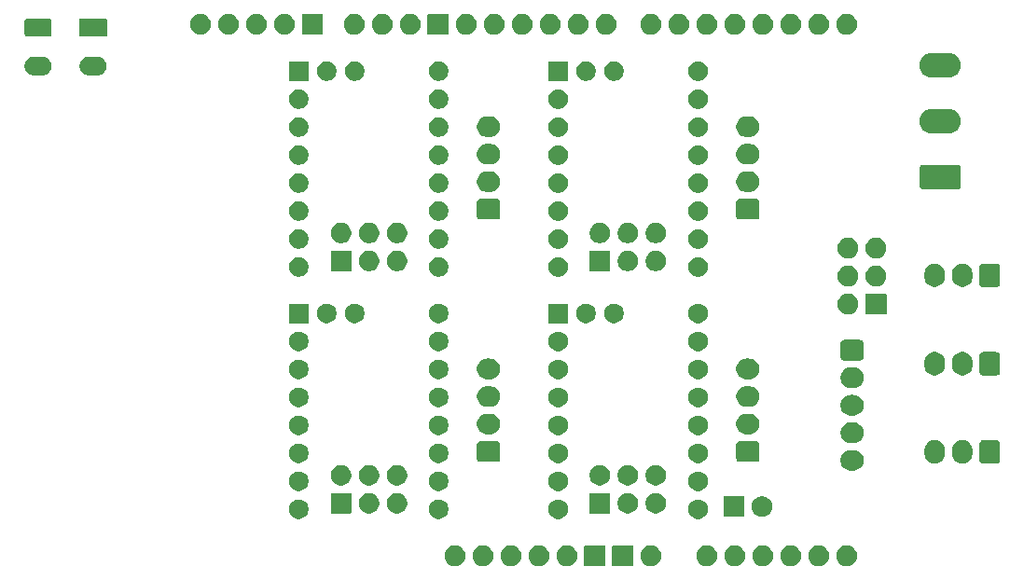
<source format=gbr>
%TF.GenerationSoftware,KiCad,Pcbnew,9.0.6*%
%TF.CreationDate,2026-02-21T20:52:03+01:00*%
%TF.ProjectId,MPC01,4d504330-312e-46b6-9963-61645f706362,V0.1*%
%TF.SameCoordinates,Original*%
%TF.FileFunction,Soldermask,Bot*%
%TF.FilePolarity,Negative*%
%FSLAX46Y46*%
G04 Gerber Fmt 4.6, Leading zero omitted, Abs format (unit mm)*
G04 Created by KiCad (PCBNEW 9.0.6) date 2026-02-21 20:52:03*
%MOMM*%
%LPD*%
G01*
G04 APERTURE LIST*
G04 APERTURE END LIST*
G36*
X121538042Y-96513251D02*
G01*
X121567240Y-96532760D01*
X121586749Y-96561958D01*
X121593600Y-96596400D01*
X121593600Y-98323600D01*
X121586749Y-98358042D01*
X121567240Y-98387240D01*
X121538042Y-98406749D01*
X121503600Y-98413600D01*
X119776400Y-98413600D01*
X119741958Y-98406749D01*
X119712760Y-98387240D01*
X119693251Y-98358042D01*
X119686400Y-98323600D01*
X119686400Y-96596400D01*
X119693251Y-96561958D01*
X119712760Y-96532760D01*
X119741958Y-96513251D01*
X119776400Y-96506400D01*
X121503600Y-96506400D01*
X121538042Y-96513251D01*
G37*
G36*
X124078042Y-96513251D02*
G01*
X124107240Y-96532760D01*
X124126749Y-96561958D01*
X124133600Y-96596400D01*
X124133600Y-98323600D01*
X124126749Y-98358042D01*
X124107240Y-98387240D01*
X124078042Y-98406749D01*
X124043600Y-98413600D01*
X122316400Y-98413600D01*
X122281958Y-98406749D01*
X122252760Y-98387240D01*
X122233251Y-98358042D01*
X122226400Y-98323600D01*
X122226400Y-96596400D01*
X122233251Y-96561958D01*
X122252760Y-96532760D01*
X122281958Y-96513251D01*
X122316400Y-96506400D01*
X124043600Y-96506400D01*
X124078042Y-96513251D01*
G37*
G36*
X108216815Y-96547462D02*
G01*
X108389524Y-96619000D01*
X108544957Y-96722857D01*
X108677143Y-96855043D01*
X108781000Y-97010476D01*
X108852538Y-97183185D01*
X108889008Y-97366531D01*
X108889008Y-97553469D01*
X108852538Y-97736815D01*
X108781000Y-97909524D01*
X108677143Y-98064957D01*
X108544957Y-98197143D01*
X108389524Y-98301000D01*
X108216815Y-98372538D01*
X108033469Y-98409008D01*
X107846531Y-98409008D01*
X107663185Y-98372538D01*
X107490476Y-98301000D01*
X107335043Y-98197143D01*
X107202857Y-98064957D01*
X107099000Y-97909524D01*
X107027462Y-97736815D01*
X106990992Y-97553469D01*
X106990992Y-97366531D01*
X107027462Y-97183185D01*
X107099000Y-97010476D01*
X107202857Y-96855043D01*
X107335043Y-96722857D01*
X107490476Y-96619000D01*
X107663185Y-96547462D01*
X107846531Y-96510992D01*
X108033469Y-96510992D01*
X108216815Y-96547462D01*
G37*
G36*
X110756815Y-96547462D02*
G01*
X110929524Y-96619000D01*
X111084957Y-96722857D01*
X111217143Y-96855043D01*
X111321000Y-97010476D01*
X111392538Y-97183185D01*
X111429008Y-97366531D01*
X111429008Y-97553469D01*
X111392538Y-97736815D01*
X111321000Y-97909524D01*
X111217143Y-98064957D01*
X111084957Y-98197143D01*
X110929524Y-98301000D01*
X110756815Y-98372538D01*
X110573469Y-98409008D01*
X110386531Y-98409008D01*
X110203185Y-98372538D01*
X110030476Y-98301000D01*
X109875043Y-98197143D01*
X109742857Y-98064957D01*
X109639000Y-97909524D01*
X109567462Y-97736815D01*
X109530992Y-97553469D01*
X109530992Y-97366531D01*
X109567462Y-97183185D01*
X109639000Y-97010476D01*
X109742857Y-96855043D01*
X109875043Y-96722857D01*
X110030476Y-96619000D01*
X110203185Y-96547462D01*
X110386531Y-96510992D01*
X110573469Y-96510992D01*
X110756815Y-96547462D01*
G37*
G36*
X113296815Y-96547462D02*
G01*
X113469524Y-96619000D01*
X113624957Y-96722857D01*
X113757143Y-96855043D01*
X113861000Y-97010476D01*
X113932538Y-97183185D01*
X113969008Y-97366531D01*
X113969008Y-97553469D01*
X113932538Y-97736815D01*
X113861000Y-97909524D01*
X113757143Y-98064957D01*
X113624957Y-98197143D01*
X113469524Y-98301000D01*
X113296815Y-98372538D01*
X113113469Y-98409008D01*
X112926531Y-98409008D01*
X112743185Y-98372538D01*
X112570476Y-98301000D01*
X112415043Y-98197143D01*
X112282857Y-98064957D01*
X112179000Y-97909524D01*
X112107462Y-97736815D01*
X112070992Y-97553469D01*
X112070992Y-97366531D01*
X112107462Y-97183185D01*
X112179000Y-97010476D01*
X112282857Y-96855043D01*
X112415043Y-96722857D01*
X112570476Y-96619000D01*
X112743185Y-96547462D01*
X112926531Y-96510992D01*
X113113469Y-96510992D01*
X113296815Y-96547462D01*
G37*
G36*
X115836815Y-96547462D02*
G01*
X116009524Y-96619000D01*
X116164957Y-96722857D01*
X116297143Y-96855043D01*
X116401000Y-97010476D01*
X116472538Y-97183185D01*
X116509008Y-97366531D01*
X116509008Y-97553469D01*
X116472538Y-97736815D01*
X116401000Y-97909524D01*
X116297143Y-98064957D01*
X116164957Y-98197143D01*
X116009524Y-98301000D01*
X115836815Y-98372538D01*
X115653469Y-98409008D01*
X115466531Y-98409008D01*
X115283185Y-98372538D01*
X115110476Y-98301000D01*
X114955043Y-98197143D01*
X114822857Y-98064957D01*
X114719000Y-97909524D01*
X114647462Y-97736815D01*
X114610992Y-97553469D01*
X114610992Y-97366531D01*
X114647462Y-97183185D01*
X114719000Y-97010476D01*
X114822857Y-96855043D01*
X114955043Y-96722857D01*
X115110476Y-96619000D01*
X115283185Y-96547462D01*
X115466531Y-96510992D01*
X115653469Y-96510992D01*
X115836815Y-96547462D01*
G37*
G36*
X118376815Y-96547462D02*
G01*
X118549524Y-96619000D01*
X118704957Y-96722857D01*
X118837143Y-96855043D01*
X118941000Y-97010476D01*
X119012538Y-97183185D01*
X119049008Y-97366531D01*
X119049008Y-97553469D01*
X119012538Y-97736815D01*
X118941000Y-97909524D01*
X118837143Y-98064957D01*
X118704957Y-98197143D01*
X118549524Y-98301000D01*
X118376815Y-98372538D01*
X118193469Y-98409008D01*
X118006531Y-98409008D01*
X117823185Y-98372538D01*
X117650476Y-98301000D01*
X117495043Y-98197143D01*
X117362857Y-98064957D01*
X117259000Y-97909524D01*
X117187462Y-97736815D01*
X117150992Y-97553469D01*
X117150992Y-97366531D01*
X117187462Y-97183185D01*
X117259000Y-97010476D01*
X117362857Y-96855043D01*
X117495043Y-96722857D01*
X117650476Y-96619000D01*
X117823185Y-96547462D01*
X118006531Y-96510992D01*
X118193469Y-96510992D01*
X118376815Y-96547462D01*
G37*
G36*
X125996815Y-96547462D02*
G01*
X126169524Y-96619000D01*
X126324957Y-96722857D01*
X126457143Y-96855043D01*
X126561000Y-97010476D01*
X126632538Y-97183185D01*
X126669008Y-97366531D01*
X126669008Y-97553469D01*
X126632538Y-97736815D01*
X126561000Y-97909524D01*
X126457143Y-98064957D01*
X126324957Y-98197143D01*
X126169524Y-98301000D01*
X125996815Y-98372538D01*
X125813469Y-98409008D01*
X125626531Y-98409008D01*
X125443185Y-98372538D01*
X125270476Y-98301000D01*
X125115043Y-98197143D01*
X124982857Y-98064957D01*
X124879000Y-97909524D01*
X124807462Y-97736815D01*
X124770992Y-97553469D01*
X124770992Y-97366531D01*
X124807462Y-97183185D01*
X124879000Y-97010476D01*
X124982857Y-96855043D01*
X125115043Y-96722857D01*
X125270476Y-96619000D01*
X125443185Y-96547462D01*
X125626531Y-96510992D01*
X125813469Y-96510992D01*
X125996815Y-96547462D01*
G37*
G36*
X131076815Y-96547462D02*
G01*
X131249524Y-96619000D01*
X131404957Y-96722857D01*
X131537143Y-96855043D01*
X131641000Y-97010476D01*
X131712538Y-97183185D01*
X131749008Y-97366531D01*
X131749008Y-97553469D01*
X131712538Y-97736815D01*
X131641000Y-97909524D01*
X131537143Y-98064957D01*
X131404957Y-98197143D01*
X131249524Y-98301000D01*
X131076815Y-98372538D01*
X130893469Y-98409008D01*
X130706531Y-98409008D01*
X130523185Y-98372538D01*
X130350476Y-98301000D01*
X130195043Y-98197143D01*
X130062857Y-98064957D01*
X129959000Y-97909524D01*
X129887462Y-97736815D01*
X129850992Y-97553469D01*
X129850992Y-97366531D01*
X129887462Y-97183185D01*
X129959000Y-97010476D01*
X130062857Y-96855043D01*
X130195043Y-96722857D01*
X130350476Y-96619000D01*
X130523185Y-96547462D01*
X130706531Y-96510992D01*
X130893469Y-96510992D01*
X131076815Y-96547462D01*
G37*
G36*
X133616815Y-96547462D02*
G01*
X133789524Y-96619000D01*
X133944957Y-96722857D01*
X134077143Y-96855043D01*
X134181000Y-97010476D01*
X134252538Y-97183185D01*
X134289008Y-97366531D01*
X134289008Y-97553469D01*
X134252538Y-97736815D01*
X134181000Y-97909524D01*
X134077143Y-98064957D01*
X133944957Y-98197143D01*
X133789524Y-98301000D01*
X133616815Y-98372538D01*
X133433469Y-98409008D01*
X133246531Y-98409008D01*
X133063185Y-98372538D01*
X132890476Y-98301000D01*
X132735043Y-98197143D01*
X132602857Y-98064957D01*
X132499000Y-97909524D01*
X132427462Y-97736815D01*
X132390992Y-97553469D01*
X132390992Y-97366531D01*
X132427462Y-97183185D01*
X132499000Y-97010476D01*
X132602857Y-96855043D01*
X132735043Y-96722857D01*
X132890476Y-96619000D01*
X133063185Y-96547462D01*
X133246531Y-96510992D01*
X133433469Y-96510992D01*
X133616815Y-96547462D01*
G37*
G36*
X136156815Y-96547462D02*
G01*
X136329524Y-96619000D01*
X136484957Y-96722857D01*
X136617143Y-96855043D01*
X136721000Y-97010476D01*
X136792538Y-97183185D01*
X136829008Y-97366531D01*
X136829008Y-97553469D01*
X136792538Y-97736815D01*
X136721000Y-97909524D01*
X136617143Y-98064957D01*
X136484957Y-98197143D01*
X136329524Y-98301000D01*
X136156815Y-98372538D01*
X135973469Y-98409008D01*
X135786531Y-98409008D01*
X135603185Y-98372538D01*
X135430476Y-98301000D01*
X135275043Y-98197143D01*
X135142857Y-98064957D01*
X135039000Y-97909524D01*
X134967462Y-97736815D01*
X134930992Y-97553469D01*
X134930992Y-97366531D01*
X134967462Y-97183185D01*
X135039000Y-97010476D01*
X135142857Y-96855043D01*
X135275043Y-96722857D01*
X135430476Y-96619000D01*
X135603185Y-96547462D01*
X135786531Y-96510992D01*
X135973469Y-96510992D01*
X136156815Y-96547462D01*
G37*
G36*
X138696815Y-96547462D02*
G01*
X138869524Y-96619000D01*
X139024957Y-96722857D01*
X139157143Y-96855043D01*
X139261000Y-97010476D01*
X139332538Y-97183185D01*
X139369008Y-97366531D01*
X139369008Y-97553469D01*
X139332538Y-97736815D01*
X139261000Y-97909524D01*
X139157143Y-98064957D01*
X139024957Y-98197143D01*
X138869524Y-98301000D01*
X138696815Y-98372538D01*
X138513469Y-98409008D01*
X138326531Y-98409008D01*
X138143185Y-98372538D01*
X137970476Y-98301000D01*
X137815043Y-98197143D01*
X137682857Y-98064957D01*
X137579000Y-97909524D01*
X137507462Y-97736815D01*
X137470992Y-97553469D01*
X137470992Y-97366531D01*
X137507462Y-97183185D01*
X137579000Y-97010476D01*
X137682857Y-96855043D01*
X137815043Y-96722857D01*
X137970476Y-96619000D01*
X138143185Y-96547462D01*
X138326531Y-96510992D01*
X138513469Y-96510992D01*
X138696815Y-96547462D01*
G37*
G36*
X141236815Y-96547462D02*
G01*
X141409524Y-96619000D01*
X141564957Y-96722857D01*
X141697143Y-96855043D01*
X141801000Y-97010476D01*
X141872538Y-97183185D01*
X141909008Y-97366531D01*
X141909008Y-97553469D01*
X141872538Y-97736815D01*
X141801000Y-97909524D01*
X141697143Y-98064957D01*
X141564957Y-98197143D01*
X141409524Y-98301000D01*
X141236815Y-98372538D01*
X141053469Y-98409008D01*
X140866531Y-98409008D01*
X140683185Y-98372538D01*
X140510476Y-98301000D01*
X140355043Y-98197143D01*
X140222857Y-98064957D01*
X140119000Y-97909524D01*
X140047462Y-97736815D01*
X140010992Y-97553469D01*
X140010992Y-97366531D01*
X140047462Y-97183185D01*
X140119000Y-97010476D01*
X140222857Y-96855043D01*
X140355043Y-96722857D01*
X140510476Y-96619000D01*
X140683185Y-96547462D01*
X140866531Y-96510992D01*
X141053469Y-96510992D01*
X141236815Y-96547462D01*
G37*
G36*
X143776815Y-96547462D02*
G01*
X143949524Y-96619000D01*
X144104957Y-96722857D01*
X144237143Y-96855043D01*
X144341000Y-97010476D01*
X144412538Y-97183185D01*
X144449008Y-97366531D01*
X144449008Y-97553469D01*
X144412538Y-97736815D01*
X144341000Y-97909524D01*
X144237143Y-98064957D01*
X144104957Y-98197143D01*
X143949524Y-98301000D01*
X143776815Y-98372538D01*
X143593469Y-98409008D01*
X143406531Y-98409008D01*
X143223185Y-98372538D01*
X143050476Y-98301000D01*
X142895043Y-98197143D01*
X142762857Y-98064957D01*
X142659000Y-97909524D01*
X142587462Y-97736815D01*
X142550992Y-97553469D01*
X142550992Y-97366531D01*
X142587462Y-97183185D01*
X142659000Y-97010476D01*
X142762857Y-96855043D01*
X142895043Y-96722857D01*
X143050476Y-96619000D01*
X143223185Y-96547462D01*
X143406531Y-96510992D01*
X143593469Y-96510992D01*
X143776815Y-96547462D01*
G37*
G36*
X94033353Y-92388323D02*
G01*
X94194543Y-92455090D01*
X94339610Y-92552021D01*
X94462979Y-92675390D01*
X94559910Y-92820457D01*
X94626677Y-92981647D01*
X94660714Y-93152765D01*
X94660714Y-93327235D01*
X94626677Y-93498353D01*
X94559910Y-93659543D01*
X94462979Y-93804610D01*
X94339610Y-93927979D01*
X94194543Y-94024910D01*
X94033353Y-94091677D01*
X93862235Y-94125714D01*
X93687765Y-94125714D01*
X93516647Y-94091677D01*
X93355457Y-94024910D01*
X93210390Y-93927979D01*
X93087021Y-93804610D01*
X92990090Y-93659543D01*
X92923323Y-93498353D01*
X92889286Y-93327235D01*
X92889286Y-93152765D01*
X92923323Y-92981647D01*
X92990090Y-92820457D01*
X93087021Y-92675390D01*
X93210390Y-92552021D01*
X93355457Y-92455090D01*
X93516647Y-92388323D01*
X93687765Y-92354286D01*
X93862235Y-92354286D01*
X94033353Y-92388323D01*
G37*
G36*
X106733353Y-92388323D02*
G01*
X106894543Y-92455090D01*
X107039610Y-92552021D01*
X107162979Y-92675390D01*
X107259910Y-92820457D01*
X107326677Y-92981647D01*
X107360714Y-93152765D01*
X107360714Y-93327235D01*
X107326677Y-93498353D01*
X107259910Y-93659543D01*
X107162979Y-93804610D01*
X107039610Y-93927979D01*
X106894543Y-94024910D01*
X106733353Y-94091677D01*
X106562235Y-94125714D01*
X106387765Y-94125714D01*
X106216647Y-94091677D01*
X106055457Y-94024910D01*
X105910390Y-93927979D01*
X105787021Y-93804610D01*
X105690090Y-93659543D01*
X105623323Y-93498353D01*
X105589286Y-93327235D01*
X105589286Y-93152765D01*
X105623323Y-92981647D01*
X105690090Y-92820457D01*
X105787021Y-92675390D01*
X105910390Y-92552021D01*
X106055457Y-92455090D01*
X106216647Y-92388323D01*
X106387765Y-92354286D01*
X106562235Y-92354286D01*
X106733353Y-92388323D01*
G37*
G36*
X117573353Y-92388323D02*
G01*
X117734543Y-92455090D01*
X117879610Y-92552021D01*
X118002979Y-92675390D01*
X118099910Y-92820457D01*
X118166677Y-92981647D01*
X118200714Y-93152765D01*
X118200714Y-93327235D01*
X118166677Y-93498353D01*
X118099910Y-93659543D01*
X118002979Y-93804610D01*
X117879610Y-93927979D01*
X117734543Y-94024910D01*
X117573353Y-94091677D01*
X117402235Y-94125714D01*
X117227765Y-94125714D01*
X117056647Y-94091677D01*
X116895457Y-94024910D01*
X116750390Y-93927979D01*
X116627021Y-93804610D01*
X116530090Y-93659543D01*
X116463323Y-93498353D01*
X116429286Y-93327235D01*
X116429286Y-93152765D01*
X116463323Y-92981647D01*
X116530090Y-92820457D01*
X116627021Y-92675390D01*
X116750390Y-92552021D01*
X116895457Y-92455090D01*
X117056647Y-92388323D01*
X117227765Y-92354286D01*
X117402235Y-92354286D01*
X117573353Y-92388323D01*
G37*
G36*
X130273353Y-92388323D02*
G01*
X130434543Y-92455090D01*
X130579610Y-92552021D01*
X130702979Y-92675390D01*
X130799910Y-92820457D01*
X130866677Y-92981647D01*
X130900714Y-93152765D01*
X130900714Y-93327235D01*
X130866677Y-93498353D01*
X130799910Y-93659543D01*
X130702979Y-93804610D01*
X130579610Y-93927979D01*
X130434543Y-94024910D01*
X130273353Y-94091677D01*
X130102235Y-94125714D01*
X129927765Y-94125714D01*
X129756647Y-94091677D01*
X129595457Y-94024910D01*
X129450390Y-93927979D01*
X129327021Y-93804610D01*
X129230090Y-93659543D01*
X129163323Y-93498353D01*
X129129286Y-93327235D01*
X129129286Y-93152765D01*
X129163323Y-92981647D01*
X129230090Y-92820457D01*
X129327021Y-92675390D01*
X129450390Y-92552021D01*
X129595457Y-92455090D01*
X129756647Y-92388323D01*
X129927765Y-92354286D01*
X130102235Y-92354286D01*
X130273353Y-92388323D01*
G37*
G36*
X134159442Y-92066851D02*
G01*
X134188640Y-92086360D01*
X134208149Y-92115558D01*
X134215000Y-92150000D01*
X134215000Y-93850000D01*
X134208149Y-93884442D01*
X134188640Y-93913640D01*
X134159442Y-93933149D01*
X134125000Y-93940000D01*
X132425000Y-93940000D01*
X132390558Y-93933149D01*
X132361360Y-93913640D01*
X132341851Y-93884442D01*
X132335000Y-93850000D01*
X132335000Y-92150000D01*
X132341851Y-92115558D01*
X132361360Y-92086360D01*
X132390558Y-92066851D01*
X132425000Y-92060000D01*
X134125000Y-92060000D01*
X134159442Y-92066851D01*
G37*
G36*
X136087868Y-92100476D02*
G01*
X136258113Y-92170994D01*
X136411330Y-92273370D01*
X136541630Y-92403670D01*
X136644006Y-92556887D01*
X136714524Y-92727132D01*
X136750474Y-92907864D01*
X136750474Y-93092136D01*
X136714524Y-93272868D01*
X136644006Y-93443113D01*
X136541630Y-93596330D01*
X136411330Y-93726630D01*
X136258113Y-93829006D01*
X136087868Y-93899524D01*
X135907136Y-93935474D01*
X135722864Y-93935474D01*
X135542132Y-93899524D01*
X135371887Y-93829006D01*
X135218670Y-93726630D01*
X135088370Y-93596330D01*
X134985994Y-93443113D01*
X134915476Y-93272868D01*
X134879526Y-93092136D01*
X134879526Y-92907864D01*
X134915476Y-92727132D01*
X134985994Y-92556887D01*
X135088370Y-92403670D01*
X135218670Y-92273370D01*
X135371887Y-92170994D01*
X135542132Y-92100476D01*
X135722864Y-92064526D01*
X135907136Y-92064526D01*
X136087868Y-92100476D01*
G37*
G36*
X98484442Y-91766851D02*
G01*
X98513640Y-91786360D01*
X98533149Y-91815558D01*
X98540000Y-91850000D01*
X98540000Y-93550000D01*
X98533149Y-93584442D01*
X98513640Y-93613640D01*
X98484442Y-93633149D01*
X98450000Y-93640000D01*
X96750000Y-93640000D01*
X96715558Y-93633149D01*
X96686360Y-93613640D01*
X96666851Y-93584442D01*
X96660000Y-93550000D01*
X96660000Y-91850000D01*
X96666851Y-91815558D01*
X96686360Y-91786360D01*
X96715558Y-91766851D01*
X96750000Y-91760000D01*
X98450000Y-91760000D01*
X98484442Y-91766851D01*
G37*
G36*
X121984442Y-91766851D02*
G01*
X122013640Y-91786360D01*
X122033149Y-91815558D01*
X122040000Y-91850000D01*
X122040000Y-93550000D01*
X122033149Y-93584442D01*
X122013640Y-93613640D01*
X121984442Y-93633149D01*
X121950000Y-93640000D01*
X120250000Y-93640000D01*
X120215558Y-93633149D01*
X120186360Y-93613640D01*
X120166851Y-93584442D01*
X120160000Y-93550000D01*
X120160000Y-91850000D01*
X120166851Y-91815558D01*
X120186360Y-91786360D01*
X120215558Y-91766851D01*
X120250000Y-91760000D01*
X121950000Y-91760000D01*
X121984442Y-91766851D01*
G37*
G36*
X100412868Y-91800476D02*
G01*
X100583113Y-91870994D01*
X100736330Y-91973370D01*
X100866630Y-92103670D01*
X100969006Y-92256887D01*
X101039524Y-92427132D01*
X101075474Y-92607864D01*
X101075474Y-92792136D01*
X101039524Y-92972868D01*
X100969006Y-93143113D01*
X100866630Y-93296330D01*
X100736330Y-93426630D01*
X100583113Y-93529006D01*
X100412868Y-93599524D01*
X100232136Y-93635474D01*
X100047864Y-93635474D01*
X99867132Y-93599524D01*
X99696887Y-93529006D01*
X99543670Y-93426630D01*
X99413370Y-93296330D01*
X99310994Y-93143113D01*
X99240476Y-92972868D01*
X99204526Y-92792136D01*
X99204526Y-92607864D01*
X99240476Y-92427132D01*
X99310994Y-92256887D01*
X99413370Y-92103670D01*
X99543670Y-91973370D01*
X99696887Y-91870994D01*
X99867132Y-91800476D01*
X100047864Y-91764526D01*
X100232136Y-91764526D01*
X100412868Y-91800476D01*
G37*
G36*
X102952868Y-91800476D02*
G01*
X103123113Y-91870994D01*
X103276330Y-91973370D01*
X103406630Y-92103670D01*
X103509006Y-92256887D01*
X103579524Y-92427132D01*
X103615474Y-92607864D01*
X103615474Y-92792136D01*
X103579524Y-92972868D01*
X103509006Y-93143113D01*
X103406630Y-93296330D01*
X103276330Y-93426630D01*
X103123113Y-93529006D01*
X102952868Y-93599524D01*
X102772136Y-93635474D01*
X102587864Y-93635474D01*
X102407132Y-93599524D01*
X102236887Y-93529006D01*
X102083670Y-93426630D01*
X101953370Y-93296330D01*
X101850994Y-93143113D01*
X101780476Y-92972868D01*
X101744526Y-92792136D01*
X101744526Y-92607864D01*
X101780476Y-92427132D01*
X101850994Y-92256887D01*
X101953370Y-92103670D01*
X102083670Y-91973370D01*
X102236887Y-91870994D01*
X102407132Y-91800476D01*
X102587864Y-91764526D01*
X102772136Y-91764526D01*
X102952868Y-91800476D01*
G37*
G36*
X123912868Y-91800476D02*
G01*
X124083113Y-91870994D01*
X124236330Y-91973370D01*
X124366630Y-92103670D01*
X124469006Y-92256887D01*
X124539524Y-92427132D01*
X124575474Y-92607864D01*
X124575474Y-92792136D01*
X124539524Y-92972868D01*
X124469006Y-93143113D01*
X124366630Y-93296330D01*
X124236330Y-93426630D01*
X124083113Y-93529006D01*
X123912868Y-93599524D01*
X123732136Y-93635474D01*
X123547864Y-93635474D01*
X123367132Y-93599524D01*
X123196887Y-93529006D01*
X123043670Y-93426630D01*
X122913370Y-93296330D01*
X122810994Y-93143113D01*
X122740476Y-92972868D01*
X122704526Y-92792136D01*
X122704526Y-92607864D01*
X122740476Y-92427132D01*
X122810994Y-92256887D01*
X122913370Y-92103670D01*
X123043670Y-91973370D01*
X123196887Y-91870994D01*
X123367132Y-91800476D01*
X123547864Y-91764526D01*
X123732136Y-91764526D01*
X123912868Y-91800476D01*
G37*
G36*
X126452868Y-91800476D02*
G01*
X126623113Y-91870994D01*
X126776330Y-91973370D01*
X126906630Y-92103670D01*
X127009006Y-92256887D01*
X127079524Y-92427132D01*
X127115474Y-92607864D01*
X127115474Y-92792136D01*
X127079524Y-92972868D01*
X127009006Y-93143113D01*
X126906630Y-93296330D01*
X126776330Y-93426630D01*
X126623113Y-93529006D01*
X126452868Y-93599524D01*
X126272136Y-93635474D01*
X126087864Y-93635474D01*
X125907132Y-93599524D01*
X125736887Y-93529006D01*
X125583670Y-93426630D01*
X125453370Y-93296330D01*
X125350994Y-93143113D01*
X125280476Y-92972868D01*
X125244526Y-92792136D01*
X125244526Y-92607864D01*
X125280476Y-92427132D01*
X125350994Y-92256887D01*
X125453370Y-92103670D01*
X125583670Y-91973370D01*
X125736887Y-91870994D01*
X125907132Y-91800476D01*
X126087864Y-91764526D01*
X126272136Y-91764526D01*
X126452868Y-91800476D01*
G37*
G36*
X94033353Y-89848323D02*
G01*
X94194543Y-89915090D01*
X94339610Y-90012021D01*
X94462979Y-90135390D01*
X94559910Y-90280457D01*
X94626677Y-90441647D01*
X94660714Y-90612765D01*
X94660714Y-90787235D01*
X94626677Y-90958353D01*
X94559910Y-91119543D01*
X94462979Y-91264610D01*
X94339610Y-91387979D01*
X94194543Y-91484910D01*
X94033353Y-91551677D01*
X93862235Y-91585714D01*
X93687765Y-91585714D01*
X93516647Y-91551677D01*
X93355457Y-91484910D01*
X93210390Y-91387979D01*
X93087021Y-91264610D01*
X92990090Y-91119543D01*
X92923323Y-90958353D01*
X92889286Y-90787235D01*
X92889286Y-90612765D01*
X92923323Y-90441647D01*
X92990090Y-90280457D01*
X93087021Y-90135390D01*
X93210390Y-90012021D01*
X93355457Y-89915090D01*
X93516647Y-89848323D01*
X93687765Y-89814286D01*
X93862235Y-89814286D01*
X94033353Y-89848323D01*
G37*
G36*
X106733353Y-89848323D02*
G01*
X106894543Y-89915090D01*
X107039610Y-90012021D01*
X107162979Y-90135390D01*
X107259910Y-90280457D01*
X107326677Y-90441647D01*
X107360714Y-90612765D01*
X107360714Y-90787235D01*
X107326677Y-90958353D01*
X107259910Y-91119543D01*
X107162979Y-91264610D01*
X107039610Y-91387979D01*
X106894543Y-91484910D01*
X106733353Y-91551677D01*
X106562235Y-91585714D01*
X106387765Y-91585714D01*
X106216647Y-91551677D01*
X106055457Y-91484910D01*
X105910390Y-91387979D01*
X105787021Y-91264610D01*
X105690090Y-91119543D01*
X105623323Y-90958353D01*
X105589286Y-90787235D01*
X105589286Y-90612765D01*
X105623323Y-90441647D01*
X105690090Y-90280457D01*
X105787021Y-90135390D01*
X105910390Y-90012021D01*
X106055457Y-89915090D01*
X106216647Y-89848323D01*
X106387765Y-89814286D01*
X106562235Y-89814286D01*
X106733353Y-89848323D01*
G37*
G36*
X117573353Y-89848323D02*
G01*
X117734543Y-89915090D01*
X117879610Y-90012021D01*
X118002979Y-90135390D01*
X118099910Y-90280457D01*
X118166677Y-90441647D01*
X118200714Y-90612765D01*
X118200714Y-90787235D01*
X118166677Y-90958353D01*
X118099910Y-91119543D01*
X118002979Y-91264610D01*
X117879610Y-91387979D01*
X117734543Y-91484910D01*
X117573353Y-91551677D01*
X117402235Y-91585714D01*
X117227765Y-91585714D01*
X117056647Y-91551677D01*
X116895457Y-91484910D01*
X116750390Y-91387979D01*
X116627021Y-91264610D01*
X116530090Y-91119543D01*
X116463323Y-90958353D01*
X116429286Y-90787235D01*
X116429286Y-90612765D01*
X116463323Y-90441647D01*
X116530090Y-90280457D01*
X116627021Y-90135390D01*
X116750390Y-90012021D01*
X116895457Y-89915090D01*
X117056647Y-89848323D01*
X117227765Y-89814286D01*
X117402235Y-89814286D01*
X117573353Y-89848323D01*
G37*
G36*
X130273353Y-89848323D02*
G01*
X130434543Y-89915090D01*
X130579610Y-90012021D01*
X130702979Y-90135390D01*
X130799910Y-90280457D01*
X130866677Y-90441647D01*
X130900714Y-90612765D01*
X130900714Y-90787235D01*
X130866677Y-90958353D01*
X130799910Y-91119543D01*
X130702979Y-91264610D01*
X130579610Y-91387979D01*
X130434543Y-91484910D01*
X130273353Y-91551677D01*
X130102235Y-91585714D01*
X129927765Y-91585714D01*
X129756647Y-91551677D01*
X129595457Y-91484910D01*
X129450390Y-91387979D01*
X129327021Y-91264610D01*
X129230090Y-91119543D01*
X129163323Y-90958353D01*
X129129286Y-90787235D01*
X129129286Y-90612765D01*
X129163323Y-90441647D01*
X129230090Y-90280457D01*
X129327021Y-90135390D01*
X129450390Y-90012021D01*
X129595457Y-89915090D01*
X129756647Y-89848323D01*
X129927765Y-89814286D01*
X130102235Y-89814286D01*
X130273353Y-89848323D01*
G37*
G36*
X97872868Y-89260476D02*
G01*
X98043113Y-89330994D01*
X98196330Y-89433370D01*
X98326630Y-89563670D01*
X98429006Y-89716887D01*
X98499524Y-89887132D01*
X98535474Y-90067864D01*
X98535474Y-90252136D01*
X98499524Y-90432868D01*
X98429006Y-90603113D01*
X98326630Y-90756330D01*
X98196330Y-90886630D01*
X98043113Y-90989006D01*
X97872868Y-91059524D01*
X97692136Y-91095474D01*
X97507864Y-91095474D01*
X97327132Y-91059524D01*
X97156887Y-90989006D01*
X97003670Y-90886630D01*
X96873370Y-90756330D01*
X96770994Y-90603113D01*
X96700476Y-90432868D01*
X96664526Y-90252136D01*
X96664526Y-90067864D01*
X96700476Y-89887132D01*
X96770994Y-89716887D01*
X96873370Y-89563670D01*
X97003670Y-89433370D01*
X97156887Y-89330994D01*
X97327132Y-89260476D01*
X97507864Y-89224526D01*
X97692136Y-89224526D01*
X97872868Y-89260476D01*
G37*
G36*
X100412868Y-89260476D02*
G01*
X100583113Y-89330994D01*
X100736330Y-89433370D01*
X100866630Y-89563670D01*
X100969006Y-89716887D01*
X101039524Y-89887132D01*
X101075474Y-90067864D01*
X101075474Y-90252136D01*
X101039524Y-90432868D01*
X100969006Y-90603113D01*
X100866630Y-90756330D01*
X100736330Y-90886630D01*
X100583113Y-90989006D01*
X100412868Y-91059524D01*
X100232136Y-91095474D01*
X100047864Y-91095474D01*
X99867132Y-91059524D01*
X99696887Y-90989006D01*
X99543670Y-90886630D01*
X99413370Y-90756330D01*
X99310994Y-90603113D01*
X99240476Y-90432868D01*
X99204526Y-90252136D01*
X99204526Y-90067864D01*
X99240476Y-89887132D01*
X99310994Y-89716887D01*
X99413370Y-89563670D01*
X99543670Y-89433370D01*
X99696887Y-89330994D01*
X99867132Y-89260476D01*
X100047864Y-89224526D01*
X100232136Y-89224526D01*
X100412868Y-89260476D01*
G37*
G36*
X102952868Y-89260476D02*
G01*
X103123113Y-89330994D01*
X103276330Y-89433370D01*
X103406630Y-89563670D01*
X103509006Y-89716887D01*
X103579524Y-89887132D01*
X103615474Y-90067864D01*
X103615474Y-90252136D01*
X103579524Y-90432868D01*
X103509006Y-90603113D01*
X103406630Y-90756330D01*
X103276330Y-90886630D01*
X103123113Y-90989006D01*
X102952868Y-91059524D01*
X102772136Y-91095474D01*
X102587864Y-91095474D01*
X102407132Y-91059524D01*
X102236887Y-90989006D01*
X102083670Y-90886630D01*
X101953370Y-90756330D01*
X101850994Y-90603113D01*
X101780476Y-90432868D01*
X101744526Y-90252136D01*
X101744526Y-90067864D01*
X101780476Y-89887132D01*
X101850994Y-89716887D01*
X101953370Y-89563670D01*
X102083670Y-89433370D01*
X102236887Y-89330994D01*
X102407132Y-89260476D01*
X102587864Y-89224526D01*
X102772136Y-89224526D01*
X102952868Y-89260476D01*
G37*
G36*
X121372868Y-89260476D02*
G01*
X121543113Y-89330994D01*
X121696330Y-89433370D01*
X121826630Y-89563670D01*
X121929006Y-89716887D01*
X121999524Y-89887132D01*
X122035474Y-90067864D01*
X122035474Y-90252136D01*
X121999524Y-90432868D01*
X121929006Y-90603113D01*
X121826630Y-90756330D01*
X121696330Y-90886630D01*
X121543113Y-90989006D01*
X121372868Y-91059524D01*
X121192136Y-91095474D01*
X121007864Y-91095474D01*
X120827132Y-91059524D01*
X120656887Y-90989006D01*
X120503670Y-90886630D01*
X120373370Y-90756330D01*
X120270994Y-90603113D01*
X120200476Y-90432868D01*
X120164526Y-90252136D01*
X120164526Y-90067864D01*
X120200476Y-89887132D01*
X120270994Y-89716887D01*
X120373370Y-89563670D01*
X120503670Y-89433370D01*
X120656887Y-89330994D01*
X120827132Y-89260476D01*
X121007864Y-89224526D01*
X121192136Y-89224526D01*
X121372868Y-89260476D01*
G37*
G36*
X123912868Y-89260476D02*
G01*
X124083113Y-89330994D01*
X124236330Y-89433370D01*
X124366630Y-89563670D01*
X124469006Y-89716887D01*
X124539524Y-89887132D01*
X124575474Y-90067864D01*
X124575474Y-90252136D01*
X124539524Y-90432868D01*
X124469006Y-90603113D01*
X124366630Y-90756330D01*
X124236330Y-90886630D01*
X124083113Y-90989006D01*
X123912868Y-91059524D01*
X123732136Y-91095474D01*
X123547864Y-91095474D01*
X123367132Y-91059524D01*
X123196887Y-90989006D01*
X123043670Y-90886630D01*
X122913370Y-90756330D01*
X122810994Y-90603113D01*
X122740476Y-90432868D01*
X122704526Y-90252136D01*
X122704526Y-90067864D01*
X122740476Y-89887132D01*
X122810994Y-89716887D01*
X122913370Y-89563670D01*
X123043670Y-89433370D01*
X123196887Y-89330994D01*
X123367132Y-89260476D01*
X123547864Y-89224526D01*
X123732136Y-89224526D01*
X123912868Y-89260476D01*
G37*
G36*
X126452868Y-89260476D02*
G01*
X126623113Y-89330994D01*
X126776330Y-89433370D01*
X126906630Y-89563670D01*
X127009006Y-89716887D01*
X127079524Y-89887132D01*
X127115474Y-90067864D01*
X127115474Y-90252136D01*
X127079524Y-90432868D01*
X127009006Y-90603113D01*
X126906630Y-90756330D01*
X126776330Y-90886630D01*
X126623113Y-90989006D01*
X126452868Y-91059524D01*
X126272136Y-91095474D01*
X126087864Y-91095474D01*
X125907132Y-91059524D01*
X125736887Y-90989006D01*
X125583670Y-90886630D01*
X125453370Y-90756330D01*
X125350994Y-90603113D01*
X125280476Y-90432868D01*
X125244526Y-90252136D01*
X125244526Y-90067864D01*
X125280476Y-89887132D01*
X125350994Y-89716887D01*
X125453370Y-89563670D01*
X125583670Y-89433370D01*
X125736887Y-89330994D01*
X125907132Y-89260476D01*
X126087864Y-89224526D01*
X126272136Y-89224526D01*
X126452868Y-89260476D01*
G37*
G36*
X144217136Y-87864526D02*
G01*
X144397868Y-87900476D01*
X144568113Y-87970994D01*
X144721330Y-88073370D01*
X144851630Y-88203670D01*
X144954006Y-88356887D01*
X145024524Y-88527132D01*
X145060474Y-88707864D01*
X145060474Y-88892136D01*
X145024524Y-89072868D01*
X144954006Y-89243113D01*
X144851630Y-89396330D01*
X144721330Y-89526630D01*
X144568113Y-89629006D01*
X144397868Y-89699524D01*
X144217136Y-89735474D01*
X144125000Y-89740000D01*
X144123749Y-89740000D01*
X143876251Y-89740000D01*
X143875000Y-89740000D01*
X143782864Y-89735474D01*
X143602132Y-89699524D01*
X143431887Y-89629006D01*
X143278670Y-89526630D01*
X143148370Y-89396330D01*
X143045994Y-89243113D01*
X142975476Y-89072868D01*
X142939526Y-88892136D01*
X142939526Y-88707864D01*
X142975476Y-88527132D01*
X143045994Y-88356887D01*
X143148370Y-88203670D01*
X143278670Y-88073370D01*
X143431887Y-87970994D01*
X143602132Y-87900476D01*
X143782864Y-87864526D01*
X143875000Y-87860000D01*
X144125000Y-87860000D01*
X144217136Y-87864526D01*
G37*
G36*
X157187998Y-86971585D02*
G01*
X157197693Y-86976106D01*
X157204872Y-86977243D01*
X157256010Y-87003299D01*
X157295016Y-87021488D01*
X157298453Y-87024925D01*
X157299475Y-87025446D01*
X157374553Y-87100524D01*
X157375073Y-87101545D01*
X157378512Y-87104984D01*
X157396705Y-87144001D01*
X157422756Y-87195127D01*
X157423892Y-87202303D01*
X157428415Y-87212002D01*
X157440000Y-87300000D01*
X157440000Y-88750000D01*
X157428415Y-88837998D01*
X157423892Y-88847696D01*
X157422756Y-88854872D01*
X157396711Y-88905987D01*
X157378512Y-88945016D01*
X157375072Y-88948455D01*
X157374553Y-88949475D01*
X157299475Y-89024553D01*
X157298455Y-89025072D01*
X157295016Y-89028512D01*
X157255987Y-89046711D01*
X157204872Y-89072756D01*
X157197696Y-89073892D01*
X157187998Y-89078415D01*
X157100000Y-89090000D01*
X155900000Y-89090000D01*
X155812002Y-89078415D01*
X155802303Y-89073892D01*
X155795127Y-89072756D01*
X155744001Y-89046705D01*
X155704984Y-89028512D01*
X155701545Y-89025073D01*
X155700524Y-89024553D01*
X155625446Y-88949475D01*
X155624925Y-88948453D01*
X155621488Y-88945016D01*
X155603299Y-88906010D01*
X155577243Y-88854872D01*
X155576106Y-88847693D01*
X155571585Y-88837998D01*
X155560000Y-88750000D01*
X155560000Y-87300000D01*
X155571585Y-87212002D01*
X155576105Y-87202306D01*
X155577243Y-87195127D01*
X155603304Y-87143978D01*
X155621488Y-87104984D01*
X155624924Y-87101547D01*
X155625446Y-87100524D01*
X155700524Y-87025446D01*
X155701547Y-87024924D01*
X155704984Y-87021488D01*
X155743978Y-87003304D01*
X155795127Y-86977243D01*
X155802306Y-86976105D01*
X155812002Y-86971585D01*
X155900000Y-86960000D01*
X157100000Y-86960000D01*
X157187998Y-86971585D01*
G37*
G36*
X151772868Y-87000476D02*
G01*
X151943113Y-87070994D01*
X152096330Y-87173370D01*
X152226630Y-87303670D01*
X152329006Y-87456887D01*
X152399524Y-87627132D01*
X152435474Y-87807864D01*
X152440000Y-87900000D01*
X152440000Y-88150000D01*
X152435474Y-88242136D01*
X152399524Y-88422868D01*
X152329006Y-88593113D01*
X152226630Y-88746330D01*
X152096330Y-88876630D01*
X151943113Y-88979006D01*
X151772868Y-89049524D01*
X151592136Y-89085474D01*
X151407864Y-89085474D01*
X151227132Y-89049524D01*
X151056887Y-88979006D01*
X150903670Y-88876630D01*
X150773370Y-88746330D01*
X150670994Y-88593113D01*
X150600476Y-88422868D01*
X150564526Y-88242136D01*
X150560000Y-88150000D01*
X150560000Y-87900000D01*
X150564526Y-87807864D01*
X150600476Y-87627132D01*
X150670994Y-87456887D01*
X150773370Y-87303670D01*
X150903670Y-87173370D01*
X151056887Y-87070994D01*
X151227132Y-87000476D01*
X151407864Y-86964526D01*
X151592136Y-86964526D01*
X151772868Y-87000476D01*
G37*
G36*
X154272868Y-87000476D02*
G01*
X154443113Y-87070994D01*
X154596330Y-87173370D01*
X154726630Y-87303670D01*
X154829006Y-87456887D01*
X154899524Y-87627132D01*
X154935474Y-87807864D01*
X154940000Y-87900000D01*
X154940000Y-88150000D01*
X154935474Y-88242136D01*
X154899524Y-88422868D01*
X154829006Y-88593113D01*
X154726630Y-88746330D01*
X154596330Y-88876630D01*
X154443113Y-88979006D01*
X154272868Y-89049524D01*
X154092136Y-89085474D01*
X153907864Y-89085474D01*
X153727132Y-89049524D01*
X153556887Y-88979006D01*
X153403670Y-88876630D01*
X153273370Y-88746330D01*
X153170994Y-88593113D01*
X153100476Y-88422868D01*
X153064526Y-88242136D01*
X153060000Y-88150000D01*
X153060000Y-87900000D01*
X153064526Y-87807864D01*
X153100476Y-87627132D01*
X153170994Y-87456887D01*
X153273370Y-87303670D01*
X153403670Y-87173370D01*
X153556887Y-87070994D01*
X153727132Y-87000476D01*
X153907864Y-86964526D01*
X154092136Y-86964526D01*
X154272868Y-87000476D01*
G37*
G36*
X94033353Y-87308323D02*
G01*
X94194543Y-87375090D01*
X94339610Y-87472021D01*
X94462979Y-87595390D01*
X94559910Y-87740457D01*
X94626677Y-87901647D01*
X94660714Y-88072765D01*
X94660714Y-88247235D01*
X94626677Y-88418353D01*
X94559910Y-88579543D01*
X94462979Y-88724610D01*
X94339610Y-88847979D01*
X94194543Y-88944910D01*
X94033353Y-89011677D01*
X93862235Y-89045714D01*
X93687765Y-89045714D01*
X93516647Y-89011677D01*
X93355457Y-88944910D01*
X93210390Y-88847979D01*
X93087021Y-88724610D01*
X92990090Y-88579543D01*
X92923323Y-88418353D01*
X92889286Y-88247235D01*
X92889286Y-88072765D01*
X92923323Y-87901647D01*
X92990090Y-87740457D01*
X93087021Y-87595390D01*
X93210390Y-87472021D01*
X93355457Y-87375090D01*
X93516647Y-87308323D01*
X93687765Y-87274286D01*
X93862235Y-87274286D01*
X94033353Y-87308323D01*
G37*
G36*
X106733353Y-87308323D02*
G01*
X106894543Y-87375090D01*
X107039610Y-87472021D01*
X107162979Y-87595390D01*
X107259910Y-87740457D01*
X107326677Y-87901647D01*
X107360714Y-88072765D01*
X107360714Y-88247235D01*
X107326677Y-88418353D01*
X107259910Y-88579543D01*
X107162979Y-88724610D01*
X107039610Y-88847979D01*
X106894543Y-88944910D01*
X106733353Y-89011677D01*
X106562235Y-89045714D01*
X106387765Y-89045714D01*
X106216647Y-89011677D01*
X106055457Y-88944910D01*
X105910390Y-88847979D01*
X105787021Y-88724610D01*
X105690090Y-88579543D01*
X105623323Y-88418353D01*
X105589286Y-88247235D01*
X105589286Y-88072765D01*
X105623323Y-87901647D01*
X105690090Y-87740457D01*
X105787021Y-87595390D01*
X105910390Y-87472021D01*
X106055457Y-87375090D01*
X106216647Y-87308323D01*
X106387765Y-87274286D01*
X106562235Y-87274286D01*
X106733353Y-87308323D01*
G37*
G36*
X117573353Y-87308323D02*
G01*
X117734543Y-87375090D01*
X117879610Y-87472021D01*
X118002979Y-87595390D01*
X118099910Y-87740457D01*
X118166677Y-87901647D01*
X118200714Y-88072765D01*
X118200714Y-88247235D01*
X118166677Y-88418353D01*
X118099910Y-88579543D01*
X118002979Y-88724610D01*
X117879610Y-88847979D01*
X117734543Y-88944910D01*
X117573353Y-89011677D01*
X117402235Y-89045714D01*
X117227765Y-89045714D01*
X117056647Y-89011677D01*
X116895457Y-88944910D01*
X116750390Y-88847979D01*
X116627021Y-88724610D01*
X116530090Y-88579543D01*
X116463323Y-88418353D01*
X116429286Y-88247235D01*
X116429286Y-88072765D01*
X116463323Y-87901647D01*
X116530090Y-87740457D01*
X116627021Y-87595390D01*
X116750390Y-87472021D01*
X116895457Y-87375090D01*
X117056647Y-87308323D01*
X117227765Y-87274286D01*
X117402235Y-87274286D01*
X117573353Y-87308323D01*
G37*
G36*
X130273353Y-87308323D02*
G01*
X130434543Y-87375090D01*
X130579610Y-87472021D01*
X130702979Y-87595390D01*
X130799910Y-87740457D01*
X130866677Y-87901647D01*
X130900714Y-88072765D01*
X130900714Y-88247235D01*
X130866677Y-88418353D01*
X130799910Y-88579543D01*
X130702979Y-88724610D01*
X130579610Y-88847979D01*
X130434543Y-88944910D01*
X130273353Y-89011677D01*
X130102235Y-89045714D01*
X129927765Y-89045714D01*
X129756647Y-89011677D01*
X129595457Y-88944910D01*
X129450390Y-88847979D01*
X129327021Y-88724610D01*
X129230090Y-88579543D01*
X129163323Y-88418353D01*
X129129286Y-88247235D01*
X129129286Y-88072765D01*
X129163323Y-87901647D01*
X129230090Y-87740457D01*
X129327021Y-87595390D01*
X129450390Y-87472021D01*
X129595457Y-87375090D01*
X129756647Y-87308323D01*
X129927765Y-87274286D01*
X130102235Y-87274286D01*
X130273353Y-87308323D01*
G37*
G36*
X111812998Y-87071585D02*
G01*
X111822693Y-87076106D01*
X111829872Y-87077243D01*
X111881010Y-87103299D01*
X111920016Y-87121488D01*
X111923453Y-87124925D01*
X111924475Y-87125446D01*
X111999553Y-87200524D01*
X112000073Y-87201545D01*
X112003512Y-87204984D01*
X112021705Y-87244001D01*
X112047756Y-87295127D01*
X112048892Y-87302303D01*
X112053415Y-87312002D01*
X112065000Y-87400000D01*
X112065000Y-88600000D01*
X112053415Y-88687998D01*
X112048892Y-88697696D01*
X112047756Y-88704872D01*
X112021711Y-88755987D01*
X112003512Y-88795016D01*
X112000072Y-88798455D01*
X111999553Y-88799475D01*
X111924475Y-88874553D01*
X111923455Y-88875072D01*
X111920016Y-88878512D01*
X111880987Y-88896711D01*
X111829872Y-88922756D01*
X111822696Y-88923892D01*
X111812998Y-88928415D01*
X111725000Y-88940000D01*
X110275000Y-88940000D01*
X110187002Y-88928415D01*
X110177303Y-88923892D01*
X110170127Y-88922756D01*
X110119001Y-88896705D01*
X110079984Y-88878512D01*
X110076545Y-88875073D01*
X110075524Y-88874553D01*
X110000446Y-88799475D01*
X109999925Y-88798453D01*
X109996488Y-88795016D01*
X109978299Y-88756010D01*
X109952243Y-88704872D01*
X109951106Y-88697693D01*
X109946585Y-88687998D01*
X109935000Y-88600000D01*
X109935000Y-87400000D01*
X109946585Y-87312002D01*
X109951105Y-87302306D01*
X109952243Y-87295127D01*
X109978304Y-87243978D01*
X109996488Y-87204984D01*
X109999924Y-87201547D01*
X110000446Y-87200524D01*
X110075524Y-87125446D01*
X110076547Y-87124924D01*
X110079984Y-87121488D01*
X110118978Y-87103304D01*
X110170127Y-87077243D01*
X110177306Y-87076105D01*
X110187002Y-87071585D01*
X110275000Y-87060000D01*
X111725000Y-87060000D01*
X111812998Y-87071585D01*
G37*
G36*
X135352998Y-87071585D02*
G01*
X135362693Y-87076106D01*
X135369872Y-87077243D01*
X135421010Y-87103299D01*
X135460016Y-87121488D01*
X135463453Y-87124925D01*
X135464475Y-87125446D01*
X135539553Y-87200524D01*
X135540073Y-87201545D01*
X135543512Y-87204984D01*
X135561705Y-87244001D01*
X135587756Y-87295127D01*
X135588892Y-87302303D01*
X135593415Y-87312002D01*
X135605000Y-87400000D01*
X135605000Y-88600000D01*
X135593415Y-88687998D01*
X135588892Y-88697696D01*
X135587756Y-88704872D01*
X135561711Y-88755987D01*
X135543512Y-88795016D01*
X135540072Y-88798455D01*
X135539553Y-88799475D01*
X135464475Y-88874553D01*
X135463455Y-88875072D01*
X135460016Y-88878512D01*
X135420987Y-88896711D01*
X135369872Y-88922756D01*
X135362696Y-88923892D01*
X135352998Y-88928415D01*
X135265000Y-88940000D01*
X133815000Y-88940000D01*
X133727002Y-88928415D01*
X133717303Y-88923892D01*
X133710127Y-88922756D01*
X133659001Y-88896705D01*
X133619984Y-88878512D01*
X133616545Y-88875073D01*
X133615524Y-88874553D01*
X133540446Y-88799475D01*
X133539925Y-88798453D01*
X133536488Y-88795016D01*
X133518299Y-88756010D01*
X133492243Y-88704872D01*
X133491106Y-88697693D01*
X133486585Y-88687998D01*
X133475000Y-88600000D01*
X133475000Y-87400000D01*
X133486585Y-87312002D01*
X133491105Y-87302306D01*
X133492243Y-87295127D01*
X133518304Y-87243978D01*
X133536488Y-87204984D01*
X133539924Y-87201547D01*
X133540446Y-87200524D01*
X133615524Y-87125446D01*
X133616547Y-87124924D01*
X133619984Y-87121488D01*
X133658978Y-87103304D01*
X133710127Y-87077243D01*
X133717306Y-87076105D01*
X133727002Y-87071585D01*
X133815000Y-87060000D01*
X135265000Y-87060000D01*
X135352998Y-87071585D01*
G37*
G36*
X144217136Y-85364526D02*
G01*
X144397868Y-85400476D01*
X144568113Y-85470994D01*
X144721330Y-85573370D01*
X144851630Y-85703670D01*
X144954006Y-85856887D01*
X145024524Y-86027132D01*
X145060474Y-86207864D01*
X145060474Y-86392136D01*
X145024524Y-86572868D01*
X144954006Y-86743113D01*
X144851630Y-86896330D01*
X144721330Y-87026630D01*
X144568113Y-87129006D01*
X144397868Y-87199524D01*
X144217136Y-87235474D01*
X144125000Y-87240000D01*
X144123749Y-87240000D01*
X143876251Y-87240000D01*
X143875000Y-87240000D01*
X143782864Y-87235474D01*
X143602132Y-87199524D01*
X143431887Y-87129006D01*
X143278670Y-87026630D01*
X143148370Y-86896330D01*
X143045994Y-86743113D01*
X142975476Y-86572868D01*
X142939526Y-86392136D01*
X142939526Y-86207864D01*
X142975476Y-86027132D01*
X143045994Y-85856887D01*
X143148370Y-85703670D01*
X143278670Y-85573370D01*
X143431887Y-85470994D01*
X143602132Y-85400476D01*
X143782864Y-85364526D01*
X143875000Y-85360000D01*
X144125000Y-85360000D01*
X144217136Y-85364526D01*
G37*
G36*
X94033353Y-84768323D02*
G01*
X94194543Y-84835090D01*
X94339610Y-84932021D01*
X94462979Y-85055390D01*
X94559910Y-85200457D01*
X94626677Y-85361647D01*
X94660714Y-85532765D01*
X94660714Y-85707235D01*
X94626677Y-85878353D01*
X94559910Y-86039543D01*
X94462979Y-86184610D01*
X94339610Y-86307979D01*
X94194543Y-86404910D01*
X94033353Y-86471677D01*
X93862235Y-86505714D01*
X93687765Y-86505714D01*
X93516647Y-86471677D01*
X93355457Y-86404910D01*
X93210390Y-86307979D01*
X93087021Y-86184610D01*
X92990090Y-86039543D01*
X92923323Y-85878353D01*
X92889286Y-85707235D01*
X92889286Y-85532765D01*
X92923323Y-85361647D01*
X92990090Y-85200457D01*
X93087021Y-85055390D01*
X93210390Y-84932021D01*
X93355457Y-84835090D01*
X93516647Y-84768323D01*
X93687765Y-84734286D01*
X93862235Y-84734286D01*
X94033353Y-84768323D01*
G37*
G36*
X106733353Y-84768323D02*
G01*
X106894543Y-84835090D01*
X107039610Y-84932021D01*
X107162979Y-85055390D01*
X107259910Y-85200457D01*
X107326677Y-85361647D01*
X107360714Y-85532765D01*
X107360714Y-85707235D01*
X107326677Y-85878353D01*
X107259910Y-86039543D01*
X107162979Y-86184610D01*
X107039610Y-86307979D01*
X106894543Y-86404910D01*
X106733353Y-86471677D01*
X106562235Y-86505714D01*
X106387765Y-86505714D01*
X106216647Y-86471677D01*
X106055457Y-86404910D01*
X105910390Y-86307979D01*
X105787021Y-86184610D01*
X105690090Y-86039543D01*
X105623323Y-85878353D01*
X105589286Y-85707235D01*
X105589286Y-85532765D01*
X105623323Y-85361647D01*
X105690090Y-85200457D01*
X105787021Y-85055390D01*
X105910390Y-84932021D01*
X106055457Y-84835090D01*
X106216647Y-84768323D01*
X106387765Y-84734286D01*
X106562235Y-84734286D01*
X106733353Y-84768323D01*
G37*
G36*
X117573353Y-84768323D02*
G01*
X117734543Y-84835090D01*
X117879610Y-84932021D01*
X118002979Y-85055390D01*
X118099910Y-85200457D01*
X118166677Y-85361647D01*
X118200714Y-85532765D01*
X118200714Y-85707235D01*
X118166677Y-85878353D01*
X118099910Y-86039543D01*
X118002979Y-86184610D01*
X117879610Y-86307979D01*
X117734543Y-86404910D01*
X117573353Y-86471677D01*
X117402235Y-86505714D01*
X117227765Y-86505714D01*
X117056647Y-86471677D01*
X116895457Y-86404910D01*
X116750390Y-86307979D01*
X116627021Y-86184610D01*
X116530090Y-86039543D01*
X116463323Y-85878353D01*
X116429286Y-85707235D01*
X116429286Y-85532765D01*
X116463323Y-85361647D01*
X116530090Y-85200457D01*
X116627021Y-85055390D01*
X116750390Y-84932021D01*
X116895457Y-84835090D01*
X117056647Y-84768323D01*
X117227765Y-84734286D01*
X117402235Y-84734286D01*
X117573353Y-84768323D01*
G37*
G36*
X130273353Y-84768323D02*
G01*
X130434543Y-84835090D01*
X130579610Y-84932021D01*
X130702979Y-85055390D01*
X130799910Y-85200457D01*
X130866677Y-85361647D01*
X130900714Y-85532765D01*
X130900714Y-85707235D01*
X130866677Y-85878353D01*
X130799910Y-86039543D01*
X130702979Y-86184610D01*
X130579610Y-86307979D01*
X130434543Y-86404910D01*
X130273353Y-86471677D01*
X130102235Y-86505714D01*
X129927765Y-86505714D01*
X129756647Y-86471677D01*
X129595457Y-86404910D01*
X129450390Y-86307979D01*
X129327021Y-86184610D01*
X129230090Y-86039543D01*
X129163323Y-85878353D01*
X129129286Y-85707235D01*
X129129286Y-85532765D01*
X129163323Y-85361647D01*
X129230090Y-85200457D01*
X129327021Y-85055390D01*
X129450390Y-84932021D01*
X129595457Y-84835090D01*
X129756647Y-84768323D01*
X129927765Y-84734286D01*
X130102235Y-84734286D01*
X130273353Y-84768323D01*
G37*
G36*
X111217136Y-84564526D02*
G01*
X111397868Y-84600476D01*
X111568113Y-84670994D01*
X111721330Y-84773370D01*
X111851630Y-84903670D01*
X111954006Y-85056887D01*
X112024524Y-85227132D01*
X112060474Y-85407864D01*
X112060474Y-85592136D01*
X112024524Y-85772868D01*
X111954006Y-85943113D01*
X111851630Y-86096330D01*
X111721330Y-86226630D01*
X111568113Y-86329006D01*
X111397868Y-86399524D01*
X111217136Y-86435474D01*
X111125000Y-86440000D01*
X111123749Y-86440000D01*
X110876251Y-86440000D01*
X110875000Y-86440000D01*
X110782864Y-86435474D01*
X110602132Y-86399524D01*
X110431887Y-86329006D01*
X110278670Y-86226630D01*
X110148370Y-86096330D01*
X110045994Y-85943113D01*
X109975476Y-85772868D01*
X109939526Y-85592136D01*
X109939526Y-85407864D01*
X109975476Y-85227132D01*
X110045994Y-85056887D01*
X110148370Y-84903670D01*
X110278670Y-84773370D01*
X110431887Y-84670994D01*
X110602132Y-84600476D01*
X110782864Y-84564526D01*
X110875000Y-84560000D01*
X111125000Y-84560000D01*
X111217136Y-84564526D01*
G37*
G36*
X134757136Y-84564526D02*
G01*
X134937868Y-84600476D01*
X135108113Y-84670994D01*
X135261330Y-84773370D01*
X135391630Y-84903670D01*
X135494006Y-85056887D01*
X135564524Y-85227132D01*
X135600474Y-85407864D01*
X135600474Y-85592136D01*
X135564524Y-85772868D01*
X135494006Y-85943113D01*
X135391630Y-86096330D01*
X135261330Y-86226630D01*
X135108113Y-86329006D01*
X134937868Y-86399524D01*
X134757136Y-86435474D01*
X134665000Y-86440000D01*
X134663749Y-86440000D01*
X134416251Y-86440000D01*
X134415000Y-86440000D01*
X134322864Y-86435474D01*
X134142132Y-86399524D01*
X133971887Y-86329006D01*
X133818670Y-86226630D01*
X133688370Y-86096330D01*
X133585994Y-85943113D01*
X133515476Y-85772868D01*
X133479526Y-85592136D01*
X133479526Y-85407864D01*
X133515476Y-85227132D01*
X133585994Y-85056887D01*
X133688370Y-84903670D01*
X133818670Y-84773370D01*
X133971887Y-84670994D01*
X134142132Y-84600476D01*
X134322864Y-84564526D01*
X134415000Y-84560000D01*
X134665000Y-84560000D01*
X134757136Y-84564526D01*
G37*
G36*
X144217136Y-82864526D02*
G01*
X144397868Y-82900476D01*
X144568113Y-82970994D01*
X144721330Y-83073370D01*
X144851630Y-83203670D01*
X144954006Y-83356887D01*
X145024524Y-83527132D01*
X145060474Y-83707864D01*
X145060474Y-83892136D01*
X145024524Y-84072868D01*
X144954006Y-84243113D01*
X144851630Y-84396330D01*
X144721330Y-84526630D01*
X144568113Y-84629006D01*
X144397868Y-84699524D01*
X144217136Y-84735474D01*
X144125000Y-84740000D01*
X144123749Y-84740000D01*
X143876251Y-84740000D01*
X143875000Y-84740000D01*
X143782864Y-84735474D01*
X143602132Y-84699524D01*
X143431887Y-84629006D01*
X143278670Y-84526630D01*
X143148370Y-84396330D01*
X143045994Y-84243113D01*
X142975476Y-84072868D01*
X142939526Y-83892136D01*
X142939526Y-83707864D01*
X142975476Y-83527132D01*
X143045994Y-83356887D01*
X143148370Y-83203670D01*
X143278670Y-83073370D01*
X143431887Y-82970994D01*
X143602132Y-82900476D01*
X143782864Y-82864526D01*
X143875000Y-82860000D01*
X144125000Y-82860000D01*
X144217136Y-82864526D01*
G37*
G36*
X94033353Y-82228323D02*
G01*
X94194543Y-82295090D01*
X94339610Y-82392021D01*
X94462979Y-82515390D01*
X94559910Y-82660457D01*
X94626677Y-82821647D01*
X94660714Y-82992765D01*
X94660714Y-83167235D01*
X94626677Y-83338353D01*
X94559910Y-83499543D01*
X94462979Y-83644610D01*
X94339610Y-83767979D01*
X94194543Y-83864910D01*
X94033353Y-83931677D01*
X93862235Y-83965714D01*
X93687765Y-83965714D01*
X93516647Y-83931677D01*
X93355457Y-83864910D01*
X93210390Y-83767979D01*
X93087021Y-83644610D01*
X92990090Y-83499543D01*
X92923323Y-83338353D01*
X92889286Y-83167235D01*
X92889286Y-82992765D01*
X92923323Y-82821647D01*
X92990090Y-82660457D01*
X93087021Y-82515390D01*
X93210390Y-82392021D01*
X93355457Y-82295090D01*
X93516647Y-82228323D01*
X93687765Y-82194286D01*
X93862235Y-82194286D01*
X94033353Y-82228323D01*
G37*
G36*
X106733353Y-82228323D02*
G01*
X106894543Y-82295090D01*
X107039610Y-82392021D01*
X107162979Y-82515390D01*
X107259910Y-82660457D01*
X107326677Y-82821647D01*
X107360714Y-82992765D01*
X107360714Y-83167235D01*
X107326677Y-83338353D01*
X107259910Y-83499543D01*
X107162979Y-83644610D01*
X107039610Y-83767979D01*
X106894543Y-83864910D01*
X106733353Y-83931677D01*
X106562235Y-83965714D01*
X106387765Y-83965714D01*
X106216647Y-83931677D01*
X106055457Y-83864910D01*
X105910390Y-83767979D01*
X105787021Y-83644610D01*
X105690090Y-83499543D01*
X105623323Y-83338353D01*
X105589286Y-83167235D01*
X105589286Y-82992765D01*
X105623323Y-82821647D01*
X105690090Y-82660457D01*
X105787021Y-82515390D01*
X105910390Y-82392021D01*
X106055457Y-82295090D01*
X106216647Y-82228323D01*
X106387765Y-82194286D01*
X106562235Y-82194286D01*
X106733353Y-82228323D01*
G37*
G36*
X117573353Y-82228323D02*
G01*
X117734543Y-82295090D01*
X117879610Y-82392021D01*
X118002979Y-82515390D01*
X118099910Y-82660457D01*
X118166677Y-82821647D01*
X118200714Y-82992765D01*
X118200714Y-83167235D01*
X118166677Y-83338353D01*
X118099910Y-83499543D01*
X118002979Y-83644610D01*
X117879610Y-83767979D01*
X117734543Y-83864910D01*
X117573353Y-83931677D01*
X117402235Y-83965714D01*
X117227765Y-83965714D01*
X117056647Y-83931677D01*
X116895457Y-83864910D01*
X116750390Y-83767979D01*
X116627021Y-83644610D01*
X116530090Y-83499543D01*
X116463323Y-83338353D01*
X116429286Y-83167235D01*
X116429286Y-82992765D01*
X116463323Y-82821647D01*
X116530090Y-82660457D01*
X116627021Y-82515390D01*
X116750390Y-82392021D01*
X116895457Y-82295090D01*
X117056647Y-82228323D01*
X117227765Y-82194286D01*
X117402235Y-82194286D01*
X117573353Y-82228323D01*
G37*
G36*
X130273353Y-82228323D02*
G01*
X130434543Y-82295090D01*
X130579610Y-82392021D01*
X130702979Y-82515390D01*
X130799910Y-82660457D01*
X130866677Y-82821647D01*
X130900714Y-82992765D01*
X130900714Y-83167235D01*
X130866677Y-83338353D01*
X130799910Y-83499543D01*
X130702979Y-83644610D01*
X130579610Y-83767979D01*
X130434543Y-83864910D01*
X130273353Y-83931677D01*
X130102235Y-83965714D01*
X129927765Y-83965714D01*
X129756647Y-83931677D01*
X129595457Y-83864910D01*
X129450390Y-83767979D01*
X129327021Y-83644610D01*
X129230090Y-83499543D01*
X129163323Y-83338353D01*
X129129286Y-83167235D01*
X129129286Y-82992765D01*
X129163323Y-82821647D01*
X129230090Y-82660457D01*
X129327021Y-82515390D01*
X129450390Y-82392021D01*
X129595457Y-82295090D01*
X129756647Y-82228323D01*
X129927765Y-82194286D01*
X130102235Y-82194286D01*
X130273353Y-82228323D01*
G37*
G36*
X111217136Y-82064526D02*
G01*
X111397868Y-82100476D01*
X111568113Y-82170994D01*
X111721330Y-82273370D01*
X111851630Y-82403670D01*
X111954006Y-82556887D01*
X112024524Y-82727132D01*
X112060474Y-82907864D01*
X112060474Y-83092136D01*
X112024524Y-83272868D01*
X111954006Y-83443113D01*
X111851630Y-83596330D01*
X111721330Y-83726630D01*
X111568113Y-83829006D01*
X111397868Y-83899524D01*
X111217136Y-83935474D01*
X111125000Y-83940000D01*
X111123749Y-83940000D01*
X110876251Y-83940000D01*
X110875000Y-83940000D01*
X110782864Y-83935474D01*
X110602132Y-83899524D01*
X110431887Y-83829006D01*
X110278670Y-83726630D01*
X110148370Y-83596330D01*
X110045994Y-83443113D01*
X109975476Y-83272868D01*
X109939526Y-83092136D01*
X109939526Y-82907864D01*
X109975476Y-82727132D01*
X110045994Y-82556887D01*
X110148370Y-82403670D01*
X110278670Y-82273370D01*
X110431887Y-82170994D01*
X110602132Y-82100476D01*
X110782864Y-82064526D01*
X110875000Y-82060000D01*
X111125000Y-82060000D01*
X111217136Y-82064526D01*
G37*
G36*
X134757136Y-82064526D02*
G01*
X134937868Y-82100476D01*
X135108113Y-82170994D01*
X135261330Y-82273370D01*
X135391630Y-82403670D01*
X135494006Y-82556887D01*
X135564524Y-82727132D01*
X135600474Y-82907864D01*
X135600474Y-83092136D01*
X135564524Y-83272868D01*
X135494006Y-83443113D01*
X135391630Y-83596330D01*
X135261330Y-83726630D01*
X135108113Y-83829006D01*
X134937868Y-83899524D01*
X134757136Y-83935474D01*
X134665000Y-83940000D01*
X134663749Y-83940000D01*
X134416251Y-83940000D01*
X134415000Y-83940000D01*
X134322864Y-83935474D01*
X134142132Y-83899524D01*
X133971887Y-83829006D01*
X133818670Y-83726630D01*
X133688370Y-83596330D01*
X133585994Y-83443113D01*
X133515476Y-83272868D01*
X133479526Y-83092136D01*
X133479526Y-82907864D01*
X133515476Y-82727132D01*
X133585994Y-82556887D01*
X133688370Y-82403670D01*
X133818670Y-82273370D01*
X133971887Y-82170994D01*
X134142132Y-82100476D01*
X134322864Y-82064526D01*
X134415000Y-82060000D01*
X134665000Y-82060000D01*
X134757136Y-82064526D01*
G37*
G36*
X144217136Y-80364526D02*
G01*
X144397868Y-80400476D01*
X144568113Y-80470994D01*
X144721330Y-80573370D01*
X144851630Y-80703670D01*
X144954006Y-80856887D01*
X145024524Y-81027132D01*
X145060474Y-81207864D01*
X145060474Y-81392136D01*
X145024524Y-81572868D01*
X144954006Y-81743113D01*
X144851630Y-81896330D01*
X144721330Y-82026630D01*
X144568113Y-82129006D01*
X144397868Y-82199524D01*
X144217136Y-82235474D01*
X144125000Y-82240000D01*
X144123749Y-82240000D01*
X143876251Y-82240000D01*
X143875000Y-82240000D01*
X143782864Y-82235474D01*
X143602132Y-82199524D01*
X143431887Y-82129006D01*
X143278670Y-82026630D01*
X143148370Y-81896330D01*
X143045994Y-81743113D01*
X142975476Y-81572868D01*
X142939526Y-81392136D01*
X142939526Y-81207864D01*
X142975476Y-81027132D01*
X143045994Y-80856887D01*
X143148370Y-80703670D01*
X143278670Y-80573370D01*
X143431887Y-80470994D01*
X143602132Y-80400476D01*
X143782864Y-80364526D01*
X143875000Y-80360000D01*
X144125000Y-80360000D01*
X144217136Y-80364526D01*
G37*
G36*
X111217136Y-79564526D02*
G01*
X111397868Y-79600476D01*
X111568113Y-79670994D01*
X111721330Y-79773370D01*
X111851630Y-79903670D01*
X111954006Y-80056887D01*
X112024524Y-80227132D01*
X112060474Y-80407864D01*
X112060474Y-80592136D01*
X112024524Y-80772868D01*
X111954006Y-80943113D01*
X111851630Y-81096330D01*
X111721330Y-81226630D01*
X111568113Y-81329006D01*
X111397868Y-81399524D01*
X111217136Y-81435474D01*
X111125000Y-81440000D01*
X111123749Y-81440000D01*
X110876251Y-81440000D01*
X110875000Y-81440000D01*
X110782864Y-81435474D01*
X110602132Y-81399524D01*
X110431887Y-81329006D01*
X110278670Y-81226630D01*
X110148370Y-81096330D01*
X110045994Y-80943113D01*
X109975476Y-80772868D01*
X109939526Y-80592136D01*
X109939526Y-80407864D01*
X109975476Y-80227132D01*
X110045994Y-80056887D01*
X110148370Y-79903670D01*
X110278670Y-79773370D01*
X110431887Y-79670994D01*
X110602132Y-79600476D01*
X110782864Y-79564526D01*
X110875000Y-79560000D01*
X111125000Y-79560000D01*
X111217136Y-79564526D01*
G37*
G36*
X134757136Y-79564526D02*
G01*
X134937868Y-79600476D01*
X135108113Y-79670994D01*
X135261330Y-79773370D01*
X135391630Y-79903670D01*
X135494006Y-80056887D01*
X135564524Y-80227132D01*
X135600474Y-80407864D01*
X135600474Y-80592136D01*
X135564524Y-80772868D01*
X135494006Y-80943113D01*
X135391630Y-81096330D01*
X135261330Y-81226630D01*
X135108113Y-81329006D01*
X134937868Y-81399524D01*
X134757136Y-81435474D01*
X134665000Y-81440000D01*
X134663749Y-81440000D01*
X134416251Y-81440000D01*
X134415000Y-81440000D01*
X134322864Y-81435474D01*
X134142132Y-81399524D01*
X133971887Y-81329006D01*
X133818670Y-81226630D01*
X133688370Y-81096330D01*
X133585994Y-80943113D01*
X133515476Y-80772868D01*
X133479526Y-80592136D01*
X133479526Y-80407864D01*
X133515476Y-80227132D01*
X133585994Y-80056887D01*
X133688370Y-79903670D01*
X133818670Y-79773370D01*
X133971887Y-79670994D01*
X134142132Y-79600476D01*
X134322864Y-79564526D01*
X134415000Y-79560000D01*
X134665000Y-79560000D01*
X134757136Y-79564526D01*
G37*
G36*
X94033353Y-79688323D02*
G01*
X94194543Y-79755090D01*
X94339610Y-79852021D01*
X94462979Y-79975390D01*
X94559910Y-80120457D01*
X94626677Y-80281647D01*
X94660714Y-80452765D01*
X94660714Y-80627235D01*
X94626677Y-80798353D01*
X94559910Y-80959543D01*
X94462979Y-81104610D01*
X94339610Y-81227979D01*
X94194543Y-81324910D01*
X94033353Y-81391677D01*
X93862235Y-81425714D01*
X93687765Y-81425714D01*
X93516647Y-81391677D01*
X93355457Y-81324910D01*
X93210390Y-81227979D01*
X93087021Y-81104610D01*
X92990090Y-80959543D01*
X92923323Y-80798353D01*
X92889286Y-80627235D01*
X92889286Y-80452765D01*
X92923323Y-80281647D01*
X92990090Y-80120457D01*
X93087021Y-79975390D01*
X93210390Y-79852021D01*
X93355457Y-79755090D01*
X93516647Y-79688323D01*
X93687765Y-79654286D01*
X93862235Y-79654286D01*
X94033353Y-79688323D01*
G37*
G36*
X106733353Y-79688323D02*
G01*
X106894543Y-79755090D01*
X107039610Y-79852021D01*
X107162979Y-79975390D01*
X107259910Y-80120457D01*
X107326677Y-80281647D01*
X107360714Y-80452765D01*
X107360714Y-80627235D01*
X107326677Y-80798353D01*
X107259910Y-80959543D01*
X107162979Y-81104610D01*
X107039610Y-81227979D01*
X106894543Y-81324910D01*
X106733353Y-81391677D01*
X106562235Y-81425714D01*
X106387765Y-81425714D01*
X106216647Y-81391677D01*
X106055457Y-81324910D01*
X105910390Y-81227979D01*
X105787021Y-81104610D01*
X105690090Y-80959543D01*
X105623323Y-80798353D01*
X105589286Y-80627235D01*
X105589286Y-80452765D01*
X105623323Y-80281647D01*
X105690090Y-80120457D01*
X105787021Y-79975390D01*
X105910390Y-79852021D01*
X106055457Y-79755090D01*
X106216647Y-79688323D01*
X106387765Y-79654286D01*
X106562235Y-79654286D01*
X106733353Y-79688323D01*
G37*
G36*
X117573353Y-79688323D02*
G01*
X117734543Y-79755090D01*
X117879610Y-79852021D01*
X118002979Y-79975390D01*
X118099910Y-80120457D01*
X118166677Y-80281647D01*
X118200714Y-80452765D01*
X118200714Y-80627235D01*
X118166677Y-80798353D01*
X118099910Y-80959543D01*
X118002979Y-81104610D01*
X117879610Y-81227979D01*
X117734543Y-81324910D01*
X117573353Y-81391677D01*
X117402235Y-81425714D01*
X117227765Y-81425714D01*
X117056647Y-81391677D01*
X116895457Y-81324910D01*
X116750390Y-81227979D01*
X116627021Y-81104610D01*
X116530090Y-80959543D01*
X116463323Y-80798353D01*
X116429286Y-80627235D01*
X116429286Y-80452765D01*
X116463323Y-80281647D01*
X116530090Y-80120457D01*
X116627021Y-79975390D01*
X116750390Y-79852021D01*
X116895457Y-79755090D01*
X117056647Y-79688323D01*
X117227765Y-79654286D01*
X117402235Y-79654286D01*
X117573353Y-79688323D01*
G37*
G36*
X130273353Y-79688323D02*
G01*
X130434543Y-79755090D01*
X130579610Y-79852021D01*
X130702979Y-79975390D01*
X130799910Y-80120457D01*
X130866677Y-80281647D01*
X130900714Y-80452765D01*
X130900714Y-80627235D01*
X130866677Y-80798353D01*
X130799910Y-80959543D01*
X130702979Y-81104610D01*
X130579610Y-81227979D01*
X130434543Y-81324910D01*
X130273353Y-81391677D01*
X130102235Y-81425714D01*
X129927765Y-81425714D01*
X129756647Y-81391677D01*
X129595457Y-81324910D01*
X129450390Y-81227979D01*
X129327021Y-81104610D01*
X129230090Y-80959543D01*
X129163323Y-80798353D01*
X129129286Y-80627235D01*
X129129286Y-80452765D01*
X129163323Y-80281647D01*
X129230090Y-80120457D01*
X129327021Y-79975390D01*
X129450390Y-79852021D01*
X129595457Y-79755090D01*
X129756647Y-79688323D01*
X129927765Y-79654286D01*
X130102235Y-79654286D01*
X130273353Y-79688323D01*
G37*
G36*
X157187998Y-78971585D02*
G01*
X157197693Y-78976106D01*
X157204872Y-78977243D01*
X157256010Y-79003299D01*
X157295016Y-79021488D01*
X157298453Y-79024925D01*
X157299475Y-79025446D01*
X157374553Y-79100524D01*
X157375073Y-79101545D01*
X157378512Y-79104984D01*
X157396705Y-79144001D01*
X157422756Y-79195127D01*
X157423892Y-79202303D01*
X157428415Y-79212002D01*
X157440000Y-79300000D01*
X157440000Y-80750000D01*
X157428415Y-80837998D01*
X157423892Y-80847696D01*
X157422756Y-80854872D01*
X157396711Y-80905987D01*
X157378512Y-80945016D01*
X157375072Y-80948455D01*
X157374553Y-80949475D01*
X157299475Y-81024553D01*
X157298455Y-81025072D01*
X157295016Y-81028512D01*
X157255987Y-81046711D01*
X157204872Y-81072756D01*
X157197696Y-81073892D01*
X157187998Y-81078415D01*
X157100000Y-81090000D01*
X155900000Y-81090000D01*
X155812002Y-81078415D01*
X155802303Y-81073892D01*
X155795127Y-81072756D01*
X155744001Y-81046705D01*
X155704984Y-81028512D01*
X155701545Y-81025073D01*
X155700524Y-81024553D01*
X155625446Y-80949475D01*
X155624925Y-80948453D01*
X155621488Y-80945016D01*
X155603299Y-80906010D01*
X155577243Y-80854872D01*
X155576106Y-80847693D01*
X155571585Y-80837998D01*
X155560000Y-80750000D01*
X155560000Y-79300000D01*
X155571585Y-79212002D01*
X155576105Y-79202306D01*
X155577243Y-79195127D01*
X155603304Y-79143978D01*
X155621488Y-79104984D01*
X155624924Y-79101547D01*
X155625446Y-79100524D01*
X155700524Y-79025446D01*
X155701547Y-79024924D01*
X155704984Y-79021488D01*
X155743978Y-79003304D01*
X155795127Y-78977243D01*
X155802306Y-78976105D01*
X155812002Y-78971585D01*
X155900000Y-78960000D01*
X157100000Y-78960000D01*
X157187998Y-78971585D01*
G37*
G36*
X151772868Y-79000476D02*
G01*
X151943113Y-79070994D01*
X152096330Y-79173370D01*
X152226630Y-79303670D01*
X152329006Y-79456887D01*
X152399524Y-79627132D01*
X152435474Y-79807864D01*
X152440000Y-79900000D01*
X152440000Y-80150000D01*
X152435474Y-80242136D01*
X152399524Y-80422868D01*
X152329006Y-80593113D01*
X152226630Y-80746330D01*
X152096330Y-80876630D01*
X151943113Y-80979006D01*
X151772868Y-81049524D01*
X151592136Y-81085474D01*
X151407864Y-81085474D01*
X151227132Y-81049524D01*
X151056887Y-80979006D01*
X150903670Y-80876630D01*
X150773370Y-80746330D01*
X150670994Y-80593113D01*
X150600476Y-80422868D01*
X150564526Y-80242136D01*
X150560000Y-80150000D01*
X150560000Y-79900000D01*
X150564526Y-79807864D01*
X150600476Y-79627132D01*
X150670994Y-79456887D01*
X150773370Y-79303670D01*
X150903670Y-79173370D01*
X151056887Y-79070994D01*
X151227132Y-79000476D01*
X151407864Y-78964526D01*
X151592136Y-78964526D01*
X151772868Y-79000476D01*
G37*
G36*
X154272868Y-79000476D02*
G01*
X154443113Y-79070994D01*
X154596330Y-79173370D01*
X154726630Y-79303670D01*
X154829006Y-79456887D01*
X154899524Y-79627132D01*
X154935474Y-79807864D01*
X154940000Y-79900000D01*
X154940000Y-80150000D01*
X154935474Y-80242136D01*
X154899524Y-80422868D01*
X154829006Y-80593113D01*
X154726630Y-80746330D01*
X154596330Y-80876630D01*
X154443113Y-80979006D01*
X154272868Y-81049524D01*
X154092136Y-81085474D01*
X153907864Y-81085474D01*
X153727132Y-81049524D01*
X153556887Y-80979006D01*
X153403670Y-80876630D01*
X153273370Y-80746330D01*
X153170994Y-80593113D01*
X153100476Y-80422868D01*
X153064526Y-80242136D01*
X153060000Y-80150000D01*
X153060000Y-79900000D01*
X153064526Y-79807864D01*
X153100476Y-79627132D01*
X153170994Y-79456887D01*
X153273370Y-79303670D01*
X153403670Y-79173370D01*
X153556887Y-79070994D01*
X153727132Y-79000476D01*
X153907864Y-78964526D01*
X154092136Y-78964526D01*
X154272868Y-79000476D01*
G37*
G36*
X144812998Y-77871585D02*
G01*
X144822693Y-77876106D01*
X144829872Y-77877243D01*
X144881010Y-77903299D01*
X144920016Y-77921488D01*
X144923453Y-77924925D01*
X144924475Y-77925446D01*
X144999553Y-78000524D01*
X145000073Y-78001545D01*
X145003512Y-78004984D01*
X145021705Y-78044001D01*
X145047756Y-78095127D01*
X145048892Y-78102303D01*
X145053415Y-78112002D01*
X145065000Y-78200000D01*
X145065000Y-79400000D01*
X145053415Y-79487998D01*
X145048892Y-79497696D01*
X145047756Y-79504872D01*
X145021711Y-79555987D01*
X145003512Y-79595016D01*
X145000072Y-79598455D01*
X144999553Y-79599475D01*
X144924475Y-79674553D01*
X144923455Y-79675072D01*
X144920016Y-79678512D01*
X144880987Y-79696711D01*
X144829872Y-79722756D01*
X144822696Y-79723892D01*
X144812998Y-79728415D01*
X144725000Y-79740000D01*
X143275000Y-79740000D01*
X143187002Y-79728415D01*
X143177303Y-79723892D01*
X143170127Y-79722756D01*
X143119001Y-79696705D01*
X143079984Y-79678512D01*
X143076545Y-79675073D01*
X143075524Y-79674553D01*
X143000446Y-79599475D01*
X142999925Y-79598453D01*
X142996488Y-79595016D01*
X142978299Y-79556010D01*
X142952243Y-79504872D01*
X142951106Y-79497693D01*
X142946585Y-79487998D01*
X142935000Y-79400000D01*
X142935000Y-78200000D01*
X142946585Y-78112002D01*
X142951105Y-78102306D01*
X142952243Y-78095127D01*
X142978304Y-78043978D01*
X142996488Y-78004984D01*
X142999924Y-78001547D01*
X143000446Y-78000524D01*
X143075524Y-77925446D01*
X143076547Y-77924924D01*
X143079984Y-77921488D01*
X143118978Y-77903304D01*
X143170127Y-77877243D01*
X143177306Y-77876105D01*
X143187002Y-77871585D01*
X143275000Y-77860000D01*
X144725000Y-77860000D01*
X144812998Y-77871585D01*
G37*
G36*
X94033353Y-77148323D02*
G01*
X94194543Y-77215090D01*
X94339610Y-77312021D01*
X94462979Y-77435390D01*
X94559910Y-77580457D01*
X94626677Y-77741647D01*
X94660714Y-77912765D01*
X94660714Y-78087235D01*
X94626677Y-78258353D01*
X94559910Y-78419543D01*
X94462979Y-78564610D01*
X94339610Y-78687979D01*
X94194543Y-78784910D01*
X94033353Y-78851677D01*
X93862235Y-78885714D01*
X93687765Y-78885714D01*
X93516647Y-78851677D01*
X93355457Y-78784910D01*
X93210390Y-78687979D01*
X93087021Y-78564610D01*
X92990090Y-78419543D01*
X92923323Y-78258353D01*
X92889286Y-78087235D01*
X92889286Y-77912765D01*
X92923323Y-77741647D01*
X92990090Y-77580457D01*
X93087021Y-77435390D01*
X93210390Y-77312021D01*
X93355457Y-77215090D01*
X93516647Y-77148323D01*
X93687765Y-77114286D01*
X93862235Y-77114286D01*
X94033353Y-77148323D01*
G37*
G36*
X106733353Y-77148323D02*
G01*
X106894543Y-77215090D01*
X107039610Y-77312021D01*
X107162979Y-77435390D01*
X107259910Y-77580457D01*
X107326677Y-77741647D01*
X107360714Y-77912765D01*
X107360714Y-78087235D01*
X107326677Y-78258353D01*
X107259910Y-78419543D01*
X107162979Y-78564610D01*
X107039610Y-78687979D01*
X106894543Y-78784910D01*
X106733353Y-78851677D01*
X106562235Y-78885714D01*
X106387765Y-78885714D01*
X106216647Y-78851677D01*
X106055457Y-78784910D01*
X105910390Y-78687979D01*
X105787021Y-78564610D01*
X105690090Y-78419543D01*
X105623323Y-78258353D01*
X105589286Y-78087235D01*
X105589286Y-77912765D01*
X105623323Y-77741647D01*
X105690090Y-77580457D01*
X105787021Y-77435390D01*
X105910390Y-77312021D01*
X106055457Y-77215090D01*
X106216647Y-77148323D01*
X106387765Y-77114286D01*
X106562235Y-77114286D01*
X106733353Y-77148323D01*
G37*
G36*
X117573353Y-77148323D02*
G01*
X117734543Y-77215090D01*
X117879610Y-77312021D01*
X118002979Y-77435390D01*
X118099910Y-77580457D01*
X118166677Y-77741647D01*
X118200714Y-77912765D01*
X118200714Y-78087235D01*
X118166677Y-78258353D01*
X118099910Y-78419543D01*
X118002979Y-78564610D01*
X117879610Y-78687979D01*
X117734543Y-78784910D01*
X117573353Y-78851677D01*
X117402235Y-78885714D01*
X117227765Y-78885714D01*
X117056647Y-78851677D01*
X116895457Y-78784910D01*
X116750390Y-78687979D01*
X116627021Y-78564610D01*
X116530090Y-78419543D01*
X116463323Y-78258353D01*
X116429286Y-78087235D01*
X116429286Y-77912765D01*
X116463323Y-77741647D01*
X116530090Y-77580457D01*
X116627021Y-77435390D01*
X116750390Y-77312021D01*
X116895457Y-77215090D01*
X117056647Y-77148323D01*
X117227765Y-77114286D01*
X117402235Y-77114286D01*
X117573353Y-77148323D01*
G37*
G36*
X130273353Y-77148323D02*
G01*
X130434543Y-77215090D01*
X130579610Y-77312021D01*
X130702979Y-77435390D01*
X130799910Y-77580457D01*
X130866677Y-77741647D01*
X130900714Y-77912765D01*
X130900714Y-78087235D01*
X130866677Y-78258353D01*
X130799910Y-78419543D01*
X130702979Y-78564610D01*
X130579610Y-78687979D01*
X130434543Y-78784910D01*
X130273353Y-78851677D01*
X130102235Y-78885714D01*
X129927765Y-78885714D01*
X129756647Y-78851677D01*
X129595457Y-78784910D01*
X129450390Y-78687979D01*
X129327021Y-78564610D01*
X129230090Y-78419543D01*
X129163323Y-78258353D01*
X129129286Y-78087235D01*
X129129286Y-77912765D01*
X129163323Y-77741647D01*
X129230090Y-77580457D01*
X129327021Y-77435390D01*
X129450390Y-77312021D01*
X129595457Y-77215090D01*
X129756647Y-77148323D01*
X129927765Y-77114286D01*
X130102235Y-77114286D01*
X130273353Y-77148323D01*
G37*
G36*
X94609442Y-74576851D02*
G01*
X94638640Y-74596360D01*
X94658149Y-74625558D01*
X94665000Y-74660000D01*
X94665000Y-76260000D01*
X94658149Y-76294442D01*
X94638640Y-76323640D01*
X94609442Y-76343149D01*
X94575000Y-76350000D01*
X92975000Y-76350000D01*
X92940558Y-76343149D01*
X92911360Y-76323640D01*
X92891851Y-76294442D01*
X92885000Y-76260000D01*
X92885000Y-74660000D01*
X92891851Y-74625558D01*
X92911360Y-74596360D01*
X92940558Y-74576851D01*
X92975000Y-74570000D01*
X94575000Y-74570000D01*
X94609442Y-74576851D01*
G37*
G36*
X118149442Y-74576851D02*
G01*
X118178640Y-74596360D01*
X118198149Y-74625558D01*
X118205000Y-74660000D01*
X118205000Y-76260000D01*
X118198149Y-76294442D01*
X118178640Y-76323640D01*
X118149442Y-76343149D01*
X118115000Y-76350000D01*
X116515000Y-76350000D01*
X116480558Y-76343149D01*
X116451360Y-76323640D01*
X116431851Y-76294442D01*
X116425000Y-76260000D01*
X116425000Y-74660000D01*
X116431851Y-74625558D01*
X116451360Y-74596360D01*
X116480558Y-74576851D01*
X116515000Y-74570000D01*
X118115000Y-74570000D01*
X118149442Y-74576851D01*
G37*
G36*
X96568353Y-74608323D02*
G01*
X96729543Y-74675090D01*
X96874610Y-74772021D01*
X96997979Y-74895390D01*
X97094910Y-75040457D01*
X97161677Y-75201647D01*
X97195714Y-75372765D01*
X97195714Y-75547235D01*
X97161677Y-75718353D01*
X97094910Y-75879543D01*
X96997979Y-76024610D01*
X96874610Y-76147979D01*
X96729543Y-76244910D01*
X96568353Y-76311677D01*
X96397235Y-76345714D01*
X96222765Y-76345714D01*
X96051647Y-76311677D01*
X95890457Y-76244910D01*
X95745390Y-76147979D01*
X95622021Y-76024610D01*
X95525090Y-75879543D01*
X95458323Y-75718353D01*
X95424286Y-75547235D01*
X95424286Y-75372765D01*
X95458323Y-75201647D01*
X95525090Y-75040457D01*
X95622021Y-74895390D01*
X95745390Y-74772021D01*
X95890457Y-74675090D01*
X96051647Y-74608323D01*
X96222765Y-74574286D01*
X96397235Y-74574286D01*
X96568353Y-74608323D01*
G37*
G36*
X99108353Y-74608323D02*
G01*
X99269543Y-74675090D01*
X99414610Y-74772021D01*
X99537979Y-74895390D01*
X99634910Y-75040457D01*
X99701677Y-75201647D01*
X99735714Y-75372765D01*
X99735714Y-75547235D01*
X99701677Y-75718353D01*
X99634910Y-75879543D01*
X99537979Y-76024610D01*
X99414610Y-76147979D01*
X99269543Y-76244910D01*
X99108353Y-76311677D01*
X98937235Y-76345714D01*
X98762765Y-76345714D01*
X98591647Y-76311677D01*
X98430457Y-76244910D01*
X98285390Y-76147979D01*
X98162021Y-76024610D01*
X98065090Y-75879543D01*
X97998323Y-75718353D01*
X97964286Y-75547235D01*
X97964286Y-75372765D01*
X97998323Y-75201647D01*
X98065090Y-75040457D01*
X98162021Y-74895390D01*
X98285390Y-74772021D01*
X98430457Y-74675090D01*
X98591647Y-74608323D01*
X98762765Y-74574286D01*
X98937235Y-74574286D01*
X99108353Y-74608323D01*
G37*
G36*
X106733353Y-74608323D02*
G01*
X106894543Y-74675090D01*
X107039610Y-74772021D01*
X107162979Y-74895390D01*
X107259910Y-75040457D01*
X107326677Y-75201647D01*
X107360714Y-75372765D01*
X107360714Y-75547235D01*
X107326677Y-75718353D01*
X107259910Y-75879543D01*
X107162979Y-76024610D01*
X107039610Y-76147979D01*
X106894543Y-76244910D01*
X106733353Y-76311677D01*
X106562235Y-76345714D01*
X106387765Y-76345714D01*
X106216647Y-76311677D01*
X106055457Y-76244910D01*
X105910390Y-76147979D01*
X105787021Y-76024610D01*
X105690090Y-75879543D01*
X105623323Y-75718353D01*
X105589286Y-75547235D01*
X105589286Y-75372765D01*
X105623323Y-75201647D01*
X105690090Y-75040457D01*
X105787021Y-74895390D01*
X105910390Y-74772021D01*
X106055457Y-74675090D01*
X106216647Y-74608323D01*
X106387765Y-74574286D01*
X106562235Y-74574286D01*
X106733353Y-74608323D01*
G37*
G36*
X120108353Y-74608323D02*
G01*
X120269543Y-74675090D01*
X120414610Y-74772021D01*
X120537979Y-74895390D01*
X120634910Y-75040457D01*
X120701677Y-75201647D01*
X120735714Y-75372765D01*
X120735714Y-75547235D01*
X120701677Y-75718353D01*
X120634910Y-75879543D01*
X120537979Y-76024610D01*
X120414610Y-76147979D01*
X120269543Y-76244910D01*
X120108353Y-76311677D01*
X119937235Y-76345714D01*
X119762765Y-76345714D01*
X119591647Y-76311677D01*
X119430457Y-76244910D01*
X119285390Y-76147979D01*
X119162021Y-76024610D01*
X119065090Y-75879543D01*
X118998323Y-75718353D01*
X118964286Y-75547235D01*
X118964286Y-75372765D01*
X118998323Y-75201647D01*
X119065090Y-75040457D01*
X119162021Y-74895390D01*
X119285390Y-74772021D01*
X119430457Y-74675090D01*
X119591647Y-74608323D01*
X119762765Y-74574286D01*
X119937235Y-74574286D01*
X120108353Y-74608323D01*
G37*
G36*
X122648353Y-74608323D02*
G01*
X122809543Y-74675090D01*
X122954610Y-74772021D01*
X123077979Y-74895390D01*
X123174910Y-75040457D01*
X123241677Y-75201647D01*
X123275714Y-75372765D01*
X123275714Y-75547235D01*
X123241677Y-75718353D01*
X123174910Y-75879543D01*
X123077979Y-76024610D01*
X122954610Y-76147979D01*
X122809543Y-76244910D01*
X122648353Y-76311677D01*
X122477235Y-76345714D01*
X122302765Y-76345714D01*
X122131647Y-76311677D01*
X121970457Y-76244910D01*
X121825390Y-76147979D01*
X121702021Y-76024610D01*
X121605090Y-75879543D01*
X121538323Y-75718353D01*
X121504286Y-75547235D01*
X121504286Y-75372765D01*
X121538323Y-75201647D01*
X121605090Y-75040457D01*
X121702021Y-74895390D01*
X121825390Y-74772021D01*
X121970457Y-74675090D01*
X122131647Y-74608323D01*
X122302765Y-74574286D01*
X122477235Y-74574286D01*
X122648353Y-74608323D01*
G37*
G36*
X130273353Y-74608323D02*
G01*
X130434543Y-74675090D01*
X130579610Y-74772021D01*
X130702979Y-74895390D01*
X130799910Y-75040457D01*
X130866677Y-75201647D01*
X130900714Y-75372765D01*
X130900714Y-75547235D01*
X130866677Y-75718353D01*
X130799910Y-75879543D01*
X130702979Y-76024610D01*
X130579610Y-76147979D01*
X130434543Y-76244910D01*
X130273353Y-76311677D01*
X130102235Y-76345714D01*
X129927765Y-76345714D01*
X129756647Y-76311677D01*
X129595457Y-76244910D01*
X129450390Y-76147979D01*
X129327021Y-76024610D01*
X129230090Y-75879543D01*
X129163323Y-75718353D01*
X129129286Y-75547235D01*
X129129286Y-75372765D01*
X129163323Y-75201647D01*
X129230090Y-75040457D01*
X129327021Y-74895390D01*
X129450390Y-74772021D01*
X129595457Y-74675090D01*
X129756647Y-74608323D01*
X129927765Y-74574286D01*
X130102235Y-74574286D01*
X130273353Y-74608323D01*
G37*
G36*
X147065042Y-73653251D02*
G01*
X147094240Y-73672760D01*
X147113749Y-73701958D01*
X147120600Y-73736400D01*
X147120600Y-75463600D01*
X147113749Y-75498042D01*
X147094240Y-75527240D01*
X147065042Y-75546749D01*
X147030600Y-75553600D01*
X145303400Y-75553600D01*
X145268958Y-75546749D01*
X145239760Y-75527240D01*
X145220251Y-75498042D01*
X145213400Y-75463600D01*
X145213400Y-73736400D01*
X145220251Y-73701958D01*
X145239760Y-73672760D01*
X145268958Y-73653251D01*
X145303400Y-73646400D01*
X147030600Y-73646400D01*
X147065042Y-73653251D01*
G37*
G36*
X143903815Y-73687462D02*
G01*
X144076524Y-73759000D01*
X144231957Y-73862857D01*
X144364143Y-73995043D01*
X144468000Y-74150476D01*
X144539538Y-74323185D01*
X144576008Y-74506531D01*
X144576008Y-74693469D01*
X144539538Y-74876815D01*
X144468000Y-75049524D01*
X144364143Y-75204957D01*
X144231957Y-75337143D01*
X144076524Y-75441000D01*
X143903815Y-75512538D01*
X143720469Y-75549008D01*
X143533531Y-75549008D01*
X143350185Y-75512538D01*
X143177476Y-75441000D01*
X143022043Y-75337143D01*
X142889857Y-75204957D01*
X142786000Y-75049524D01*
X142714462Y-74876815D01*
X142677992Y-74693469D01*
X142677992Y-74506531D01*
X142714462Y-74323185D01*
X142786000Y-74150476D01*
X142889857Y-73995043D01*
X143022043Y-73862857D01*
X143177476Y-73759000D01*
X143350185Y-73687462D01*
X143533531Y-73650992D01*
X143720469Y-73650992D01*
X143903815Y-73687462D01*
G37*
G36*
X157187998Y-70946585D02*
G01*
X157197693Y-70951106D01*
X157204872Y-70952243D01*
X157256010Y-70978299D01*
X157295016Y-70996488D01*
X157298453Y-70999925D01*
X157299475Y-71000446D01*
X157374553Y-71075524D01*
X157375073Y-71076545D01*
X157378512Y-71079984D01*
X157396705Y-71119001D01*
X157422756Y-71170127D01*
X157423892Y-71177303D01*
X157428415Y-71187002D01*
X157440000Y-71275000D01*
X157440000Y-72725000D01*
X157428415Y-72812998D01*
X157423892Y-72822696D01*
X157422756Y-72829872D01*
X157396711Y-72880987D01*
X157378512Y-72920016D01*
X157375072Y-72923455D01*
X157374553Y-72924475D01*
X157299475Y-72999553D01*
X157298455Y-73000072D01*
X157295016Y-73003512D01*
X157255987Y-73021711D01*
X157204872Y-73047756D01*
X157197696Y-73048892D01*
X157187998Y-73053415D01*
X157100000Y-73065000D01*
X155900000Y-73065000D01*
X155812002Y-73053415D01*
X155802303Y-73048892D01*
X155795127Y-73047756D01*
X155744001Y-73021705D01*
X155704984Y-73003512D01*
X155701545Y-73000073D01*
X155700524Y-72999553D01*
X155625446Y-72924475D01*
X155624925Y-72923453D01*
X155621488Y-72920016D01*
X155603299Y-72881010D01*
X155577243Y-72829872D01*
X155576106Y-72822693D01*
X155571585Y-72812998D01*
X155560000Y-72725000D01*
X155560000Y-71275000D01*
X155571585Y-71187002D01*
X155576105Y-71177306D01*
X155577243Y-71170127D01*
X155603304Y-71118978D01*
X155621488Y-71079984D01*
X155624924Y-71076547D01*
X155625446Y-71075524D01*
X155700524Y-71000446D01*
X155701547Y-70999924D01*
X155704984Y-70996488D01*
X155743978Y-70978304D01*
X155795127Y-70952243D01*
X155802306Y-70951105D01*
X155812002Y-70946585D01*
X155900000Y-70935000D01*
X157100000Y-70935000D01*
X157187998Y-70946585D01*
G37*
G36*
X151772868Y-70975476D02*
G01*
X151943113Y-71045994D01*
X152096330Y-71148370D01*
X152226630Y-71278670D01*
X152329006Y-71431887D01*
X152399524Y-71602132D01*
X152435474Y-71782864D01*
X152440000Y-71875000D01*
X152440000Y-72125000D01*
X152435474Y-72217136D01*
X152399524Y-72397868D01*
X152329006Y-72568113D01*
X152226630Y-72721330D01*
X152096330Y-72851630D01*
X151943113Y-72954006D01*
X151772868Y-73024524D01*
X151592136Y-73060474D01*
X151407864Y-73060474D01*
X151227132Y-73024524D01*
X151056887Y-72954006D01*
X150903670Y-72851630D01*
X150773370Y-72721330D01*
X150670994Y-72568113D01*
X150600476Y-72397868D01*
X150564526Y-72217136D01*
X150560000Y-72125000D01*
X150560000Y-71875000D01*
X150564526Y-71782864D01*
X150600476Y-71602132D01*
X150670994Y-71431887D01*
X150773370Y-71278670D01*
X150903670Y-71148370D01*
X151056887Y-71045994D01*
X151227132Y-70975476D01*
X151407864Y-70939526D01*
X151592136Y-70939526D01*
X151772868Y-70975476D01*
G37*
G36*
X154272868Y-70975476D02*
G01*
X154443113Y-71045994D01*
X154596330Y-71148370D01*
X154726630Y-71278670D01*
X154829006Y-71431887D01*
X154899524Y-71602132D01*
X154935474Y-71782864D01*
X154940000Y-71875000D01*
X154940000Y-72125000D01*
X154935474Y-72217136D01*
X154899524Y-72397868D01*
X154829006Y-72568113D01*
X154726630Y-72721330D01*
X154596330Y-72851630D01*
X154443113Y-72954006D01*
X154272868Y-73024524D01*
X154092136Y-73060474D01*
X153907864Y-73060474D01*
X153727132Y-73024524D01*
X153556887Y-72954006D01*
X153403670Y-72851630D01*
X153273370Y-72721330D01*
X153170994Y-72568113D01*
X153100476Y-72397868D01*
X153064526Y-72217136D01*
X153060000Y-72125000D01*
X153060000Y-71875000D01*
X153064526Y-71782864D01*
X153100476Y-71602132D01*
X153170994Y-71431887D01*
X153273370Y-71278670D01*
X153403670Y-71148370D01*
X153556887Y-71045994D01*
X153727132Y-70975476D01*
X153907864Y-70939526D01*
X154092136Y-70939526D01*
X154272868Y-70975476D01*
G37*
G36*
X143903815Y-71147462D02*
G01*
X144076524Y-71219000D01*
X144231957Y-71322857D01*
X144364143Y-71455043D01*
X144468000Y-71610476D01*
X144539538Y-71783185D01*
X144576008Y-71966531D01*
X144576008Y-72153469D01*
X144539538Y-72336815D01*
X144468000Y-72509524D01*
X144364143Y-72664957D01*
X144231957Y-72797143D01*
X144076524Y-72901000D01*
X143903815Y-72972538D01*
X143720469Y-73009008D01*
X143533531Y-73009008D01*
X143350185Y-72972538D01*
X143177476Y-72901000D01*
X143022043Y-72797143D01*
X142889857Y-72664957D01*
X142786000Y-72509524D01*
X142714462Y-72336815D01*
X142677992Y-72153469D01*
X142677992Y-71966531D01*
X142714462Y-71783185D01*
X142786000Y-71610476D01*
X142889857Y-71455043D01*
X143022043Y-71322857D01*
X143177476Y-71219000D01*
X143350185Y-71147462D01*
X143533531Y-71110992D01*
X143720469Y-71110992D01*
X143903815Y-71147462D01*
G37*
G36*
X146443815Y-71147462D02*
G01*
X146616524Y-71219000D01*
X146771957Y-71322857D01*
X146904143Y-71455043D01*
X147008000Y-71610476D01*
X147079538Y-71783185D01*
X147116008Y-71966531D01*
X147116008Y-72153469D01*
X147079538Y-72336815D01*
X147008000Y-72509524D01*
X146904143Y-72664957D01*
X146771957Y-72797143D01*
X146616524Y-72901000D01*
X146443815Y-72972538D01*
X146260469Y-73009008D01*
X146073531Y-73009008D01*
X145890185Y-72972538D01*
X145717476Y-72901000D01*
X145562043Y-72797143D01*
X145429857Y-72664957D01*
X145326000Y-72509524D01*
X145254462Y-72336815D01*
X145217992Y-72153469D01*
X145217992Y-71966531D01*
X145254462Y-71783185D01*
X145326000Y-71610476D01*
X145429857Y-71455043D01*
X145562043Y-71322857D01*
X145717476Y-71219000D01*
X145890185Y-71147462D01*
X146073531Y-71110992D01*
X146260469Y-71110992D01*
X146443815Y-71147462D01*
G37*
G36*
X94033353Y-70388323D02*
G01*
X94194543Y-70455090D01*
X94339610Y-70552021D01*
X94462979Y-70675390D01*
X94559910Y-70820457D01*
X94626677Y-70981647D01*
X94660714Y-71152765D01*
X94660714Y-71327235D01*
X94626677Y-71498353D01*
X94559910Y-71659543D01*
X94462979Y-71804610D01*
X94339610Y-71927979D01*
X94194543Y-72024910D01*
X94033353Y-72091677D01*
X93862235Y-72125714D01*
X93687765Y-72125714D01*
X93516647Y-72091677D01*
X93355457Y-72024910D01*
X93210390Y-71927979D01*
X93087021Y-71804610D01*
X92990090Y-71659543D01*
X92923323Y-71498353D01*
X92889286Y-71327235D01*
X92889286Y-71152765D01*
X92923323Y-70981647D01*
X92990090Y-70820457D01*
X93087021Y-70675390D01*
X93210390Y-70552021D01*
X93355457Y-70455090D01*
X93516647Y-70388323D01*
X93687765Y-70354286D01*
X93862235Y-70354286D01*
X94033353Y-70388323D01*
G37*
G36*
X106733353Y-70388323D02*
G01*
X106894543Y-70455090D01*
X107039610Y-70552021D01*
X107162979Y-70675390D01*
X107259910Y-70820457D01*
X107326677Y-70981647D01*
X107360714Y-71152765D01*
X107360714Y-71327235D01*
X107326677Y-71498353D01*
X107259910Y-71659543D01*
X107162979Y-71804610D01*
X107039610Y-71927979D01*
X106894543Y-72024910D01*
X106733353Y-72091677D01*
X106562235Y-72125714D01*
X106387765Y-72125714D01*
X106216647Y-72091677D01*
X106055457Y-72024910D01*
X105910390Y-71927979D01*
X105787021Y-71804610D01*
X105690090Y-71659543D01*
X105623323Y-71498353D01*
X105589286Y-71327235D01*
X105589286Y-71152765D01*
X105623323Y-70981647D01*
X105690090Y-70820457D01*
X105787021Y-70675390D01*
X105910390Y-70552021D01*
X106055457Y-70455090D01*
X106216647Y-70388323D01*
X106387765Y-70354286D01*
X106562235Y-70354286D01*
X106733353Y-70388323D01*
G37*
G36*
X117573353Y-70388323D02*
G01*
X117734543Y-70455090D01*
X117879610Y-70552021D01*
X118002979Y-70675390D01*
X118099910Y-70820457D01*
X118166677Y-70981647D01*
X118200714Y-71152765D01*
X118200714Y-71327235D01*
X118166677Y-71498353D01*
X118099910Y-71659543D01*
X118002979Y-71804610D01*
X117879610Y-71927979D01*
X117734543Y-72024910D01*
X117573353Y-72091677D01*
X117402235Y-72125714D01*
X117227765Y-72125714D01*
X117056647Y-72091677D01*
X116895457Y-72024910D01*
X116750390Y-71927979D01*
X116627021Y-71804610D01*
X116530090Y-71659543D01*
X116463323Y-71498353D01*
X116429286Y-71327235D01*
X116429286Y-71152765D01*
X116463323Y-70981647D01*
X116530090Y-70820457D01*
X116627021Y-70675390D01*
X116750390Y-70552021D01*
X116895457Y-70455090D01*
X117056647Y-70388323D01*
X117227765Y-70354286D01*
X117402235Y-70354286D01*
X117573353Y-70388323D01*
G37*
G36*
X130273353Y-70388323D02*
G01*
X130434543Y-70455090D01*
X130579610Y-70552021D01*
X130702979Y-70675390D01*
X130799910Y-70820457D01*
X130866677Y-70981647D01*
X130900714Y-71152765D01*
X130900714Y-71327235D01*
X130866677Y-71498353D01*
X130799910Y-71659543D01*
X130702979Y-71804610D01*
X130579610Y-71927979D01*
X130434543Y-72024910D01*
X130273353Y-72091677D01*
X130102235Y-72125714D01*
X129927765Y-72125714D01*
X129756647Y-72091677D01*
X129595457Y-72024910D01*
X129450390Y-71927979D01*
X129327021Y-71804610D01*
X129230090Y-71659543D01*
X129163323Y-71498353D01*
X129129286Y-71327235D01*
X129129286Y-71152765D01*
X129163323Y-70981647D01*
X129230090Y-70820457D01*
X129327021Y-70675390D01*
X129450390Y-70552021D01*
X129595457Y-70455090D01*
X129756647Y-70388323D01*
X129927765Y-70354286D01*
X130102235Y-70354286D01*
X130273353Y-70388323D01*
G37*
G36*
X98484442Y-69766851D02*
G01*
X98513640Y-69786360D01*
X98533149Y-69815558D01*
X98540000Y-69850000D01*
X98540000Y-71550000D01*
X98533149Y-71584442D01*
X98513640Y-71613640D01*
X98484442Y-71633149D01*
X98450000Y-71640000D01*
X96750000Y-71640000D01*
X96715558Y-71633149D01*
X96686360Y-71613640D01*
X96666851Y-71584442D01*
X96660000Y-71550000D01*
X96660000Y-69850000D01*
X96666851Y-69815558D01*
X96686360Y-69786360D01*
X96715558Y-69766851D01*
X96750000Y-69760000D01*
X98450000Y-69760000D01*
X98484442Y-69766851D01*
G37*
G36*
X121984442Y-69766851D02*
G01*
X122013640Y-69786360D01*
X122033149Y-69815558D01*
X122040000Y-69850000D01*
X122040000Y-71550000D01*
X122033149Y-71584442D01*
X122013640Y-71613640D01*
X121984442Y-71633149D01*
X121950000Y-71640000D01*
X120250000Y-71640000D01*
X120215558Y-71633149D01*
X120186360Y-71613640D01*
X120166851Y-71584442D01*
X120160000Y-71550000D01*
X120160000Y-69850000D01*
X120166851Y-69815558D01*
X120186360Y-69786360D01*
X120215558Y-69766851D01*
X120250000Y-69760000D01*
X121950000Y-69760000D01*
X121984442Y-69766851D01*
G37*
G36*
X100412868Y-69800476D02*
G01*
X100583113Y-69870994D01*
X100736330Y-69973370D01*
X100866630Y-70103670D01*
X100969006Y-70256887D01*
X101039524Y-70427132D01*
X101075474Y-70607864D01*
X101075474Y-70792136D01*
X101039524Y-70972868D01*
X100969006Y-71143113D01*
X100866630Y-71296330D01*
X100736330Y-71426630D01*
X100583113Y-71529006D01*
X100412868Y-71599524D01*
X100232136Y-71635474D01*
X100047864Y-71635474D01*
X99867132Y-71599524D01*
X99696887Y-71529006D01*
X99543670Y-71426630D01*
X99413370Y-71296330D01*
X99310994Y-71143113D01*
X99240476Y-70972868D01*
X99204526Y-70792136D01*
X99204526Y-70607864D01*
X99240476Y-70427132D01*
X99310994Y-70256887D01*
X99413370Y-70103670D01*
X99543670Y-69973370D01*
X99696887Y-69870994D01*
X99867132Y-69800476D01*
X100047864Y-69764526D01*
X100232136Y-69764526D01*
X100412868Y-69800476D01*
G37*
G36*
X102952868Y-69800476D02*
G01*
X103123113Y-69870994D01*
X103276330Y-69973370D01*
X103406630Y-70103670D01*
X103509006Y-70256887D01*
X103579524Y-70427132D01*
X103615474Y-70607864D01*
X103615474Y-70792136D01*
X103579524Y-70972868D01*
X103509006Y-71143113D01*
X103406630Y-71296330D01*
X103276330Y-71426630D01*
X103123113Y-71529006D01*
X102952868Y-71599524D01*
X102772136Y-71635474D01*
X102587864Y-71635474D01*
X102407132Y-71599524D01*
X102236887Y-71529006D01*
X102083670Y-71426630D01*
X101953370Y-71296330D01*
X101850994Y-71143113D01*
X101780476Y-70972868D01*
X101744526Y-70792136D01*
X101744526Y-70607864D01*
X101780476Y-70427132D01*
X101850994Y-70256887D01*
X101953370Y-70103670D01*
X102083670Y-69973370D01*
X102236887Y-69870994D01*
X102407132Y-69800476D01*
X102587864Y-69764526D01*
X102772136Y-69764526D01*
X102952868Y-69800476D01*
G37*
G36*
X123912868Y-69800476D02*
G01*
X124083113Y-69870994D01*
X124236330Y-69973370D01*
X124366630Y-70103670D01*
X124469006Y-70256887D01*
X124539524Y-70427132D01*
X124575474Y-70607864D01*
X124575474Y-70792136D01*
X124539524Y-70972868D01*
X124469006Y-71143113D01*
X124366630Y-71296330D01*
X124236330Y-71426630D01*
X124083113Y-71529006D01*
X123912868Y-71599524D01*
X123732136Y-71635474D01*
X123547864Y-71635474D01*
X123367132Y-71599524D01*
X123196887Y-71529006D01*
X123043670Y-71426630D01*
X122913370Y-71296330D01*
X122810994Y-71143113D01*
X122740476Y-70972868D01*
X122704526Y-70792136D01*
X122704526Y-70607864D01*
X122740476Y-70427132D01*
X122810994Y-70256887D01*
X122913370Y-70103670D01*
X123043670Y-69973370D01*
X123196887Y-69870994D01*
X123367132Y-69800476D01*
X123547864Y-69764526D01*
X123732136Y-69764526D01*
X123912868Y-69800476D01*
G37*
G36*
X126452868Y-69800476D02*
G01*
X126623113Y-69870994D01*
X126776330Y-69973370D01*
X126906630Y-70103670D01*
X127009006Y-70256887D01*
X127079524Y-70427132D01*
X127115474Y-70607864D01*
X127115474Y-70792136D01*
X127079524Y-70972868D01*
X127009006Y-71143113D01*
X126906630Y-71296330D01*
X126776330Y-71426630D01*
X126623113Y-71529006D01*
X126452868Y-71599524D01*
X126272136Y-71635474D01*
X126087864Y-71635474D01*
X125907132Y-71599524D01*
X125736887Y-71529006D01*
X125583670Y-71426630D01*
X125453370Y-71296330D01*
X125350994Y-71143113D01*
X125280476Y-70972868D01*
X125244526Y-70792136D01*
X125244526Y-70607864D01*
X125280476Y-70427132D01*
X125350994Y-70256887D01*
X125453370Y-70103670D01*
X125583670Y-69973370D01*
X125736887Y-69870994D01*
X125907132Y-69800476D01*
X126087864Y-69764526D01*
X126272136Y-69764526D01*
X126452868Y-69800476D01*
G37*
G36*
X143903815Y-68607462D02*
G01*
X144076524Y-68679000D01*
X144231957Y-68782857D01*
X144364143Y-68915043D01*
X144468000Y-69070476D01*
X144539538Y-69243185D01*
X144576008Y-69426531D01*
X144576008Y-69613469D01*
X144539538Y-69796815D01*
X144468000Y-69969524D01*
X144364143Y-70124957D01*
X144231957Y-70257143D01*
X144076524Y-70361000D01*
X143903815Y-70432538D01*
X143720469Y-70469008D01*
X143533531Y-70469008D01*
X143350185Y-70432538D01*
X143177476Y-70361000D01*
X143022043Y-70257143D01*
X142889857Y-70124957D01*
X142786000Y-69969524D01*
X142714462Y-69796815D01*
X142677992Y-69613469D01*
X142677992Y-69426531D01*
X142714462Y-69243185D01*
X142786000Y-69070476D01*
X142889857Y-68915043D01*
X143022043Y-68782857D01*
X143177476Y-68679000D01*
X143350185Y-68607462D01*
X143533531Y-68570992D01*
X143720469Y-68570992D01*
X143903815Y-68607462D01*
G37*
G36*
X146443815Y-68607462D02*
G01*
X146616524Y-68679000D01*
X146771957Y-68782857D01*
X146904143Y-68915043D01*
X147008000Y-69070476D01*
X147079538Y-69243185D01*
X147116008Y-69426531D01*
X147116008Y-69613469D01*
X147079538Y-69796815D01*
X147008000Y-69969524D01*
X146904143Y-70124957D01*
X146771957Y-70257143D01*
X146616524Y-70361000D01*
X146443815Y-70432538D01*
X146260469Y-70469008D01*
X146073531Y-70469008D01*
X145890185Y-70432538D01*
X145717476Y-70361000D01*
X145562043Y-70257143D01*
X145429857Y-70124957D01*
X145326000Y-69969524D01*
X145254462Y-69796815D01*
X145217992Y-69613469D01*
X145217992Y-69426531D01*
X145254462Y-69243185D01*
X145326000Y-69070476D01*
X145429857Y-68915043D01*
X145562043Y-68782857D01*
X145717476Y-68679000D01*
X145890185Y-68607462D01*
X146073531Y-68570992D01*
X146260469Y-68570992D01*
X146443815Y-68607462D01*
G37*
G36*
X94033353Y-67848323D02*
G01*
X94194543Y-67915090D01*
X94339610Y-68012021D01*
X94462979Y-68135390D01*
X94559910Y-68280457D01*
X94626677Y-68441647D01*
X94660714Y-68612765D01*
X94660714Y-68787235D01*
X94626677Y-68958353D01*
X94559910Y-69119543D01*
X94462979Y-69264610D01*
X94339610Y-69387979D01*
X94194543Y-69484910D01*
X94033353Y-69551677D01*
X93862235Y-69585714D01*
X93687765Y-69585714D01*
X93516647Y-69551677D01*
X93355457Y-69484910D01*
X93210390Y-69387979D01*
X93087021Y-69264610D01*
X92990090Y-69119543D01*
X92923323Y-68958353D01*
X92889286Y-68787235D01*
X92889286Y-68612765D01*
X92923323Y-68441647D01*
X92990090Y-68280457D01*
X93087021Y-68135390D01*
X93210390Y-68012021D01*
X93355457Y-67915090D01*
X93516647Y-67848323D01*
X93687765Y-67814286D01*
X93862235Y-67814286D01*
X94033353Y-67848323D01*
G37*
G36*
X106733353Y-67848323D02*
G01*
X106894543Y-67915090D01*
X107039610Y-68012021D01*
X107162979Y-68135390D01*
X107259910Y-68280457D01*
X107326677Y-68441647D01*
X107360714Y-68612765D01*
X107360714Y-68787235D01*
X107326677Y-68958353D01*
X107259910Y-69119543D01*
X107162979Y-69264610D01*
X107039610Y-69387979D01*
X106894543Y-69484910D01*
X106733353Y-69551677D01*
X106562235Y-69585714D01*
X106387765Y-69585714D01*
X106216647Y-69551677D01*
X106055457Y-69484910D01*
X105910390Y-69387979D01*
X105787021Y-69264610D01*
X105690090Y-69119543D01*
X105623323Y-68958353D01*
X105589286Y-68787235D01*
X105589286Y-68612765D01*
X105623323Y-68441647D01*
X105690090Y-68280457D01*
X105787021Y-68135390D01*
X105910390Y-68012021D01*
X106055457Y-67915090D01*
X106216647Y-67848323D01*
X106387765Y-67814286D01*
X106562235Y-67814286D01*
X106733353Y-67848323D01*
G37*
G36*
X117573353Y-67848323D02*
G01*
X117734543Y-67915090D01*
X117879610Y-68012021D01*
X118002979Y-68135390D01*
X118099910Y-68280457D01*
X118166677Y-68441647D01*
X118200714Y-68612765D01*
X118200714Y-68787235D01*
X118166677Y-68958353D01*
X118099910Y-69119543D01*
X118002979Y-69264610D01*
X117879610Y-69387979D01*
X117734543Y-69484910D01*
X117573353Y-69551677D01*
X117402235Y-69585714D01*
X117227765Y-69585714D01*
X117056647Y-69551677D01*
X116895457Y-69484910D01*
X116750390Y-69387979D01*
X116627021Y-69264610D01*
X116530090Y-69119543D01*
X116463323Y-68958353D01*
X116429286Y-68787235D01*
X116429286Y-68612765D01*
X116463323Y-68441647D01*
X116530090Y-68280457D01*
X116627021Y-68135390D01*
X116750390Y-68012021D01*
X116895457Y-67915090D01*
X117056647Y-67848323D01*
X117227765Y-67814286D01*
X117402235Y-67814286D01*
X117573353Y-67848323D01*
G37*
G36*
X130273353Y-67848323D02*
G01*
X130434543Y-67915090D01*
X130579610Y-68012021D01*
X130702979Y-68135390D01*
X130799910Y-68280457D01*
X130866677Y-68441647D01*
X130900714Y-68612765D01*
X130900714Y-68787235D01*
X130866677Y-68958353D01*
X130799910Y-69119543D01*
X130702979Y-69264610D01*
X130579610Y-69387979D01*
X130434543Y-69484910D01*
X130273353Y-69551677D01*
X130102235Y-69585714D01*
X129927765Y-69585714D01*
X129756647Y-69551677D01*
X129595457Y-69484910D01*
X129450390Y-69387979D01*
X129327021Y-69264610D01*
X129230090Y-69119543D01*
X129163323Y-68958353D01*
X129129286Y-68787235D01*
X129129286Y-68612765D01*
X129163323Y-68441647D01*
X129230090Y-68280457D01*
X129327021Y-68135390D01*
X129450390Y-68012021D01*
X129595457Y-67915090D01*
X129756647Y-67848323D01*
X129927765Y-67814286D01*
X130102235Y-67814286D01*
X130273353Y-67848323D01*
G37*
G36*
X97872868Y-67260476D02*
G01*
X98043113Y-67330994D01*
X98196330Y-67433370D01*
X98326630Y-67563670D01*
X98429006Y-67716887D01*
X98499524Y-67887132D01*
X98535474Y-68067864D01*
X98535474Y-68252136D01*
X98499524Y-68432868D01*
X98429006Y-68603113D01*
X98326630Y-68756330D01*
X98196330Y-68886630D01*
X98043113Y-68989006D01*
X97872868Y-69059524D01*
X97692136Y-69095474D01*
X97507864Y-69095474D01*
X97327132Y-69059524D01*
X97156887Y-68989006D01*
X97003670Y-68886630D01*
X96873370Y-68756330D01*
X96770994Y-68603113D01*
X96700476Y-68432868D01*
X96664526Y-68252136D01*
X96664526Y-68067864D01*
X96700476Y-67887132D01*
X96770994Y-67716887D01*
X96873370Y-67563670D01*
X97003670Y-67433370D01*
X97156887Y-67330994D01*
X97327132Y-67260476D01*
X97507864Y-67224526D01*
X97692136Y-67224526D01*
X97872868Y-67260476D01*
G37*
G36*
X100412868Y-67260476D02*
G01*
X100583113Y-67330994D01*
X100736330Y-67433370D01*
X100866630Y-67563670D01*
X100969006Y-67716887D01*
X101039524Y-67887132D01*
X101075474Y-68067864D01*
X101075474Y-68252136D01*
X101039524Y-68432868D01*
X100969006Y-68603113D01*
X100866630Y-68756330D01*
X100736330Y-68886630D01*
X100583113Y-68989006D01*
X100412868Y-69059524D01*
X100232136Y-69095474D01*
X100047864Y-69095474D01*
X99867132Y-69059524D01*
X99696887Y-68989006D01*
X99543670Y-68886630D01*
X99413370Y-68756330D01*
X99310994Y-68603113D01*
X99240476Y-68432868D01*
X99204526Y-68252136D01*
X99204526Y-68067864D01*
X99240476Y-67887132D01*
X99310994Y-67716887D01*
X99413370Y-67563670D01*
X99543670Y-67433370D01*
X99696887Y-67330994D01*
X99867132Y-67260476D01*
X100047864Y-67224526D01*
X100232136Y-67224526D01*
X100412868Y-67260476D01*
G37*
G36*
X102952868Y-67260476D02*
G01*
X103123113Y-67330994D01*
X103276330Y-67433370D01*
X103406630Y-67563670D01*
X103509006Y-67716887D01*
X103579524Y-67887132D01*
X103615474Y-68067864D01*
X103615474Y-68252136D01*
X103579524Y-68432868D01*
X103509006Y-68603113D01*
X103406630Y-68756330D01*
X103276330Y-68886630D01*
X103123113Y-68989006D01*
X102952868Y-69059524D01*
X102772136Y-69095474D01*
X102587864Y-69095474D01*
X102407132Y-69059524D01*
X102236887Y-68989006D01*
X102083670Y-68886630D01*
X101953370Y-68756330D01*
X101850994Y-68603113D01*
X101780476Y-68432868D01*
X101744526Y-68252136D01*
X101744526Y-68067864D01*
X101780476Y-67887132D01*
X101850994Y-67716887D01*
X101953370Y-67563670D01*
X102083670Y-67433370D01*
X102236887Y-67330994D01*
X102407132Y-67260476D01*
X102587864Y-67224526D01*
X102772136Y-67224526D01*
X102952868Y-67260476D01*
G37*
G36*
X121372868Y-67260476D02*
G01*
X121543113Y-67330994D01*
X121696330Y-67433370D01*
X121826630Y-67563670D01*
X121929006Y-67716887D01*
X121999524Y-67887132D01*
X122035474Y-68067864D01*
X122035474Y-68252136D01*
X121999524Y-68432868D01*
X121929006Y-68603113D01*
X121826630Y-68756330D01*
X121696330Y-68886630D01*
X121543113Y-68989006D01*
X121372868Y-69059524D01*
X121192136Y-69095474D01*
X121007864Y-69095474D01*
X120827132Y-69059524D01*
X120656887Y-68989006D01*
X120503670Y-68886630D01*
X120373370Y-68756330D01*
X120270994Y-68603113D01*
X120200476Y-68432868D01*
X120164526Y-68252136D01*
X120164526Y-68067864D01*
X120200476Y-67887132D01*
X120270994Y-67716887D01*
X120373370Y-67563670D01*
X120503670Y-67433370D01*
X120656887Y-67330994D01*
X120827132Y-67260476D01*
X121007864Y-67224526D01*
X121192136Y-67224526D01*
X121372868Y-67260476D01*
G37*
G36*
X123912868Y-67260476D02*
G01*
X124083113Y-67330994D01*
X124236330Y-67433370D01*
X124366630Y-67563670D01*
X124469006Y-67716887D01*
X124539524Y-67887132D01*
X124575474Y-68067864D01*
X124575474Y-68252136D01*
X124539524Y-68432868D01*
X124469006Y-68603113D01*
X124366630Y-68756330D01*
X124236330Y-68886630D01*
X124083113Y-68989006D01*
X123912868Y-69059524D01*
X123732136Y-69095474D01*
X123547864Y-69095474D01*
X123367132Y-69059524D01*
X123196887Y-68989006D01*
X123043670Y-68886630D01*
X122913370Y-68756330D01*
X122810994Y-68603113D01*
X122740476Y-68432868D01*
X122704526Y-68252136D01*
X122704526Y-68067864D01*
X122740476Y-67887132D01*
X122810994Y-67716887D01*
X122913370Y-67563670D01*
X123043670Y-67433370D01*
X123196887Y-67330994D01*
X123367132Y-67260476D01*
X123547864Y-67224526D01*
X123732136Y-67224526D01*
X123912868Y-67260476D01*
G37*
G36*
X126452868Y-67260476D02*
G01*
X126623113Y-67330994D01*
X126776330Y-67433370D01*
X126906630Y-67563670D01*
X127009006Y-67716887D01*
X127079524Y-67887132D01*
X127115474Y-68067864D01*
X127115474Y-68252136D01*
X127079524Y-68432868D01*
X127009006Y-68603113D01*
X126906630Y-68756330D01*
X126776330Y-68886630D01*
X126623113Y-68989006D01*
X126452868Y-69059524D01*
X126272136Y-69095474D01*
X126087864Y-69095474D01*
X125907132Y-69059524D01*
X125736887Y-68989006D01*
X125583670Y-68886630D01*
X125453370Y-68756330D01*
X125350994Y-68603113D01*
X125280476Y-68432868D01*
X125244526Y-68252136D01*
X125244526Y-68067864D01*
X125280476Y-67887132D01*
X125350994Y-67716887D01*
X125453370Y-67563670D01*
X125583670Y-67433370D01*
X125736887Y-67330994D01*
X125907132Y-67260476D01*
X126087864Y-67224526D01*
X126272136Y-67224526D01*
X126452868Y-67260476D01*
G37*
G36*
X94033353Y-65308323D02*
G01*
X94194543Y-65375090D01*
X94339610Y-65472021D01*
X94462979Y-65595390D01*
X94559910Y-65740457D01*
X94626677Y-65901647D01*
X94660714Y-66072765D01*
X94660714Y-66247235D01*
X94626677Y-66418353D01*
X94559910Y-66579543D01*
X94462979Y-66724610D01*
X94339610Y-66847979D01*
X94194543Y-66944910D01*
X94033353Y-67011677D01*
X93862235Y-67045714D01*
X93687765Y-67045714D01*
X93516647Y-67011677D01*
X93355457Y-66944910D01*
X93210390Y-66847979D01*
X93087021Y-66724610D01*
X92990090Y-66579543D01*
X92923323Y-66418353D01*
X92889286Y-66247235D01*
X92889286Y-66072765D01*
X92923323Y-65901647D01*
X92990090Y-65740457D01*
X93087021Y-65595390D01*
X93210390Y-65472021D01*
X93355457Y-65375090D01*
X93516647Y-65308323D01*
X93687765Y-65274286D01*
X93862235Y-65274286D01*
X94033353Y-65308323D01*
G37*
G36*
X106733353Y-65308323D02*
G01*
X106894543Y-65375090D01*
X107039610Y-65472021D01*
X107162979Y-65595390D01*
X107259910Y-65740457D01*
X107326677Y-65901647D01*
X107360714Y-66072765D01*
X107360714Y-66247235D01*
X107326677Y-66418353D01*
X107259910Y-66579543D01*
X107162979Y-66724610D01*
X107039610Y-66847979D01*
X106894543Y-66944910D01*
X106733353Y-67011677D01*
X106562235Y-67045714D01*
X106387765Y-67045714D01*
X106216647Y-67011677D01*
X106055457Y-66944910D01*
X105910390Y-66847979D01*
X105787021Y-66724610D01*
X105690090Y-66579543D01*
X105623323Y-66418353D01*
X105589286Y-66247235D01*
X105589286Y-66072765D01*
X105623323Y-65901647D01*
X105690090Y-65740457D01*
X105787021Y-65595390D01*
X105910390Y-65472021D01*
X106055457Y-65375090D01*
X106216647Y-65308323D01*
X106387765Y-65274286D01*
X106562235Y-65274286D01*
X106733353Y-65308323D01*
G37*
G36*
X117573353Y-65308323D02*
G01*
X117734543Y-65375090D01*
X117879610Y-65472021D01*
X118002979Y-65595390D01*
X118099910Y-65740457D01*
X118166677Y-65901647D01*
X118200714Y-66072765D01*
X118200714Y-66247235D01*
X118166677Y-66418353D01*
X118099910Y-66579543D01*
X118002979Y-66724610D01*
X117879610Y-66847979D01*
X117734543Y-66944910D01*
X117573353Y-67011677D01*
X117402235Y-67045714D01*
X117227765Y-67045714D01*
X117056647Y-67011677D01*
X116895457Y-66944910D01*
X116750390Y-66847979D01*
X116627021Y-66724610D01*
X116530090Y-66579543D01*
X116463323Y-66418353D01*
X116429286Y-66247235D01*
X116429286Y-66072765D01*
X116463323Y-65901647D01*
X116530090Y-65740457D01*
X116627021Y-65595390D01*
X116750390Y-65472021D01*
X116895457Y-65375090D01*
X117056647Y-65308323D01*
X117227765Y-65274286D01*
X117402235Y-65274286D01*
X117573353Y-65308323D01*
G37*
G36*
X130273353Y-65308323D02*
G01*
X130434543Y-65375090D01*
X130579610Y-65472021D01*
X130702979Y-65595390D01*
X130799910Y-65740457D01*
X130866677Y-65901647D01*
X130900714Y-66072765D01*
X130900714Y-66247235D01*
X130866677Y-66418353D01*
X130799910Y-66579543D01*
X130702979Y-66724610D01*
X130579610Y-66847979D01*
X130434543Y-66944910D01*
X130273353Y-67011677D01*
X130102235Y-67045714D01*
X129927765Y-67045714D01*
X129756647Y-67011677D01*
X129595457Y-66944910D01*
X129450390Y-66847979D01*
X129327021Y-66724610D01*
X129230090Y-66579543D01*
X129163323Y-66418353D01*
X129129286Y-66247235D01*
X129129286Y-66072765D01*
X129163323Y-65901647D01*
X129230090Y-65740457D01*
X129327021Y-65595390D01*
X129450390Y-65472021D01*
X129595457Y-65375090D01*
X129756647Y-65308323D01*
X129927765Y-65274286D01*
X130102235Y-65274286D01*
X130273353Y-65308323D01*
G37*
G36*
X111812998Y-65071585D02*
G01*
X111822693Y-65076106D01*
X111829872Y-65077243D01*
X111881010Y-65103299D01*
X111920016Y-65121488D01*
X111923453Y-65124925D01*
X111924475Y-65125446D01*
X111999553Y-65200524D01*
X112000073Y-65201545D01*
X112003512Y-65204984D01*
X112021705Y-65244001D01*
X112047756Y-65295127D01*
X112048892Y-65302303D01*
X112053415Y-65312002D01*
X112065000Y-65400000D01*
X112065000Y-66600000D01*
X112053415Y-66687998D01*
X112048892Y-66697696D01*
X112047756Y-66704872D01*
X112021711Y-66755987D01*
X112003512Y-66795016D01*
X112000072Y-66798455D01*
X111999553Y-66799475D01*
X111924475Y-66874553D01*
X111923455Y-66875072D01*
X111920016Y-66878512D01*
X111880987Y-66896711D01*
X111829872Y-66922756D01*
X111822696Y-66923892D01*
X111812998Y-66928415D01*
X111725000Y-66940000D01*
X110275000Y-66940000D01*
X110187002Y-66928415D01*
X110177303Y-66923892D01*
X110170127Y-66922756D01*
X110119001Y-66896705D01*
X110079984Y-66878512D01*
X110076545Y-66875073D01*
X110075524Y-66874553D01*
X110000446Y-66799475D01*
X109999925Y-66798453D01*
X109996488Y-66795016D01*
X109978299Y-66756010D01*
X109952243Y-66704872D01*
X109951106Y-66697693D01*
X109946585Y-66687998D01*
X109935000Y-66600000D01*
X109935000Y-65400000D01*
X109946585Y-65312002D01*
X109951105Y-65302306D01*
X109952243Y-65295127D01*
X109978304Y-65243978D01*
X109996488Y-65204984D01*
X109999924Y-65201547D01*
X110000446Y-65200524D01*
X110075524Y-65125446D01*
X110076547Y-65124924D01*
X110079984Y-65121488D01*
X110118978Y-65103304D01*
X110170127Y-65077243D01*
X110177306Y-65076105D01*
X110187002Y-65071585D01*
X110275000Y-65060000D01*
X111725000Y-65060000D01*
X111812998Y-65071585D01*
G37*
G36*
X135352998Y-65071585D02*
G01*
X135362693Y-65076106D01*
X135369872Y-65077243D01*
X135421010Y-65103299D01*
X135460016Y-65121488D01*
X135463453Y-65124925D01*
X135464475Y-65125446D01*
X135539553Y-65200524D01*
X135540073Y-65201545D01*
X135543512Y-65204984D01*
X135561705Y-65244001D01*
X135587756Y-65295127D01*
X135588892Y-65302303D01*
X135593415Y-65312002D01*
X135605000Y-65400000D01*
X135605000Y-66600000D01*
X135593415Y-66687998D01*
X135588892Y-66697696D01*
X135587756Y-66704872D01*
X135561711Y-66755987D01*
X135543512Y-66795016D01*
X135540072Y-66798455D01*
X135539553Y-66799475D01*
X135464475Y-66874553D01*
X135463455Y-66875072D01*
X135460016Y-66878512D01*
X135420987Y-66896711D01*
X135369872Y-66922756D01*
X135362696Y-66923892D01*
X135352998Y-66928415D01*
X135265000Y-66940000D01*
X133815000Y-66940000D01*
X133727002Y-66928415D01*
X133717303Y-66923892D01*
X133710127Y-66922756D01*
X133659001Y-66896705D01*
X133619984Y-66878512D01*
X133616545Y-66875073D01*
X133615524Y-66874553D01*
X133540446Y-66799475D01*
X133539925Y-66798453D01*
X133536488Y-66795016D01*
X133518299Y-66756010D01*
X133492243Y-66704872D01*
X133491106Y-66697693D01*
X133486585Y-66687998D01*
X133475000Y-66600000D01*
X133475000Y-65400000D01*
X133486585Y-65312002D01*
X133491105Y-65302306D01*
X133492243Y-65295127D01*
X133518304Y-65243978D01*
X133536488Y-65204984D01*
X133539924Y-65201547D01*
X133540446Y-65200524D01*
X133615524Y-65125446D01*
X133616547Y-65124924D01*
X133619984Y-65121488D01*
X133658978Y-65103304D01*
X133710127Y-65077243D01*
X133717306Y-65076105D01*
X133727002Y-65071585D01*
X133815000Y-65060000D01*
X135265000Y-65060000D01*
X135352998Y-65071585D01*
G37*
G36*
X94033353Y-62768323D02*
G01*
X94194543Y-62835090D01*
X94339610Y-62932021D01*
X94462979Y-63055390D01*
X94559910Y-63200457D01*
X94626677Y-63361647D01*
X94660714Y-63532765D01*
X94660714Y-63707235D01*
X94626677Y-63878353D01*
X94559910Y-64039543D01*
X94462979Y-64184610D01*
X94339610Y-64307979D01*
X94194543Y-64404910D01*
X94033353Y-64471677D01*
X93862235Y-64505714D01*
X93687765Y-64505714D01*
X93516647Y-64471677D01*
X93355457Y-64404910D01*
X93210390Y-64307979D01*
X93087021Y-64184610D01*
X92990090Y-64039543D01*
X92923323Y-63878353D01*
X92889286Y-63707235D01*
X92889286Y-63532765D01*
X92923323Y-63361647D01*
X92990090Y-63200457D01*
X93087021Y-63055390D01*
X93210390Y-62932021D01*
X93355457Y-62835090D01*
X93516647Y-62768323D01*
X93687765Y-62734286D01*
X93862235Y-62734286D01*
X94033353Y-62768323D01*
G37*
G36*
X106733353Y-62768323D02*
G01*
X106894543Y-62835090D01*
X107039610Y-62932021D01*
X107162979Y-63055390D01*
X107259910Y-63200457D01*
X107326677Y-63361647D01*
X107360714Y-63532765D01*
X107360714Y-63707235D01*
X107326677Y-63878353D01*
X107259910Y-64039543D01*
X107162979Y-64184610D01*
X107039610Y-64307979D01*
X106894543Y-64404910D01*
X106733353Y-64471677D01*
X106562235Y-64505714D01*
X106387765Y-64505714D01*
X106216647Y-64471677D01*
X106055457Y-64404910D01*
X105910390Y-64307979D01*
X105787021Y-64184610D01*
X105690090Y-64039543D01*
X105623323Y-63878353D01*
X105589286Y-63707235D01*
X105589286Y-63532765D01*
X105623323Y-63361647D01*
X105690090Y-63200457D01*
X105787021Y-63055390D01*
X105910390Y-62932021D01*
X106055457Y-62835090D01*
X106216647Y-62768323D01*
X106387765Y-62734286D01*
X106562235Y-62734286D01*
X106733353Y-62768323D01*
G37*
G36*
X117573353Y-62768323D02*
G01*
X117734543Y-62835090D01*
X117879610Y-62932021D01*
X118002979Y-63055390D01*
X118099910Y-63200457D01*
X118166677Y-63361647D01*
X118200714Y-63532765D01*
X118200714Y-63707235D01*
X118166677Y-63878353D01*
X118099910Y-64039543D01*
X118002979Y-64184610D01*
X117879610Y-64307979D01*
X117734543Y-64404910D01*
X117573353Y-64471677D01*
X117402235Y-64505714D01*
X117227765Y-64505714D01*
X117056647Y-64471677D01*
X116895457Y-64404910D01*
X116750390Y-64307979D01*
X116627021Y-64184610D01*
X116530090Y-64039543D01*
X116463323Y-63878353D01*
X116429286Y-63707235D01*
X116429286Y-63532765D01*
X116463323Y-63361647D01*
X116530090Y-63200457D01*
X116627021Y-63055390D01*
X116750390Y-62932021D01*
X116895457Y-62835090D01*
X117056647Y-62768323D01*
X117227765Y-62734286D01*
X117402235Y-62734286D01*
X117573353Y-62768323D01*
G37*
G36*
X130273353Y-62768323D02*
G01*
X130434543Y-62835090D01*
X130579610Y-62932021D01*
X130702979Y-63055390D01*
X130799910Y-63200457D01*
X130866677Y-63361647D01*
X130900714Y-63532765D01*
X130900714Y-63707235D01*
X130866677Y-63878353D01*
X130799910Y-64039543D01*
X130702979Y-64184610D01*
X130579610Y-64307979D01*
X130434543Y-64404910D01*
X130273353Y-64471677D01*
X130102235Y-64505714D01*
X129927765Y-64505714D01*
X129756647Y-64471677D01*
X129595457Y-64404910D01*
X129450390Y-64307979D01*
X129327021Y-64184610D01*
X129230090Y-64039543D01*
X129163323Y-63878353D01*
X129129286Y-63707235D01*
X129129286Y-63532765D01*
X129163323Y-63361647D01*
X129230090Y-63200457D01*
X129327021Y-63055390D01*
X129450390Y-62932021D01*
X129595457Y-62835090D01*
X129756647Y-62768323D01*
X129927765Y-62734286D01*
X130102235Y-62734286D01*
X130273353Y-62768323D01*
G37*
G36*
X111217136Y-62564526D02*
G01*
X111397868Y-62600476D01*
X111568113Y-62670994D01*
X111721330Y-62773370D01*
X111851630Y-62903670D01*
X111954006Y-63056887D01*
X112024524Y-63227132D01*
X112060474Y-63407864D01*
X112060474Y-63592136D01*
X112024524Y-63772868D01*
X111954006Y-63943113D01*
X111851630Y-64096330D01*
X111721330Y-64226630D01*
X111568113Y-64329006D01*
X111397868Y-64399524D01*
X111217136Y-64435474D01*
X111125000Y-64440000D01*
X111123749Y-64440000D01*
X110876251Y-64440000D01*
X110875000Y-64440000D01*
X110782864Y-64435474D01*
X110602132Y-64399524D01*
X110431887Y-64329006D01*
X110278670Y-64226630D01*
X110148370Y-64096330D01*
X110045994Y-63943113D01*
X109975476Y-63772868D01*
X109939526Y-63592136D01*
X109939526Y-63407864D01*
X109975476Y-63227132D01*
X110045994Y-63056887D01*
X110148370Y-62903670D01*
X110278670Y-62773370D01*
X110431887Y-62670994D01*
X110602132Y-62600476D01*
X110782864Y-62564526D01*
X110875000Y-62560000D01*
X111125000Y-62560000D01*
X111217136Y-62564526D01*
G37*
G36*
X134757136Y-62564526D02*
G01*
X134937868Y-62600476D01*
X135108113Y-62670994D01*
X135261330Y-62773370D01*
X135391630Y-62903670D01*
X135494006Y-63056887D01*
X135564524Y-63227132D01*
X135600474Y-63407864D01*
X135600474Y-63592136D01*
X135564524Y-63772868D01*
X135494006Y-63943113D01*
X135391630Y-64096330D01*
X135261330Y-64226630D01*
X135108113Y-64329006D01*
X134937868Y-64399524D01*
X134757136Y-64435474D01*
X134665000Y-64440000D01*
X134663749Y-64440000D01*
X134416251Y-64440000D01*
X134415000Y-64440000D01*
X134322864Y-64435474D01*
X134142132Y-64399524D01*
X133971887Y-64329006D01*
X133818670Y-64226630D01*
X133688370Y-64096330D01*
X133585994Y-63943113D01*
X133515476Y-63772868D01*
X133479526Y-63592136D01*
X133479526Y-63407864D01*
X133515476Y-63227132D01*
X133585994Y-63056887D01*
X133688370Y-62903670D01*
X133818670Y-62773370D01*
X133971887Y-62670994D01*
X134142132Y-62600476D01*
X134322864Y-62564526D01*
X134415000Y-62560000D01*
X134665000Y-62560000D01*
X134757136Y-62564526D01*
G37*
G36*
X153637999Y-61961585D02*
G01*
X153647694Y-61966106D01*
X153654872Y-61967243D01*
X153706006Y-61993297D01*
X153745016Y-62011488D01*
X153748453Y-62014925D01*
X153749475Y-62015446D01*
X153824553Y-62090524D01*
X153825073Y-62091545D01*
X153828512Y-62094984D01*
X153846707Y-62134005D01*
X153872756Y-62185127D01*
X153873892Y-62192302D01*
X153878415Y-62202001D01*
X153889999Y-62290000D01*
X153889999Y-62293992D01*
X153890000Y-62293999D01*
X153890000Y-63200457D01*
X153890000Y-63870001D01*
X153878415Y-63957999D01*
X153873892Y-63967697D01*
X153872756Y-63974872D01*
X153846713Y-64025983D01*
X153828512Y-64065016D01*
X153825072Y-64068455D01*
X153824553Y-64069475D01*
X153749475Y-64144553D01*
X153748455Y-64145072D01*
X153745016Y-64148512D01*
X153705983Y-64166713D01*
X153654872Y-64192756D01*
X153647697Y-64193892D01*
X153637999Y-64198415D01*
X153550000Y-64209999D01*
X153546006Y-64209999D01*
X153546000Y-64210000D01*
X150454000Y-64210000D01*
X150453999Y-64209999D01*
X150449999Y-64210000D01*
X150362001Y-64198415D01*
X150352302Y-64193892D01*
X150345127Y-64192756D01*
X150294005Y-64166707D01*
X150254984Y-64148512D01*
X150251545Y-64145073D01*
X150250524Y-64144553D01*
X150175446Y-64069475D01*
X150174925Y-64068453D01*
X150171488Y-64065016D01*
X150153297Y-64026006D01*
X150127243Y-63974872D01*
X150126106Y-63967694D01*
X150121585Y-63957999D01*
X150110001Y-63870000D01*
X150110000Y-63866006D01*
X150110000Y-63866000D01*
X150110000Y-62293999D01*
X150110000Y-62293998D01*
X150110000Y-62289999D01*
X150121585Y-62202001D01*
X150126106Y-62192305D01*
X150127243Y-62185127D01*
X150153302Y-62133981D01*
X150171488Y-62094984D01*
X150174924Y-62091547D01*
X150175446Y-62090524D01*
X150250524Y-62015446D01*
X150251547Y-62014924D01*
X150254984Y-62011488D01*
X150293981Y-61993302D01*
X150345127Y-61967243D01*
X150352305Y-61966106D01*
X150362001Y-61961585D01*
X150450000Y-61950001D01*
X150453993Y-61950000D01*
X150454000Y-61950000D01*
X153546000Y-61950000D01*
X153550001Y-61950000D01*
X153637999Y-61961585D01*
G37*
G36*
X94033353Y-60228323D02*
G01*
X94194543Y-60295090D01*
X94339610Y-60392021D01*
X94462979Y-60515390D01*
X94559910Y-60660457D01*
X94626677Y-60821647D01*
X94660714Y-60992765D01*
X94660714Y-61167235D01*
X94626677Y-61338353D01*
X94559910Y-61499543D01*
X94462979Y-61644610D01*
X94339610Y-61767979D01*
X94194543Y-61864910D01*
X94033353Y-61931677D01*
X93862235Y-61965714D01*
X93687765Y-61965714D01*
X93516647Y-61931677D01*
X93355457Y-61864910D01*
X93210390Y-61767979D01*
X93087021Y-61644610D01*
X92990090Y-61499543D01*
X92923323Y-61338353D01*
X92889286Y-61167235D01*
X92889286Y-60992765D01*
X92923323Y-60821647D01*
X92990090Y-60660457D01*
X93087021Y-60515390D01*
X93210390Y-60392021D01*
X93355457Y-60295090D01*
X93516647Y-60228323D01*
X93687765Y-60194286D01*
X93862235Y-60194286D01*
X94033353Y-60228323D01*
G37*
G36*
X106733353Y-60228323D02*
G01*
X106894543Y-60295090D01*
X107039610Y-60392021D01*
X107162979Y-60515390D01*
X107259910Y-60660457D01*
X107326677Y-60821647D01*
X107360714Y-60992765D01*
X107360714Y-61167235D01*
X107326677Y-61338353D01*
X107259910Y-61499543D01*
X107162979Y-61644610D01*
X107039610Y-61767979D01*
X106894543Y-61864910D01*
X106733353Y-61931677D01*
X106562235Y-61965714D01*
X106387765Y-61965714D01*
X106216647Y-61931677D01*
X106055457Y-61864910D01*
X105910390Y-61767979D01*
X105787021Y-61644610D01*
X105690090Y-61499543D01*
X105623323Y-61338353D01*
X105589286Y-61167235D01*
X105589286Y-60992765D01*
X105623323Y-60821647D01*
X105690090Y-60660457D01*
X105787021Y-60515390D01*
X105910390Y-60392021D01*
X106055457Y-60295090D01*
X106216647Y-60228323D01*
X106387765Y-60194286D01*
X106562235Y-60194286D01*
X106733353Y-60228323D01*
G37*
G36*
X117573353Y-60228323D02*
G01*
X117734543Y-60295090D01*
X117879610Y-60392021D01*
X118002979Y-60515390D01*
X118099910Y-60660457D01*
X118166677Y-60821647D01*
X118200714Y-60992765D01*
X118200714Y-61167235D01*
X118166677Y-61338353D01*
X118099910Y-61499543D01*
X118002979Y-61644610D01*
X117879610Y-61767979D01*
X117734543Y-61864910D01*
X117573353Y-61931677D01*
X117402235Y-61965714D01*
X117227765Y-61965714D01*
X117056647Y-61931677D01*
X116895457Y-61864910D01*
X116750390Y-61767979D01*
X116627021Y-61644610D01*
X116530090Y-61499543D01*
X116463323Y-61338353D01*
X116429286Y-61167235D01*
X116429286Y-60992765D01*
X116463323Y-60821647D01*
X116530090Y-60660457D01*
X116627021Y-60515390D01*
X116750390Y-60392021D01*
X116895457Y-60295090D01*
X117056647Y-60228323D01*
X117227765Y-60194286D01*
X117402235Y-60194286D01*
X117573353Y-60228323D01*
G37*
G36*
X130273353Y-60228323D02*
G01*
X130434543Y-60295090D01*
X130579610Y-60392021D01*
X130702979Y-60515390D01*
X130799910Y-60660457D01*
X130866677Y-60821647D01*
X130900714Y-60992765D01*
X130900714Y-61167235D01*
X130866677Y-61338353D01*
X130799910Y-61499543D01*
X130702979Y-61644610D01*
X130579610Y-61767979D01*
X130434543Y-61864910D01*
X130273353Y-61931677D01*
X130102235Y-61965714D01*
X129927765Y-61965714D01*
X129756647Y-61931677D01*
X129595457Y-61864910D01*
X129450390Y-61767979D01*
X129327021Y-61644610D01*
X129230090Y-61499543D01*
X129163323Y-61338353D01*
X129129286Y-61167235D01*
X129129286Y-60992765D01*
X129163323Y-60821647D01*
X129230090Y-60660457D01*
X129327021Y-60515390D01*
X129450390Y-60392021D01*
X129595457Y-60295090D01*
X129756647Y-60228323D01*
X129927765Y-60194286D01*
X130102235Y-60194286D01*
X130273353Y-60228323D01*
G37*
G36*
X111217136Y-60064526D02*
G01*
X111397868Y-60100476D01*
X111568113Y-60170994D01*
X111721330Y-60273370D01*
X111851630Y-60403670D01*
X111954006Y-60556887D01*
X112024524Y-60727132D01*
X112060474Y-60907864D01*
X112060474Y-61092136D01*
X112024524Y-61272868D01*
X111954006Y-61443113D01*
X111851630Y-61596330D01*
X111721330Y-61726630D01*
X111568113Y-61829006D01*
X111397868Y-61899524D01*
X111217136Y-61935474D01*
X111125000Y-61940000D01*
X111123749Y-61940000D01*
X110876251Y-61940000D01*
X110875000Y-61940000D01*
X110782864Y-61935474D01*
X110602132Y-61899524D01*
X110431887Y-61829006D01*
X110278670Y-61726630D01*
X110148370Y-61596330D01*
X110045994Y-61443113D01*
X109975476Y-61272868D01*
X109939526Y-61092136D01*
X109939526Y-60907864D01*
X109975476Y-60727132D01*
X110045994Y-60556887D01*
X110148370Y-60403670D01*
X110278670Y-60273370D01*
X110431887Y-60170994D01*
X110602132Y-60100476D01*
X110782864Y-60064526D01*
X110875000Y-60060000D01*
X111125000Y-60060000D01*
X111217136Y-60064526D01*
G37*
G36*
X134757136Y-60064526D02*
G01*
X134937868Y-60100476D01*
X135108113Y-60170994D01*
X135261330Y-60273370D01*
X135391630Y-60403670D01*
X135494006Y-60556887D01*
X135564524Y-60727132D01*
X135600474Y-60907864D01*
X135600474Y-61092136D01*
X135564524Y-61272868D01*
X135494006Y-61443113D01*
X135391630Y-61596330D01*
X135261330Y-61726630D01*
X135108113Y-61829006D01*
X134937868Y-61899524D01*
X134757136Y-61935474D01*
X134665000Y-61940000D01*
X134663749Y-61940000D01*
X134416251Y-61940000D01*
X134415000Y-61940000D01*
X134322864Y-61935474D01*
X134142132Y-61899524D01*
X133971887Y-61829006D01*
X133818670Y-61726630D01*
X133688370Y-61596330D01*
X133585994Y-61443113D01*
X133515476Y-61272868D01*
X133479526Y-61092136D01*
X133479526Y-60907864D01*
X133515476Y-60727132D01*
X133585994Y-60556887D01*
X133688370Y-60403670D01*
X133818670Y-60273370D01*
X133971887Y-60170994D01*
X134142132Y-60100476D01*
X134322864Y-60064526D01*
X134415000Y-60060000D01*
X134665000Y-60060000D01*
X134757136Y-60064526D01*
G37*
G36*
X111217136Y-57564526D02*
G01*
X111397868Y-57600476D01*
X111568113Y-57670994D01*
X111721330Y-57773370D01*
X111851630Y-57903670D01*
X111954006Y-58056887D01*
X112024524Y-58227132D01*
X112060474Y-58407864D01*
X112060474Y-58592136D01*
X112024524Y-58772868D01*
X111954006Y-58943113D01*
X111851630Y-59096330D01*
X111721330Y-59226630D01*
X111568113Y-59329006D01*
X111397868Y-59399524D01*
X111217136Y-59435474D01*
X111125000Y-59440000D01*
X111123749Y-59440000D01*
X110876251Y-59440000D01*
X110875000Y-59440000D01*
X110782864Y-59435474D01*
X110602132Y-59399524D01*
X110431887Y-59329006D01*
X110278670Y-59226630D01*
X110148370Y-59096330D01*
X110045994Y-58943113D01*
X109975476Y-58772868D01*
X109939526Y-58592136D01*
X109939526Y-58407864D01*
X109975476Y-58227132D01*
X110045994Y-58056887D01*
X110148370Y-57903670D01*
X110278670Y-57773370D01*
X110431887Y-57670994D01*
X110602132Y-57600476D01*
X110782864Y-57564526D01*
X110875000Y-57560000D01*
X111125000Y-57560000D01*
X111217136Y-57564526D01*
G37*
G36*
X134757136Y-57564526D02*
G01*
X134937868Y-57600476D01*
X135108113Y-57670994D01*
X135261330Y-57773370D01*
X135391630Y-57903670D01*
X135494006Y-58056887D01*
X135564524Y-58227132D01*
X135600474Y-58407864D01*
X135600474Y-58592136D01*
X135564524Y-58772868D01*
X135494006Y-58943113D01*
X135391630Y-59096330D01*
X135261330Y-59226630D01*
X135108113Y-59329006D01*
X134937868Y-59399524D01*
X134757136Y-59435474D01*
X134665000Y-59440000D01*
X134663749Y-59440000D01*
X134416251Y-59440000D01*
X134415000Y-59440000D01*
X134322864Y-59435474D01*
X134142132Y-59399524D01*
X133971887Y-59329006D01*
X133818670Y-59226630D01*
X133688370Y-59096330D01*
X133585994Y-58943113D01*
X133515476Y-58772868D01*
X133479526Y-58592136D01*
X133479526Y-58407864D01*
X133515476Y-58227132D01*
X133585994Y-58056887D01*
X133688370Y-57903670D01*
X133818670Y-57773370D01*
X133971887Y-57670994D01*
X134142132Y-57600476D01*
X134322864Y-57564526D01*
X134415000Y-57560000D01*
X134665000Y-57560000D01*
X134757136Y-57564526D01*
G37*
G36*
X94033353Y-57688323D02*
G01*
X94194543Y-57755090D01*
X94339610Y-57852021D01*
X94462979Y-57975390D01*
X94559910Y-58120457D01*
X94626677Y-58281647D01*
X94660714Y-58452765D01*
X94660714Y-58627235D01*
X94626677Y-58798353D01*
X94559910Y-58959543D01*
X94462979Y-59104610D01*
X94339610Y-59227979D01*
X94194543Y-59324910D01*
X94033353Y-59391677D01*
X93862235Y-59425714D01*
X93687765Y-59425714D01*
X93516647Y-59391677D01*
X93355457Y-59324910D01*
X93210390Y-59227979D01*
X93087021Y-59104610D01*
X92990090Y-58959543D01*
X92923323Y-58798353D01*
X92889286Y-58627235D01*
X92889286Y-58452765D01*
X92923323Y-58281647D01*
X92990090Y-58120457D01*
X93087021Y-57975390D01*
X93210390Y-57852021D01*
X93355457Y-57755090D01*
X93516647Y-57688323D01*
X93687765Y-57654286D01*
X93862235Y-57654286D01*
X94033353Y-57688323D01*
G37*
G36*
X106733353Y-57688323D02*
G01*
X106894543Y-57755090D01*
X107039610Y-57852021D01*
X107162979Y-57975390D01*
X107259910Y-58120457D01*
X107326677Y-58281647D01*
X107360714Y-58452765D01*
X107360714Y-58627235D01*
X107326677Y-58798353D01*
X107259910Y-58959543D01*
X107162979Y-59104610D01*
X107039610Y-59227979D01*
X106894543Y-59324910D01*
X106733353Y-59391677D01*
X106562235Y-59425714D01*
X106387765Y-59425714D01*
X106216647Y-59391677D01*
X106055457Y-59324910D01*
X105910390Y-59227979D01*
X105787021Y-59104610D01*
X105690090Y-58959543D01*
X105623323Y-58798353D01*
X105589286Y-58627235D01*
X105589286Y-58452765D01*
X105623323Y-58281647D01*
X105690090Y-58120457D01*
X105787021Y-57975390D01*
X105910390Y-57852021D01*
X106055457Y-57755090D01*
X106216647Y-57688323D01*
X106387765Y-57654286D01*
X106562235Y-57654286D01*
X106733353Y-57688323D01*
G37*
G36*
X117573353Y-57688323D02*
G01*
X117734543Y-57755090D01*
X117879610Y-57852021D01*
X118002979Y-57975390D01*
X118099910Y-58120457D01*
X118166677Y-58281647D01*
X118200714Y-58452765D01*
X118200714Y-58627235D01*
X118166677Y-58798353D01*
X118099910Y-58959543D01*
X118002979Y-59104610D01*
X117879610Y-59227979D01*
X117734543Y-59324910D01*
X117573353Y-59391677D01*
X117402235Y-59425714D01*
X117227765Y-59425714D01*
X117056647Y-59391677D01*
X116895457Y-59324910D01*
X116750390Y-59227979D01*
X116627021Y-59104610D01*
X116530090Y-58959543D01*
X116463323Y-58798353D01*
X116429286Y-58627235D01*
X116429286Y-58452765D01*
X116463323Y-58281647D01*
X116530090Y-58120457D01*
X116627021Y-57975390D01*
X116750390Y-57852021D01*
X116895457Y-57755090D01*
X117056647Y-57688323D01*
X117227765Y-57654286D01*
X117402235Y-57654286D01*
X117573353Y-57688323D01*
G37*
G36*
X130273353Y-57688323D02*
G01*
X130434543Y-57755090D01*
X130579610Y-57852021D01*
X130702979Y-57975390D01*
X130799910Y-58120457D01*
X130866677Y-58281647D01*
X130900714Y-58452765D01*
X130900714Y-58627235D01*
X130866677Y-58798353D01*
X130799910Y-58959543D01*
X130702979Y-59104610D01*
X130579610Y-59227979D01*
X130434543Y-59324910D01*
X130273353Y-59391677D01*
X130102235Y-59425714D01*
X129927765Y-59425714D01*
X129756647Y-59391677D01*
X129595457Y-59324910D01*
X129450390Y-59227979D01*
X129327021Y-59104610D01*
X129230090Y-58959543D01*
X129163323Y-58798353D01*
X129129286Y-58627235D01*
X129129286Y-58452765D01*
X129163323Y-58281647D01*
X129230090Y-58120457D01*
X129327021Y-57975390D01*
X129450390Y-57852021D01*
X129595457Y-57755090D01*
X129756647Y-57688323D01*
X129927765Y-57654286D01*
X130102235Y-57654286D01*
X130273353Y-57688323D01*
G37*
G36*
X152848659Y-56873483D02*
G01*
X153023793Y-56901222D01*
X153192432Y-56956016D01*
X153350423Y-57036517D01*
X153493876Y-57140741D01*
X153619259Y-57266124D01*
X153723483Y-57409577D01*
X153803984Y-57567568D01*
X153858778Y-57736207D01*
X153886517Y-57911341D01*
X153886517Y-58088659D01*
X153858778Y-58263793D01*
X153803984Y-58432432D01*
X153723483Y-58590423D01*
X153619259Y-58733876D01*
X153493876Y-58859259D01*
X153350423Y-58963483D01*
X153192432Y-59043984D01*
X153023793Y-59098778D01*
X152848659Y-59126517D01*
X152760000Y-59130000D01*
X152758999Y-59130000D01*
X151241001Y-59130000D01*
X151240000Y-59130000D01*
X151151341Y-59126517D01*
X150976207Y-59098778D01*
X150807568Y-59043984D01*
X150649577Y-58963483D01*
X150506124Y-58859259D01*
X150380741Y-58733876D01*
X150276517Y-58590423D01*
X150196016Y-58432432D01*
X150141222Y-58263793D01*
X150113483Y-58088659D01*
X150113483Y-57911341D01*
X150141222Y-57736207D01*
X150196016Y-57567568D01*
X150276517Y-57409577D01*
X150380741Y-57266124D01*
X150506124Y-57140741D01*
X150649577Y-57036517D01*
X150807568Y-56956016D01*
X150976207Y-56901222D01*
X151151341Y-56873483D01*
X151240000Y-56870000D01*
X152760000Y-56870000D01*
X152848659Y-56873483D01*
G37*
G36*
X94033353Y-55148323D02*
G01*
X94194543Y-55215090D01*
X94339610Y-55312021D01*
X94462979Y-55435390D01*
X94559910Y-55580457D01*
X94626677Y-55741647D01*
X94660714Y-55912765D01*
X94660714Y-56087235D01*
X94626677Y-56258353D01*
X94559910Y-56419543D01*
X94462979Y-56564610D01*
X94339610Y-56687979D01*
X94194543Y-56784910D01*
X94033353Y-56851677D01*
X93862235Y-56885714D01*
X93687765Y-56885714D01*
X93516647Y-56851677D01*
X93355457Y-56784910D01*
X93210390Y-56687979D01*
X93087021Y-56564610D01*
X92990090Y-56419543D01*
X92923323Y-56258353D01*
X92889286Y-56087235D01*
X92889286Y-55912765D01*
X92923323Y-55741647D01*
X92990090Y-55580457D01*
X93087021Y-55435390D01*
X93210390Y-55312021D01*
X93355457Y-55215090D01*
X93516647Y-55148323D01*
X93687765Y-55114286D01*
X93862235Y-55114286D01*
X94033353Y-55148323D01*
G37*
G36*
X106733353Y-55148323D02*
G01*
X106894543Y-55215090D01*
X107039610Y-55312021D01*
X107162979Y-55435390D01*
X107259910Y-55580457D01*
X107326677Y-55741647D01*
X107360714Y-55912765D01*
X107360714Y-56087235D01*
X107326677Y-56258353D01*
X107259910Y-56419543D01*
X107162979Y-56564610D01*
X107039610Y-56687979D01*
X106894543Y-56784910D01*
X106733353Y-56851677D01*
X106562235Y-56885714D01*
X106387765Y-56885714D01*
X106216647Y-56851677D01*
X106055457Y-56784910D01*
X105910390Y-56687979D01*
X105787021Y-56564610D01*
X105690090Y-56419543D01*
X105623323Y-56258353D01*
X105589286Y-56087235D01*
X105589286Y-55912765D01*
X105623323Y-55741647D01*
X105690090Y-55580457D01*
X105787021Y-55435390D01*
X105910390Y-55312021D01*
X106055457Y-55215090D01*
X106216647Y-55148323D01*
X106387765Y-55114286D01*
X106562235Y-55114286D01*
X106733353Y-55148323D01*
G37*
G36*
X117573353Y-55148323D02*
G01*
X117734543Y-55215090D01*
X117879610Y-55312021D01*
X118002979Y-55435390D01*
X118099910Y-55580457D01*
X118166677Y-55741647D01*
X118200714Y-55912765D01*
X118200714Y-56087235D01*
X118166677Y-56258353D01*
X118099910Y-56419543D01*
X118002979Y-56564610D01*
X117879610Y-56687979D01*
X117734543Y-56784910D01*
X117573353Y-56851677D01*
X117402235Y-56885714D01*
X117227765Y-56885714D01*
X117056647Y-56851677D01*
X116895457Y-56784910D01*
X116750390Y-56687979D01*
X116627021Y-56564610D01*
X116530090Y-56419543D01*
X116463323Y-56258353D01*
X116429286Y-56087235D01*
X116429286Y-55912765D01*
X116463323Y-55741647D01*
X116530090Y-55580457D01*
X116627021Y-55435390D01*
X116750390Y-55312021D01*
X116895457Y-55215090D01*
X117056647Y-55148323D01*
X117227765Y-55114286D01*
X117402235Y-55114286D01*
X117573353Y-55148323D01*
G37*
G36*
X130273353Y-55148323D02*
G01*
X130434543Y-55215090D01*
X130579610Y-55312021D01*
X130702979Y-55435390D01*
X130799910Y-55580457D01*
X130866677Y-55741647D01*
X130900714Y-55912765D01*
X130900714Y-56087235D01*
X130866677Y-56258353D01*
X130799910Y-56419543D01*
X130702979Y-56564610D01*
X130579610Y-56687979D01*
X130434543Y-56784910D01*
X130273353Y-56851677D01*
X130102235Y-56885714D01*
X129927765Y-56885714D01*
X129756647Y-56851677D01*
X129595457Y-56784910D01*
X129450390Y-56687979D01*
X129327021Y-56564610D01*
X129230090Y-56419543D01*
X129163323Y-56258353D01*
X129129286Y-56087235D01*
X129129286Y-55912765D01*
X129163323Y-55741647D01*
X129230090Y-55580457D01*
X129327021Y-55435390D01*
X129450390Y-55312021D01*
X129595457Y-55215090D01*
X129756647Y-55148323D01*
X129927765Y-55114286D01*
X130102235Y-55114286D01*
X130273353Y-55148323D01*
G37*
G36*
X94609442Y-52576851D02*
G01*
X94638640Y-52596360D01*
X94658149Y-52625558D01*
X94665000Y-52660000D01*
X94665000Y-54260000D01*
X94658149Y-54294442D01*
X94638640Y-54323640D01*
X94609442Y-54343149D01*
X94575000Y-54350000D01*
X92975000Y-54350000D01*
X92940558Y-54343149D01*
X92911360Y-54323640D01*
X92891851Y-54294442D01*
X92885000Y-54260000D01*
X92885000Y-52660000D01*
X92891851Y-52625558D01*
X92911360Y-52596360D01*
X92940558Y-52576851D01*
X92975000Y-52570000D01*
X94575000Y-52570000D01*
X94609442Y-52576851D01*
G37*
G36*
X118149442Y-52576851D02*
G01*
X118178640Y-52596360D01*
X118198149Y-52625558D01*
X118205000Y-52660000D01*
X118205000Y-54260000D01*
X118198149Y-54294442D01*
X118178640Y-54323640D01*
X118149442Y-54343149D01*
X118115000Y-54350000D01*
X116515000Y-54350000D01*
X116480558Y-54343149D01*
X116451360Y-54323640D01*
X116431851Y-54294442D01*
X116425000Y-54260000D01*
X116425000Y-52660000D01*
X116431851Y-52625558D01*
X116451360Y-52596360D01*
X116480558Y-52576851D01*
X116515000Y-52570000D01*
X118115000Y-52570000D01*
X118149442Y-52576851D01*
G37*
G36*
X96568353Y-52608323D02*
G01*
X96729543Y-52675090D01*
X96874610Y-52772021D01*
X96997979Y-52895390D01*
X97094910Y-53040457D01*
X97161677Y-53201647D01*
X97195714Y-53372765D01*
X97195714Y-53547235D01*
X97161677Y-53718353D01*
X97094910Y-53879543D01*
X96997979Y-54024610D01*
X96874610Y-54147979D01*
X96729543Y-54244910D01*
X96568353Y-54311677D01*
X96397235Y-54345714D01*
X96222765Y-54345714D01*
X96051647Y-54311677D01*
X95890457Y-54244910D01*
X95745390Y-54147979D01*
X95622021Y-54024610D01*
X95525090Y-53879543D01*
X95458323Y-53718353D01*
X95424286Y-53547235D01*
X95424286Y-53372765D01*
X95458323Y-53201647D01*
X95525090Y-53040457D01*
X95622021Y-52895390D01*
X95745390Y-52772021D01*
X95890457Y-52675090D01*
X96051647Y-52608323D01*
X96222765Y-52574286D01*
X96397235Y-52574286D01*
X96568353Y-52608323D01*
G37*
G36*
X99108353Y-52608323D02*
G01*
X99269543Y-52675090D01*
X99414610Y-52772021D01*
X99537979Y-52895390D01*
X99634910Y-53040457D01*
X99701677Y-53201647D01*
X99735714Y-53372765D01*
X99735714Y-53547235D01*
X99701677Y-53718353D01*
X99634910Y-53879543D01*
X99537979Y-54024610D01*
X99414610Y-54147979D01*
X99269543Y-54244910D01*
X99108353Y-54311677D01*
X98937235Y-54345714D01*
X98762765Y-54345714D01*
X98591647Y-54311677D01*
X98430457Y-54244910D01*
X98285390Y-54147979D01*
X98162021Y-54024610D01*
X98065090Y-53879543D01*
X97998323Y-53718353D01*
X97964286Y-53547235D01*
X97964286Y-53372765D01*
X97998323Y-53201647D01*
X98065090Y-53040457D01*
X98162021Y-52895390D01*
X98285390Y-52772021D01*
X98430457Y-52675090D01*
X98591647Y-52608323D01*
X98762765Y-52574286D01*
X98937235Y-52574286D01*
X99108353Y-52608323D01*
G37*
G36*
X106733353Y-52608323D02*
G01*
X106894543Y-52675090D01*
X107039610Y-52772021D01*
X107162979Y-52895390D01*
X107259910Y-53040457D01*
X107326677Y-53201647D01*
X107360714Y-53372765D01*
X107360714Y-53547235D01*
X107326677Y-53718353D01*
X107259910Y-53879543D01*
X107162979Y-54024610D01*
X107039610Y-54147979D01*
X106894543Y-54244910D01*
X106733353Y-54311677D01*
X106562235Y-54345714D01*
X106387765Y-54345714D01*
X106216647Y-54311677D01*
X106055457Y-54244910D01*
X105910390Y-54147979D01*
X105787021Y-54024610D01*
X105690090Y-53879543D01*
X105623323Y-53718353D01*
X105589286Y-53547235D01*
X105589286Y-53372765D01*
X105623323Y-53201647D01*
X105690090Y-53040457D01*
X105787021Y-52895390D01*
X105910390Y-52772021D01*
X106055457Y-52675090D01*
X106216647Y-52608323D01*
X106387765Y-52574286D01*
X106562235Y-52574286D01*
X106733353Y-52608323D01*
G37*
G36*
X120108353Y-52608323D02*
G01*
X120269543Y-52675090D01*
X120414610Y-52772021D01*
X120537979Y-52895390D01*
X120634910Y-53040457D01*
X120701677Y-53201647D01*
X120735714Y-53372765D01*
X120735714Y-53547235D01*
X120701677Y-53718353D01*
X120634910Y-53879543D01*
X120537979Y-54024610D01*
X120414610Y-54147979D01*
X120269543Y-54244910D01*
X120108353Y-54311677D01*
X119937235Y-54345714D01*
X119762765Y-54345714D01*
X119591647Y-54311677D01*
X119430457Y-54244910D01*
X119285390Y-54147979D01*
X119162021Y-54024610D01*
X119065090Y-53879543D01*
X118998323Y-53718353D01*
X118964286Y-53547235D01*
X118964286Y-53372765D01*
X118998323Y-53201647D01*
X119065090Y-53040457D01*
X119162021Y-52895390D01*
X119285390Y-52772021D01*
X119430457Y-52675090D01*
X119591647Y-52608323D01*
X119762765Y-52574286D01*
X119937235Y-52574286D01*
X120108353Y-52608323D01*
G37*
G36*
X122648353Y-52608323D02*
G01*
X122809543Y-52675090D01*
X122954610Y-52772021D01*
X123077979Y-52895390D01*
X123174910Y-53040457D01*
X123241677Y-53201647D01*
X123275714Y-53372765D01*
X123275714Y-53547235D01*
X123241677Y-53718353D01*
X123174910Y-53879543D01*
X123077979Y-54024610D01*
X122954610Y-54147979D01*
X122809543Y-54244910D01*
X122648353Y-54311677D01*
X122477235Y-54345714D01*
X122302765Y-54345714D01*
X122131647Y-54311677D01*
X121970457Y-54244910D01*
X121825390Y-54147979D01*
X121702021Y-54024610D01*
X121605090Y-53879543D01*
X121538323Y-53718353D01*
X121504286Y-53547235D01*
X121504286Y-53372765D01*
X121538323Y-53201647D01*
X121605090Y-53040457D01*
X121702021Y-52895390D01*
X121825390Y-52772021D01*
X121970457Y-52675090D01*
X122131647Y-52608323D01*
X122302765Y-52574286D01*
X122477235Y-52574286D01*
X122648353Y-52608323D01*
G37*
G36*
X130273353Y-52608323D02*
G01*
X130434543Y-52675090D01*
X130579610Y-52772021D01*
X130702979Y-52895390D01*
X130799910Y-53040457D01*
X130866677Y-53201647D01*
X130900714Y-53372765D01*
X130900714Y-53547235D01*
X130866677Y-53718353D01*
X130799910Y-53879543D01*
X130702979Y-54024610D01*
X130579610Y-54147979D01*
X130434543Y-54244910D01*
X130273353Y-54311677D01*
X130102235Y-54345714D01*
X129927765Y-54345714D01*
X129756647Y-54311677D01*
X129595457Y-54244910D01*
X129450390Y-54147979D01*
X129327021Y-54024610D01*
X129230090Y-53879543D01*
X129163323Y-53718353D01*
X129129286Y-53547235D01*
X129129286Y-53372765D01*
X129163323Y-53201647D01*
X129230090Y-53040457D01*
X129327021Y-52895390D01*
X129450390Y-52772021D01*
X129595457Y-52675090D01*
X129756647Y-52608323D01*
X129927765Y-52574286D01*
X130102235Y-52574286D01*
X130273353Y-52608323D01*
G37*
G36*
X152848659Y-51793483D02*
G01*
X153023793Y-51821222D01*
X153192432Y-51876016D01*
X153350423Y-51956517D01*
X153493876Y-52060741D01*
X153619259Y-52186124D01*
X153723483Y-52329577D01*
X153803984Y-52487568D01*
X153858778Y-52656207D01*
X153886517Y-52831341D01*
X153886517Y-53008659D01*
X153858778Y-53183793D01*
X153803984Y-53352432D01*
X153723483Y-53510423D01*
X153619259Y-53653876D01*
X153493876Y-53779259D01*
X153350423Y-53883483D01*
X153192432Y-53963984D01*
X153023793Y-54018778D01*
X152848659Y-54046517D01*
X152760000Y-54050000D01*
X152758999Y-54050000D01*
X151241001Y-54050000D01*
X151240000Y-54050000D01*
X151151341Y-54046517D01*
X150976207Y-54018778D01*
X150807568Y-53963984D01*
X150649577Y-53883483D01*
X150506124Y-53779259D01*
X150380741Y-53653876D01*
X150276517Y-53510423D01*
X150196016Y-53352432D01*
X150141222Y-53183793D01*
X150113483Y-53008659D01*
X150113483Y-52831341D01*
X150141222Y-52656207D01*
X150196016Y-52487568D01*
X150276517Y-52329577D01*
X150380741Y-52186124D01*
X150506124Y-52060741D01*
X150649577Y-51956517D01*
X150807568Y-51876016D01*
X150976207Y-51821222D01*
X151151341Y-51793483D01*
X151240000Y-51790000D01*
X152760000Y-51790000D01*
X152848659Y-51793483D01*
G37*
G36*
X70582334Y-52164045D02*
G01*
X70743839Y-52196170D01*
X70895973Y-52259186D01*
X71032890Y-52350671D01*
X71149329Y-52467110D01*
X71240814Y-52604027D01*
X71303830Y-52756161D01*
X71335955Y-52917666D01*
X71335955Y-53082334D01*
X71303830Y-53243839D01*
X71240814Y-53395973D01*
X71149329Y-53532890D01*
X71032890Y-53649329D01*
X70895973Y-53740814D01*
X70743839Y-53803830D01*
X70582334Y-53835955D01*
X70500000Y-53840000D01*
X70498750Y-53840000D01*
X69701250Y-53840000D01*
X69700000Y-53840000D01*
X69617666Y-53835955D01*
X69456161Y-53803830D01*
X69304027Y-53740814D01*
X69167110Y-53649329D01*
X69050671Y-53532890D01*
X68959186Y-53395973D01*
X68896170Y-53243839D01*
X68864045Y-53082334D01*
X68864045Y-52917666D01*
X68896170Y-52756161D01*
X68959186Y-52604027D01*
X69050671Y-52467110D01*
X69167110Y-52350671D01*
X69304027Y-52259186D01*
X69456161Y-52196170D01*
X69617666Y-52164045D01*
X69700000Y-52160000D01*
X70500000Y-52160000D01*
X70582334Y-52164045D01*
G37*
G36*
X75582334Y-52164045D02*
G01*
X75743839Y-52196170D01*
X75895973Y-52259186D01*
X76032890Y-52350671D01*
X76149329Y-52467110D01*
X76240814Y-52604027D01*
X76303830Y-52756161D01*
X76335955Y-52917666D01*
X76335955Y-53082334D01*
X76303830Y-53243839D01*
X76240814Y-53395973D01*
X76149329Y-53532890D01*
X76032890Y-53649329D01*
X75895973Y-53740814D01*
X75743839Y-53803830D01*
X75582334Y-53835955D01*
X75500000Y-53840000D01*
X75498750Y-53840000D01*
X74701250Y-53840000D01*
X74700000Y-53840000D01*
X74617666Y-53835955D01*
X74456161Y-53803830D01*
X74304027Y-53740814D01*
X74167110Y-53649329D01*
X74050671Y-53532890D01*
X73959186Y-53395973D01*
X73896170Y-53243839D01*
X73864045Y-53082334D01*
X73864045Y-52917666D01*
X73896170Y-52756161D01*
X73959186Y-52604027D01*
X74050671Y-52467110D01*
X74167110Y-52350671D01*
X74304027Y-52259186D01*
X74456161Y-52196170D01*
X74617666Y-52164045D01*
X74700000Y-52160000D01*
X75500000Y-52160000D01*
X75582334Y-52164045D01*
G37*
G36*
X71087998Y-48671585D02*
G01*
X71097694Y-48676106D01*
X71104871Y-48677243D01*
X71155998Y-48703293D01*
X71195016Y-48721488D01*
X71198454Y-48724926D01*
X71199474Y-48725446D01*
X71274553Y-48800525D01*
X71275072Y-48801544D01*
X71278512Y-48804984D01*
X71296711Y-48844012D01*
X71322756Y-48895128D01*
X71323892Y-48902303D01*
X71328415Y-48912002D01*
X71339999Y-49000002D01*
X71339999Y-49003994D01*
X71340000Y-49004001D01*
X71340000Y-49642996D01*
X71340000Y-49999999D01*
X71328415Y-50087998D01*
X71323892Y-50097697D01*
X71322756Y-50104871D01*
X71296716Y-50155975D01*
X71278512Y-50195016D01*
X71275071Y-50198456D01*
X71274553Y-50199474D01*
X71199474Y-50274553D01*
X71198456Y-50275071D01*
X71195016Y-50278512D01*
X71155975Y-50296716D01*
X71104871Y-50322756D01*
X71097697Y-50323892D01*
X71087998Y-50328415D01*
X70999998Y-50339999D01*
X70996004Y-50339999D01*
X70995998Y-50340000D01*
X69204002Y-50340000D01*
X69204001Y-50339999D01*
X69200001Y-50340000D01*
X69112002Y-50328415D01*
X69102303Y-50323892D01*
X69095128Y-50322756D01*
X69044012Y-50296711D01*
X69004984Y-50278512D01*
X69001544Y-50275072D01*
X69000525Y-50274553D01*
X68925446Y-50199474D01*
X68924926Y-50198454D01*
X68921488Y-50195016D01*
X68903293Y-50155998D01*
X68877243Y-50104871D01*
X68876106Y-50097694D01*
X68871585Y-50087998D01*
X68860001Y-49999998D01*
X68860000Y-49996004D01*
X68860000Y-49995998D01*
X68860000Y-49004001D01*
X68860000Y-49004000D01*
X68860000Y-49000001D01*
X68871585Y-48912002D01*
X68876106Y-48902306D01*
X68877243Y-48895128D01*
X68903299Y-48843989D01*
X68921488Y-48804984D01*
X68924925Y-48801546D01*
X68925446Y-48800525D01*
X69000525Y-48725446D01*
X69001546Y-48724925D01*
X69004984Y-48721488D01*
X69043989Y-48703299D01*
X69095128Y-48677243D01*
X69102306Y-48676106D01*
X69112002Y-48671585D01*
X69200002Y-48660001D01*
X69203995Y-48660000D01*
X69204002Y-48660000D01*
X70995998Y-48660000D01*
X70999999Y-48660000D01*
X71087998Y-48671585D01*
G37*
G36*
X76284442Y-48666851D02*
G01*
X76313640Y-48686360D01*
X76333149Y-48715558D01*
X76340000Y-48750000D01*
X76340000Y-50250000D01*
X76333149Y-50284442D01*
X76313640Y-50313640D01*
X76284442Y-50333149D01*
X76250000Y-50340000D01*
X73950000Y-50340000D01*
X73915558Y-50333149D01*
X73886360Y-50313640D01*
X73866851Y-50284442D01*
X73860000Y-50250000D01*
X73860000Y-48750000D01*
X73866851Y-48715558D01*
X73886360Y-48686360D01*
X73915558Y-48666851D01*
X73950000Y-48660000D01*
X76250000Y-48660000D01*
X76284442Y-48666851D01*
G37*
G36*
X107314042Y-48253251D02*
G01*
X107343240Y-48272760D01*
X107362749Y-48301958D01*
X107369600Y-48336400D01*
X107369600Y-50063600D01*
X107362749Y-50098042D01*
X107343240Y-50127240D01*
X107314042Y-50146749D01*
X107279600Y-50153600D01*
X105552400Y-50153600D01*
X105517958Y-50146749D01*
X105488760Y-50127240D01*
X105469251Y-50098042D01*
X105462400Y-50063600D01*
X105462400Y-48336400D01*
X105469251Y-48301958D01*
X105488760Y-48272760D01*
X105517958Y-48253251D01*
X105552400Y-48246400D01*
X107279600Y-48246400D01*
X107314042Y-48253251D01*
G37*
G36*
X99072815Y-48287462D02*
G01*
X99245524Y-48359000D01*
X99400957Y-48462857D01*
X99533143Y-48595043D01*
X99637000Y-48750476D01*
X99708538Y-48923185D01*
X99745008Y-49106531D01*
X99745008Y-49293469D01*
X99708538Y-49476815D01*
X99637000Y-49649524D01*
X99533143Y-49804957D01*
X99400957Y-49937143D01*
X99245524Y-50041000D01*
X99072815Y-50112538D01*
X98889469Y-50149008D01*
X98702531Y-50149008D01*
X98519185Y-50112538D01*
X98346476Y-50041000D01*
X98191043Y-49937143D01*
X98058857Y-49804957D01*
X97955000Y-49649524D01*
X97883462Y-49476815D01*
X97846992Y-49293469D01*
X97846992Y-49106531D01*
X97883462Y-48923185D01*
X97955000Y-48750476D01*
X98058857Y-48595043D01*
X98191043Y-48462857D01*
X98346476Y-48359000D01*
X98519185Y-48287462D01*
X98702531Y-48250992D01*
X98889469Y-48250992D01*
X99072815Y-48287462D01*
G37*
G36*
X101612815Y-48287462D02*
G01*
X101785524Y-48359000D01*
X101940957Y-48462857D01*
X102073143Y-48595043D01*
X102177000Y-48750476D01*
X102248538Y-48923185D01*
X102285008Y-49106531D01*
X102285008Y-49293469D01*
X102248538Y-49476815D01*
X102177000Y-49649524D01*
X102073143Y-49804957D01*
X101940957Y-49937143D01*
X101785524Y-50041000D01*
X101612815Y-50112538D01*
X101429469Y-50149008D01*
X101242531Y-50149008D01*
X101059185Y-50112538D01*
X100886476Y-50041000D01*
X100731043Y-49937143D01*
X100598857Y-49804957D01*
X100495000Y-49649524D01*
X100423462Y-49476815D01*
X100386992Y-49293469D01*
X100386992Y-49106531D01*
X100423462Y-48923185D01*
X100495000Y-48750476D01*
X100598857Y-48595043D01*
X100731043Y-48462857D01*
X100886476Y-48359000D01*
X101059185Y-48287462D01*
X101242531Y-48250992D01*
X101429469Y-48250992D01*
X101612815Y-48287462D01*
G37*
G36*
X104152815Y-48287462D02*
G01*
X104325524Y-48359000D01*
X104480957Y-48462857D01*
X104613143Y-48595043D01*
X104717000Y-48750476D01*
X104788538Y-48923185D01*
X104825008Y-49106531D01*
X104825008Y-49293469D01*
X104788538Y-49476815D01*
X104717000Y-49649524D01*
X104613143Y-49804957D01*
X104480957Y-49937143D01*
X104325524Y-50041000D01*
X104152815Y-50112538D01*
X103969469Y-50149008D01*
X103782531Y-50149008D01*
X103599185Y-50112538D01*
X103426476Y-50041000D01*
X103271043Y-49937143D01*
X103138857Y-49804957D01*
X103035000Y-49649524D01*
X102963462Y-49476815D01*
X102926992Y-49293469D01*
X102926992Y-49106531D01*
X102963462Y-48923185D01*
X103035000Y-48750476D01*
X103138857Y-48595043D01*
X103271043Y-48462857D01*
X103426476Y-48359000D01*
X103599185Y-48287462D01*
X103782531Y-48250992D01*
X103969469Y-48250992D01*
X104152815Y-48287462D01*
G37*
G36*
X109232815Y-48287462D02*
G01*
X109405524Y-48359000D01*
X109560957Y-48462857D01*
X109693143Y-48595043D01*
X109797000Y-48750476D01*
X109868538Y-48923185D01*
X109905008Y-49106531D01*
X109905008Y-49293469D01*
X109868538Y-49476815D01*
X109797000Y-49649524D01*
X109693143Y-49804957D01*
X109560957Y-49937143D01*
X109405524Y-50041000D01*
X109232815Y-50112538D01*
X109049469Y-50149008D01*
X108862531Y-50149008D01*
X108679185Y-50112538D01*
X108506476Y-50041000D01*
X108351043Y-49937143D01*
X108218857Y-49804957D01*
X108115000Y-49649524D01*
X108043462Y-49476815D01*
X108006992Y-49293469D01*
X108006992Y-49106531D01*
X108043462Y-48923185D01*
X108115000Y-48750476D01*
X108218857Y-48595043D01*
X108351043Y-48462857D01*
X108506476Y-48359000D01*
X108679185Y-48287462D01*
X108862531Y-48250992D01*
X109049469Y-48250992D01*
X109232815Y-48287462D01*
G37*
G36*
X111772815Y-48287462D02*
G01*
X111945524Y-48359000D01*
X112100957Y-48462857D01*
X112233143Y-48595043D01*
X112337000Y-48750476D01*
X112408538Y-48923185D01*
X112445008Y-49106531D01*
X112445008Y-49293469D01*
X112408538Y-49476815D01*
X112337000Y-49649524D01*
X112233143Y-49804957D01*
X112100957Y-49937143D01*
X111945524Y-50041000D01*
X111772815Y-50112538D01*
X111589469Y-50149008D01*
X111402531Y-50149008D01*
X111219185Y-50112538D01*
X111046476Y-50041000D01*
X110891043Y-49937143D01*
X110758857Y-49804957D01*
X110655000Y-49649524D01*
X110583462Y-49476815D01*
X110546992Y-49293469D01*
X110546992Y-49106531D01*
X110583462Y-48923185D01*
X110655000Y-48750476D01*
X110758857Y-48595043D01*
X110891043Y-48462857D01*
X111046476Y-48359000D01*
X111219185Y-48287462D01*
X111402531Y-48250992D01*
X111589469Y-48250992D01*
X111772815Y-48287462D01*
G37*
G36*
X114312815Y-48287462D02*
G01*
X114485524Y-48359000D01*
X114640957Y-48462857D01*
X114773143Y-48595043D01*
X114877000Y-48750476D01*
X114948538Y-48923185D01*
X114985008Y-49106531D01*
X114985008Y-49293469D01*
X114948538Y-49476815D01*
X114877000Y-49649524D01*
X114773143Y-49804957D01*
X114640957Y-49937143D01*
X114485524Y-50041000D01*
X114312815Y-50112538D01*
X114129469Y-50149008D01*
X113942531Y-50149008D01*
X113759185Y-50112538D01*
X113586476Y-50041000D01*
X113431043Y-49937143D01*
X113298857Y-49804957D01*
X113195000Y-49649524D01*
X113123462Y-49476815D01*
X113086992Y-49293469D01*
X113086992Y-49106531D01*
X113123462Y-48923185D01*
X113195000Y-48750476D01*
X113298857Y-48595043D01*
X113431043Y-48462857D01*
X113586476Y-48359000D01*
X113759185Y-48287462D01*
X113942531Y-48250992D01*
X114129469Y-48250992D01*
X114312815Y-48287462D01*
G37*
G36*
X116852815Y-48287462D02*
G01*
X117025524Y-48359000D01*
X117180957Y-48462857D01*
X117313143Y-48595043D01*
X117417000Y-48750476D01*
X117488538Y-48923185D01*
X117525008Y-49106531D01*
X117525008Y-49293469D01*
X117488538Y-49476815D01*
X117417000Y-49649524D01*
X117313143Y-49804957D01*
X117180957Y-49937143D01*
X117025524Y-50041000D01*
X116852815Y-50112538D01*
X116669469Y-50149008D01*
X116482531Y-50149008D01*
X116299185Y-50112538D01*
X116126476Y-50041000D01*
X115971043Y-49937143D01*
X115838857Y-49804957D01*
X115735000Y-49649524D01*
X115663462Y-49476815D01*
X115626992Y-49293469D01*
X115626992Y-49106531D01*
X115663462Y-48923185D01*
X115735000Y-48750476D01*
X115838857Y-48595043D01*
X115971043Y-48462857D01*
X116126476Y-48359000D01*
X116299185Y-48287462D01*
X116482531Y-48250992D01*
X116669469Y-48250992D01*
X116852815Y-48287462D01*
G37*
G36*
X119392815Y-48287462D02*
G01*
X119565524Y-48359000D01*
X119720957Y-48462857D01*
X119853143Y-48595043D01*
X119957000Y-48750476D01*
X120028538Y-48923185D01*
X120065008Y-49106531D01*
X120065008Y-49293469D01*
X120028538Y-49476815D01*
X119957000Y-49649524D01*
X119853143Y-49804957D01*
X119720957Y-49937143D01*
X119565524Y-50041000D01*
X119392815Y-50112538D01*
X119209469Y-50149008D01*
X119022531Y-50149008D01*
X118839185Y-50112538D01*
X118666476Y-50041000D01*
X118511043Y-49937143D01*
X118378857Y-49804957D01*
X118275000Y-49649524D01*
X118203462Y-49476815D01*
X118166992Y-49293469D01*
X118166992Y-49106531D01*
X118203462Y-48923185D01*
X118275000Y-48750476D01*
X118378857Y-48595043D01*
X118511043Y-48462857D01*
X118666476Y-48359000D01*
X118839185Y-48287462D01*
X119022531Y-48250992D01*
X119209469Y-48250992D01*
X119392815Y-48287462D01*
G37*
G36*
X121932815Y-48287462D02*
G01*
X122105524Y-48359000D01*
X122260957Y-48462857D01*
X122393143Y-48595043D01*
X122497000Y-48750476D01*
X122568538Y-48923185D01*
X122605008Y-49106531D01*
X122605008Y-49293469D01*
X122568538Y-49476815D01*
X122497000Y-49649524D01*
X122393143Y-49804957D01*
X122260957Y-49937143D01*
X122105524Y-50041000D01*
X121932815Y-50112538D01*
X121749469Y-50149008D01*
X121562531Y-50149008D01*
X121379185Y-50112538D01*
X121206476Y-50041000D01*
X121051043Y-49937143D01*
X120918857Y-49804957D01*
X120815000Y-49649524D01*
X120743462Y-49476815D01*
X120706992Y-49293469D01*
X120706992Y-49106531D01*
X120743462Y-48923185D01*
X120815000Y-48750476D01*
X120918857Y-48595043D01*
X121051043Y-48462857D01*
X121206476Y-48359000D01*
X121379185Y-48287462D01*
X121562531Y-48250992D01*
X121749469Y-48250992D01*
X121932815Y-48287462D01*
G37*
G36*
X125996815Y-48287462D02*
G01*
X126169524Y-48359000D01*
X126324957Y-48462857D01*
X126457143Y-48595043D01*
X126561000Y-48750476D01*
X126632538Y-48923185D01*
X126669008Y-49106531D01*
X126669008Y-49293469D01*
X126632538Y-49476815D01*
X126561000Y-49649524D01*
X126457143Y-49804957D01*
X126324957Y-49937143D01*
X126169524Y-50041000D01*
X125996815Y-50112538D01*
X125813469Y-50149008D01*
X125626531Y-50149008D01*
X125443185Y-50112538D01*
X125270476Y-50041000D01*
X125115043Y-49937143D01*
X124982857Y-49804957D01*
X124879000Y-49649524D01*
X124807462Y-49476815D01*
X124770992Y-49293469D01*
X124770992Y-49106531D01*
X124807462Y-48923185D01*
X124879000Y-48750476D01*
X124982857Y-48595043D01*
X125115043Y-48462857D01*
X125270476Y-48359000D01*
X125443185Y-48287462D01*
X125626531Y-48250992D01*
X125813469Y-48250992D01*
X125996815Y-48287462D01*
G37*
G36*
X128536815Y-48287462D02*
G01*
X128709524Y-48359000D01*
X128864957Y-48462857D01*
X128997143Y-48595043D01*
X129101000Y-48750476D01*
X129172538Y-48923185D01*
X129209008Y-49106531D01*
X129209008Y-49293469D01*
X129172538Y-49476815D01*
X129101000Y-49649524D01*
X128997143Y-49804957D01*
X128864957Y-49937143D01*
X128709524Y-50041000D01*
X128536815Y-50112538D01*
X128353469Y-50149008D01*
X128166531Y-50149008D01*
X127983185Y-50112538D01*
X127810476Y-50041000D01*
X127655043Y-49937143D01*
X127522857Y-49804957D01*
X127419000Y-49649524D01*
X127347462Y-49476815D01*
X127310992Y-49293469D01*
X127310992Y-49106531D01*
X127347462Y-48923185D01*
X127419000Y-48750476D01*
X127522857Y-48595043D01*
X127655043Y-48462857D01*
X127810476Y-48359000D01*
X127983185Y-48287462D01*
X128166531Y-48250992D01*
X128353469Y-48250992D01*
X128536815Y-48287462D01*
G37*
G36*
X131076815Y-48287462D02*
G01*
X131249524Y-48359000D01*
X131404957Y-48462857D01*
X131537143Y-48595043D01*
X131641000Y-48750476D01*
X131712538Y-48923185D01*
X131749008Y-49106531D01*
X131749008Y-49293469D01*
X131712538Y-49476815D01*
X131641000Y-49649524D01*
X131537143Y-49804957D01*
X131404957Y-49937143D01*
X131249524Y-50041000D01*
X131076815Y-50112538D01*
X130893469Y-50149008D01*
X130706531Y-50149008D01*
X130523185Y-50112538D01*
X130350476Y-50041000D01*
X130195043Y-49937143D01*
X130062857Y-49804957D01*
X129959000Y-49649524D01*
X129887462Y-49476815D01*
X129850992Y-49293469D01*
X129850992Y-49106531D01*
X129887462Y-48923185D01*
X129959000Y-48750476D01*
X130062857Y-48595043D01*
X130195043Y-48462857D01*
X130350476Y-48359000D01*
X130523185Y-48287462D01*
X130706531Y-48250992D01*
X130893469Y-48250992D01*
X131076815Y-48287462D01*
G37*
G36*
X133616815Y-48287462D02*
G01*
X133789524Y-48359000D01*
X133944957Y-48462857D01*
X134077143Y-48595043D01*
X134181000Y-48750476D01*
X134252538Y-48923185D01*
X134289008Y-49106531D01*
X134289008Y-49293469D01*
X134252538Y-49476815D01*
X134181000Y-49649524D01*
X134077143Y-49804957D01*
X133944957Y-49937143D01*
X133789524Y-50041000D01*
X133616815Y-50112538D01*
X133433469Y-50149008D01*
X133246531Y-50149008D01*
X133063185Y-50112538D01*
X132890476Y-50041000D01*
X132735043Y-49937143D01*
X132602857Y-49804957D01*
X132499000Y-49649524D01*
X132427462Y-49476815D01*
X132390992Y-49293469D01*
X132390992Y-49106531D01*
X132427462Y-48923185D01*
X132499000Y-48750476D01*
X132602857Y-48595043D01*
X132735043Y-48462857D01*
X132890476Y-48359000D01*
X133063185Y-48287462D01*
X133246531Y-48250992D01*
X133433469Y-48250992D01*
X133616815Y-48287462D01*
G37*
G36*
X136156815Y-48287462D02*
G01*
X136329524Y-48359000D01*
X136484957Y-48462857D01*
X136617143Y-48595043D01*
X136721000Y-48750476D01*
X136792538Y-48923185D01*
X136829008Y-49106531D01*
X136829008Y-49293469D01*
X136792538Y-49476815D01*
X136721000Y-49649524D01*
X136617143Y-49804957D01*
X136484957Y-49937143D01*
X136329524Y-50041000D01*
X136156815Y-50112538D01*
X135973469Y-50149008D01*
X135786531Y-50149008D01*
X135603185Y-50112538D01*
X135430476Y-50041000D01*
X135275043Y-49937143D01*
X135142857Y-49804957D01*
X135039000Y-49649524D01*
X134967462Y-49476815D01*
X134930992Y-49293469D01*
X134930992Y-49106531D01*
X134967462Y-48923185D01*
X135039000Y-48750476D01*
X135142857Y-48595043D01*
X135275043Y-48462857D01*
X135430476Y-48359000D01*
X135603185Y-48287462D01*
X135786531Y-48250992D01*
X135973469Y-48250992D01*
X136156815Y-48287462D01*
G37*
G36*
X138696815Y-48287462D02*
G01*
X138869524Y-48359000D01*
X139024957Y-48462857D01*
X139157143Y-48595043D01*
X139261000Y-48750476D01*
X139332538Y-48923185D01*
X139369008Y-49106531D01*
X139369008Y-49293469D01*
X139332538Y-49476815D01*
X139261000Y-49649524D01*
X139157143Y-49804957D01*
X139024957Y-49937143D01*
X138869524Y-50041000D01*
X138696815Y-50112538D01*
X138513469Y-50149008D01*
X138326531Y-50149008D01*
X138143185Y-50112538D01*
X137970476Y-50041000D01*
X137815043Y-49937143D01*
X137682857Y-49804957D01*
X137579000Y-49649524D01*
X137507462Y-49476815D01*
X137470992Y-49293469D01*
X137470992Y-49106531D01*
X137507462Y-48923185D01*
X137579000Y-48750476D01*
X137682857Y-48595043D01*
X137815043Y-48462857D01*
X137970476Y-48359000D01*
X138143185Y-48287462D01*
X138326531Y-48250992D01*
X138513469Y-48250992D01*
X138696815Y-48287462D01*
G37*
G36*
X141236815Y-48287462D02*
G01*
X141409524Y-48359000D01*
X141564957Y-48462857D01*
X141697143Y-48595043D01*
X141801000Y-48750476D01*
X141872538Y-48923185D01*
X141909008Y-49106531D01*
X141909008Y-49293469D01*
X141872538Y-49476815D01*
X141801000Y-49649524D01*
X141697143Y-49804957D01*
X141564957Y-49937143D01*
X141409524Y-50041000D01*
X141236815Y-50112538D01*
X141053469Y-50149008D01*
X140866531Y-50149008D01*
X140683185Y-50112538D01*
X140510476Y-50041000D01*
X140355043Y-49937143D01*
X140222857Y-49804957D01*
X140119000Y-49649524D01*
X140047462Y-49476815D01*
X140010992Y-49293469D01*
X140010992Y-49106531D01*
X140047462Y-48923185D01*
X140119000Y-48750476D01*
X140222857Y-48595043D01*
X140355043Y-48462857D01*
X140510476Y-48359000D01*
X140683185Y-48287462D01*
X140866531Y-48250992D01*
X141053469Y-48250992D01*
X141236815Y-48287462D01*
G37*
G36*
X143776815Y-48287462D02*
G01*
X143949524Y-48359000D01*
X144104957Y-48462857D01*
X144237143Y-48595043D01*
X144341000Y-48750476D01*
X144412538Y-48923185D01*
X144449008Y-49106531D01*
X144449008Y-49293469D01*
X144412538Y-49476815D01*
X144341000Y-49649524D01*
X144237143Y-49804957D01*
X144104957Y-49937143D01*
X143949524Y-50041000D01*
X143776815Y-50112538D01*
X143593469Y-50149008D01*
X143406531Y-50149008D01*
X143223185Y-50112538D01*
X143050476Y-50041000D01*
X142895043Y-49937143D01*
X142762857Y-49804957D01*
X142659000Y-49649524D01*
X142587462Y-49476815D01*
X142550992Y-49293469D01*
X142550992Y-49106531D01*
X142587462Y-48923185D01*
X142659000Y-48750476D01*
X142762857Y-48595043D01*
X142895043Y-48462857D01*
X143050476Y-48359000D01*
X143223185Y-48287462D01*
X143406531Y-48250992D01*
X143593469Y-48250992D01*
X143776815Y-48287462D01*
G37*
G36*
X95884442Y-48266851D02*
G01*
X95913640Y-48286360D01*
X95933149Y-48315558D01*
X95940000Y-48350000D01*
X95940000Y-50050000D01*
X95933149Y-50084442D01*
X95913640Y-50113640D01*
X95884442Y-50133149D01*
X95850000Y-50140000D01*
X94150000Y-50140000D01*
X94115558Y-50133149D01*
X94086360Y-50113640D01*
X94066851Y-50084442D01*
X94060000Y-50050000D01*
X94060000Y-48350000D01*
X94066851Y-48315558D01*
X94086360Y-48286360D01*
X94115558Y-48266851D01*
X94150000Y-48260000D01*
X95850000Y-48260000D01*
X95884442Y-48266851D01*
G37*
G36*
X85112868Y-48300476D02*
G01*
X85283113Y-48370994D01*
X85436330Y-48473370D01*
X85566630Y-48603670D01*
X85669006Y-48756887D01*
X85739524Y-48927132D01*
X85775474Y-49107864D01*
X85775474Y-49292136D01*
X85739524Y-49472868D01*
X85669006Y-49643113D01*
X85566630Y-49796330D01*
X85436330Y-49926630D01*
X85283113Y-50029006D01*
X85112868Y-50099524D01*
X84932136Y-50135474D01*
X84747864Y-50135474D01*
X84567132Y-50099524D01*
X84396887Y-50029006D01*
X84243670Y-49926630D01*
X84113370Y-49796330D01*
X84010994Y-49643113D01*
X83940476Y-49472868D01*
X83904526Y-49292136D01*
X83904526Y-49107864D01*
X83940476Y-48927132D01*
X84010994Y-48756887D01*
X84113370Y-48603670D01*
X84243670Y-48473370D01*
X84396887Y-48370994D01*
X84567132Y-48300476D01*
X84747864Y-48264526D01*
X84932136Y-48264526D01*
X85112868Y-48300476D01*
G37*
G36*
X87652868Y-48300476D02*
G01*
X87823113Y-48370994D01*
X87976330Y-48473370D01*
X88106630Y-48603670D01*
X88209006Y-48756887D01*
X88279524Y-48927132D01*
X88315474Y-49107864D01*
X88315474Y-49292136D01*
X88279524Y-49472868D01*
X88209006Y-49643113D01*
X88106630Y-49796330D01*
X87976330Y-49926630D01*
X87823113Y-50029006D01*
X87652868Y-50099524D01*
X87472136Y-50135474D01*
X87287864Y-50135474D01*
X87107132Y-50099524D01*
X86936887Y-50029006D01*
X86783670Y-49926630D01*
X86653370Y-49796330D01*
X86550994Y-49643113D01*
X86480476Y-49472868D01*
X86444526Y-49292136D01*
X86444526Y-49107864D01*
X86480476Y-48927132D01*
X86550994Y-48756887D01*
X86653370Y-48603670D01*
X86783670Y-48473370D01*
X86936887Y-48370994D01*
X87107132Y-48300476D01*
X87287864Y-48264526D01*
X87472136Y-48264526D01*
X87652868Y-48300476D01*
G37*
G36*
X90192868Y-48300476D02*
G01*
X90363113Y-48370994D01*
X90516330Y-48473370D01*
X90646630Y-48603670D01*
X90749006Y-48756887D01*
X90819524Y-48927132D01*
X90855474Y-49107864D01*
X90855474Y-49292136D01*
X90819524Y-49472868D01*
X90749006Y-49643113D01*
X90646630Y-49796330D01*
X90516330Y-49926630D01*
X90363113Y-50029006D01*
X90192868Y-50099524D01*
X90012136Y-50135474D01*
X89827864Y-50135474D01*
X89647132Y-50099524D01*
X89476887Y-50029006D01*
X89323670Y-49926630D01*
X89193370Y-49796330D01*
X89090994Y-49643113D01*
X89020476Y-49472868D01*
X88984526Y-49292136D01*
X88984526Y-49107864D01*
X89020476Y-48927132D01*
X89090994Y-48756887D01*
X89193370Y-48603670D01*
X89323670Y-48473370D01*
X89476887Y-48370994D01*
X89647132Y-48300476D01*
X89827864Y-48264526D01*
X90012136Y-48264526D01*
X90192868Y-48300476D01*
G37*
G36*
X92732868Y-48300476D02*
G01*
X92903113Y-48370994D01*
X93056330Y-48473370D01*
X93186630Y-48603670D01*
X93289006Y-48756887D01*
X93359524Y-48927132D01*
X93395474Y-49107864D01*
X93395474Y-49292136D01*
X93359524Y-49472868D01*
X93289006Y-49643113D01*
X93186630Y-49796330D01*
X93056330Y-49926630D01*
X92903113Y-50029006D01*
X92732868Y-50099524D01*
X92552136Y-50135474D01*
X92367864Y-50135474D01*
X92187132Y-50099524D01*
X92016887Y-50029006D01*
X91863670Y-49926630D01*
X91733370Y-49796330D01*
X91630994Y-49643113D01*
X91560476Y-49472868D01*
X91524526Y-49292136D01*
X91524526Y-49107864D01*
X91560476Y-48927132D01*
X91630994Y-48756887D01*
X91733370Y-48603670D01*
X91863670Y-48473370D01*
X92016887Y-48370994D01*
X92187132Y-48300476D01*
X92367864Y-48264526D01*
X92552136Y-48264526D01*
X92732868Y-48300476D01*
G37*
M02*

</source>
